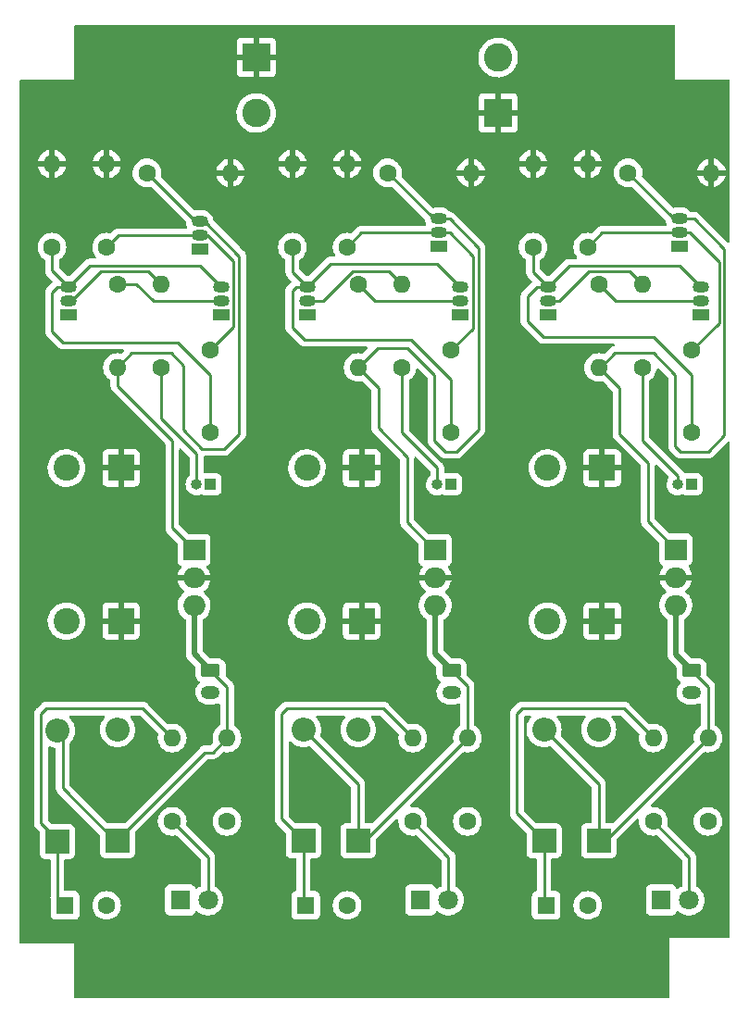
<source format=gbr>
%TF.GenerationSoftware,KiCad,Pcbnew,(6.0.1)*%
%TF.CreationDate,2023-11-16T23:02:11-08:00*%
%TF.ProjectId,CuGlock,4375476c-6f63-46b2-9e6b-696361645f70,1.0*%
%TF.SameCoordinates,Original*%
%TF.FileFunction,Copper,L1,Top*%
%TF.FilePolarity,Positive*%
%FSLAX46Y46*%
G04 Gerber Fmt 4.6, Leading zero omitted, Abs format (unit mm)*
G04 Created by KiCad (PCBNEW (6.0.1)) date 2023-11-16 23:02:11*
%MOMM*%
%LPD*%
G01*
G04 APERTURE LIST*
G04 Aperture macros list*
%AMRoundRect*
0 Rectangle with rounded corners*
0 $1 Rounding radius*
0 $2 $3 $4 $5 $6 $7 $8 $9 X,Y pos of 4 corners*
0 Add a 4 corners polygon primitive as box body*
4,1,4,$2,$3,$4,$5,$6,$7,$8,$9,$2,$3,0*
0 Add four circle primitives for the rounded corners*
1,1,$1+$1,$2,$3*
1,1,$1+$1,$4,$5*
1,1,$1+$1,$6,$7*
1,1,$1+$1,$8,$9*
0 Add four rect primitives between the rounded corners*
20,1,$1+$1,$2,$3,$4,$5,0*
20,1,$1+$1,$4,$5,$6,$7,0*
20,1,$1+$1,$6,$7,$8,$9,0*
20,1,$1+$1,$8,$9,$2,$3,0*%
G04 Aperture macros list end*
%TA.AperFunction,ComponentPad*%
%ADD10R,1.500000X1.050000*%
%TD*%
%TA.AperFunction,ComponentPad*%
%ADD11O,1.500000X1.050000*%
%TD*%
%TA.AperFunction,ComponentPad*%
%ADD12R,1.000000X1.000000*%
%TD*%
%TA.AperFunction,ComponentPad*%
%ADD13O,1.000000X1.000000*%
%TD*%
%TA.AperFunction,ComponentPad*%
%ADD14C,1.600000*%
%TD*%
%TA.AperFunction,ComponentPad*%
%ADD15O,1.600000X1.600000*%
%TD*%
%TA.AperFunction,ComponentPad*%
%ADD16R,2.000000X1.905000*%
%TD*%
%TA.AperFunction,ComponentPad*%
%ADD17O,2.000000X1.905000*%
%TD*%
%TA.AperFunction,ComponentPad*%
%ADD18R,2.600000X2.600000*%
%TD*%
%TA.AperFunction,ComponentPad*%
%ADD19C,2.600000*%
%TD*%
%TA.AperFunction,ComponentPad*%
%ADD20RoundRect,0.250000X-0.625000X0.350000X-0.625000X-0.350000X0.625000X-0.350000X0.625000X0.350000X0*%
%TD*%
%TA.AperFunction,ComponentPad*%
%ADD21O,1.750000X1.200000*%
%TD*%
%TA.AperFunction,ComponentPad*%
%ADD22R,2.200000X2.200000*%
%TD*%
%TA.AperFunction,ComponentPad*%
%ADD23O,2.200000X2.200000*%
%TD*%
%TA.AperFunction,ComponentPad*%
%ADD24R,1.800000X1.800000*%
%TD*%
%TA.AperFunction,ComponentPad*%
%ADD25C,1.800000*%
%TD*%
%TA.AperFunction,ComponentPad*%
%ADD26R,1.600000X1.600000*%
%TD*%
%TA.AperFunction,ComponentPad*%
%ADD27R,2.400000X2.400000*%
%TD*%
%TA.AperFunction,ComponentPad*%
%ADD28C,2.400000*%
%TD*%
%TA.AperFunction,Conductor*%
%ADD29C,0.250000*%
%TD*%
%TA.AperFunction,Conductor*%
%ADD30C,0.500000*%
%TD*%
G04 APERTURE END LIST*
D10*
%TO.P,Q8,1,E*%
%TO.N,GND*%
X153860000Y-79000000D03*
D11*
%TO.P,Q8,2,B*%
%TO.N,Net-(Q8-Pad2)*%
X153860000Y-77730000D03*
%TO.P,Q8,3,C*%
%TO.N,Net-(C7-Pad1)*%
X153860000Y-76460000D03*
%TD*%
D12*
%TO.P,J5,1,Pin_1*%
%TO.N,GND*%
X175000000Y-94500000D03*
D13*
%TO.P,J5,2,Pin_2*%
%TO.N,Net-(R18-Pad1)*%
X173730000Y-94500000D03*
%TD*%
D12*
%TO.P,J3,1,Pin_1*%
%TO.N,GND*%
X153000000Y-94500000D03*
D13*
%TO.P,J3,2,Pin_2*%
%TO.N,Net-(R11-Pad1)*%
X151730000Y-94500000D03*
%TD*%
D12*
%TO.P,J1,1,Pin_1*%
%TO.N,GND*%
X131000000Y-94500000D03*
D13*
%TO.P,J1,2,Pin_2*%
%TO.N,Net-(R4-Pad1)*%
X129730000Y-94500000D03*
%TD*%
D14*
%TO.P,R21,1*%
%TO.N,Net-(Q12-Pad2)*%
X166500000Y-76190000D03*
D15*
%TO.P,R21,2*%
%TO.N,Net-(Q11-Pad3)*%
X166500000Y-83810000D03*
%TD*%
D14*
%TO.P,R20,1*%
%TO.N,GND*%
X176500000Y-125310000D03*
D15*
%TO.P,R20,2*%
%TO.N,Net-(D7-Pad2)*%
X176500000Y-117690000D03*
%TD*%
D14*
%TO.P,R19,1*%
%TO.N,Net-(D8-Pad2)*%
X171500000Y-125310000D03*
D15*
%TO.P,R19,2*%
%TO.N,Net-(C12-Pad1)*%
X171500000Y-117690000D03*
%TD*%
D14*
%TO.P,R18,1*%
%TO.N,Net-(R18-Pad1)*%
X170500000Y-83810000D03*
D15*
%TO.P,R18,2*%
%TO.N,Net-(Q10-Pad2)*%
X170500000Y-76190000D03*
%TD*%
D14*
%TO.P,R17,1*%
%TO.N,Net-(Q11-Pad3)*%
X169190000Y-66000000D03*
D15*
%TO.P,R17,2*%
%TO.N,/15V*%
X176810000Y-66000000D03*
%TD*%
D14*
%TO.P,R16,1*%
%TO.N,Net-(C11-Pad2)*%
X165500000Y-72810000D03*
D15*
%TO.P,R16,2*%
%TO.N,/15V*%
X165500000Y-65190000D03*
%TD*%
D14*
%TO.P,R15,1*%
%TO.N,Net-(C11-Pad1)*%
X160500000Y-72810000D03*
D15*
%TO.P,R15,2*%
%TO.N,/15V*%
X160500000Y-65190000D03*
%TD*%
D14*
%TO.P,R14,1*%
%TO.N,Net-(Q8-Pad2)*%
X144500000Y-76190000D03*
D15*
%TO.P,R14,2*%
%TO.N,Net-(Q5-Pad1)*%
X144500000Y-83810000D03*
%TD*%
D14*
%TO.P,R13,1*%
%TO.N,GND*%
X154500000Y-125310000D03*
D15*
%TO.P,R13,2*%
%TO.N,Net-(D4-Pad2)*%
X154500000Y-117690000D03*
%TD*%
D14*
%TO.P,R12,1*%
%TO.N,Net-(D5-Pad2)*%
X149500000Y-125310000D03*
D15*
%TO.P,R12,2*%
%TO.N,Net-(C8-Pad1)*%
X149500000Y-117690000D03*
%TD*%
D14*
%TO.P,R11,1*%
%TO.N,Net-(R11-Pad1)*%
X148500000Y-83810000D03*
D15*
%TO.P,R11,2*%
%TO.N,Net-(Q6-Pad2)*%
X148500000Y-76190000D03*
%TD*%
D14*
%TO.P,R10,1*%
%TO.N,Net-(Q5-Pad1)*%
X147190000Y-66000000D03*
D15*
%TO.P,R10,2*%
%TO.N,/15V*%
X154810000Y-66000000D03*
%TD*%
D14*
%TO.P,R9,1*%
%TO.N,Net-(C7-Pad2)*%
X143500000Y-72810000D03*
D15*
%TO.P,R9,2*%
%TO.N,/15V*%
X143500000Y-65190000D03*
%TD*%
D14*
%TO.P,R8,1*%
%TO.N,Net-(C7-Pad1)*%
X138500000Y-72810000D03*
D15*
%TO.P,R8,2*%
%TO.N,/15V*%
X138500000Y-65190000D03*
%TD*%
D14*
%TO.P,R7,1*%
%TO.N,Net-(Q4-Pad2)*%
X122500000Y-76190000D03*
D15*
%TO.P,R7,2*%
%TO.N,Net-(Q1-Pad1)*%
X122500000Y-83810000D03*
%TD*%
D14*
%TO.P,R6,1*%
%TO.N,GND*%
X132500000Y-125310000D03*
D15*
%TO.P,R6,2*%
%TO.N,Net-(D1-Pad2)*%
X132500000Y-117690000D03*
%TD*%
D14*
%TO.P,R5,1*%
%TO.N,Net-(D2-Pad2)*%
X127500000Y-125310000D03*
D15*
%TO.P,R5,2*%
%TO.N,Net-(C4-Pad1)*%
X127500000Y-117690000D03*
%TD*%
D14*
%TO.P,R4,1*%
%TO.N,Net-(R4-Pad1)*%
X126500000Y-83810000D03*
D15*
%TO.P,R4,2*%
%TO.N,Net-(Q2-Pad2)*%
X126500000Y-76190000D03*
%TD*%
D14*
%TO.P,R3,1*%
%TO.N,Net-(Q1-Pad1)*%
X125190000Y-66000000D03*
D15*
%TO.P,R3,2*%
%TO.N,/15V*%
X132810000Y-66000000D03*
%TD*%
D14*
%TO.P,R2,1*%
%TO.N,Net-(C3-Pad2)*%
X121500000Y-72810000D03*
D15*
%TO.P,R2,2*%
%TO.N,/15V*%
X121500000Y-65190000D03*
%TD*%
D14*
%TO.P,R1,1*%
%TO.N,Net-(C3-Pad1)*%
X116500000Y-72810000D03*
D15*
%TO.P,R1,2*%
%TO.N,/15V*%
X116500000Y-65190000D03*
%TD*%
D10*
%TO.P,Q12,1,E*%
%TO.N,GND*%
X175860000Y-79000000D03*
D11*
%TO.P,Q12,2,B*%
%TO.N,Net-(Q12-Pad2)*%
X175860000Y-77730000D03*
%TO.P,Q12,3,C*%
%TO.N,Net-(C11-Pad1)*%
X175860000Y-76460000D03*
%TD*%
D10*
%TO.P,Q11,1,E*%
%TO.N,GND*%
X173860000Y-72770000D03*
D11*
%TO.P,Q11,2,B*%
%TO.N,Net-(C11-Pad2)*%
X173860000Y-71500000D03*
%TO.P,Q11,3,C*%
%TO.N,Net-(Q11-Pad3)*%
X173860000Y-70230000D03*
%TD*%
D10*
%TO.P,Q10,1,E*%
%TO.N,GND*%
X161860000Y-79000000D03*
D11*
%TO.P,Q10,2,B*%
%TO.N,Net-(Q10-Pad2)*%
X161860000Y-77730000D03*
%TO.P,Q10,3,C*%
%TO.N,Net-(C11-Pad1)*%
X161860000Y-76460000D03*
%TD*%
D16*
%TO.P,Q9,1,G*%
%TO.N,Net-(Q11-Pad3)*%
X173555000Y-100460000D03*
D17*
%TO.P,Q9,2,D*%
%TO.N,/15V*%
X173555000Y-103000000D03*
%TO.P,Q9,3,S*%
%TO.N,Net-(D7-Pad2)*%
X173555000Y-105540000D03*
%TD*%
D10*
%TO.P,Q7,1,E*%
%TO.N,GND*%
X151860000Y-72770000D03*
D11*
%TO.P,Q7,2,B*%
%TO.N,Net-(C7-Pad2)*%
X151860000Y-71500000D03*
%TO.P,Q7,3,C*%
%TO.N,Net-(Q5-Pad1)*%
X151860000Y-70230000D03*
%TD*%
D10*
%TO.P,Q6,1,E*%
%TO.N,GND*%
X139860000Y-79000000D03*
D11*
%TO.P,Q6,2,B*%
%TO.N,Net-(Q6-Pad2)*%
X139860000Y-77730000D03*
%TO.P,Q6,3,C*%
%TO.N,Net-(C7-Pad1)*%
X139860000Y-76460000D03*
%TD*%
D16*
%TO.P,Q5,1,G*%
%TO.N,Net-(Q5-Pad1)*%
X151555000Y-100500000D03*
D17*
%TO.P,Q5,2,D*%
%TO.N,/15V*%
X151555000Y-103040000D03*
%TO.P,Q5,3,S*%
%TO.N,Net-(D4-Pad2)*%
X151555000Y-105580000D03*
%TD*%
D10*
%TO.P,Q4,1,E*%
%TO.N,GND*%
X132000000Y-79000000D03*
D11*
%TO.P,Q4,2,B*%
%TO.N,Net-(Q4-Pad2)*%
X132000000Y-77730000D03*
%TO.P,Q4,3,C*%
%TO.N,Net-(C3-Pad1)*%
X132000000Y-76460000D03*
%TD*%
D10*
%TO.P,Q3,1,E*%
%TO.N,GND*%
X130000000Y-73000000D03*
D11*
%TO.P,Q3,2,B*%
%TO.N,Net-(C3-Pad2)*%
X130000000Y-71730000D03*
%TO.P,Q3,3,C*%
%TO.N,Net-(Q1-Pad1)*%
X130000000Y-70460000D03*
%TD*%
%TO.P,Q2,3,C*%
%TO.N,Net-(C3-Pad1)*%
X118000000Y-76460000D03*
%TO.P,Q2,2,B*%
%TO.N,Net-(Q2-Pad2)*%
X118000000Y-77730000D03*
D10*
%TO.P,Q2,1,E*%
%TO.N,GND*%
X118000000Y-79000000D03*
%TD*%
D16*
%TO.P,Q1,1,G*%
%TO.N,Net-(Q1-Pad1)*%
X129500000Y-100500000D03*
D17*
%TO.P,Q1,2,D*%
%TO.N,/15V*%
X129500000Y-103040000D03*
%TO.P,Q1,3,S*%
%TO.N,Net-(D1-Pad2)*%
X129500000Y-105580000D03*
%TD*%
D18*
%TO.P,J8,1,Pin_1*%
%TO.N,/15V*%
X157305000Y-60545000D03*
D19*
%TO.P,J8,2,Pin_2*%
%TO.N,GND*%
X157305000Y-55465000D03*
%TD*%
D18*
%TO.P,J7,1,Pin_1*%
%TO.N,/15V*%
X135195000Y-55455000D03*
D19*
%TO.P,J7,2,Pin_2*%
%TO.N,GND*%
X135195000Y-60535000D03*
%TD*%
D20*
%TO.P,J6,1,Pin_1*%
%TO.N,Net-(D7-Pad2)*%
X175000000Y-111500000D03*
D21*
%TO.P,J6,2,Pin_2*%
%TO.N,GND*%
X175000000Y-113500000D03*
%TD*%
D20*
%TO.P,J4,1,Pin_1*%
%TO.N,Net-(D4-Pad2)*%
X153050000Y-111500000D03*
D21*
%TO.P,J4,2,Pin_2*%
%TO.N,GND*%
X153050000Y-113500000D03*
%TD*%
%TO.P,J2,2,Pin_2*%
%TO.N,GND*%
X131000000Y-113500000D03*
D20*
%TO.P,J2,1,Pin_1*%
%TO.N,Net-(D1-Pad2)*%
X131000000Y-111500000D03*
%TD*%
D22*
%TO.P,D9,1,K*%
%TO.N,Net-(D7-Pad2)*%
X166500000Y-127080000D03*
D23*
%TO.P,D9,2,A*%
%TO.N,GND*%
X166500000Y-116920000D03*
%TD*%
D24*
%TO.P,D8,1,K*%
%TO.N,GND*%
X172225000Y-132500000D03*
D25*
%TO.P,D8,2,A*%
%TO.N,Net-(D8-Pad2)*%
X174765000Y-132500000D03*
%TD*%
D22*
%TO.P,D7,1,K*%
%TO.N,Net-(C12-Pad1)*%
X161500000Y-127080000D03*
D23*
%TO.P,D7,2,A*%
%TO.N,Net-(D7-Pad2)*%
X161500000Y-116920000D03*
%TD*%
D22*
%TO.P,D6,1,K*%
%TO.N,Net-(D4-Pad2)*%
X144500000Y-127080000D03*
D23*
%TO.P,D6,2,A*%
%TO.N,GND*%
X144500000Y-116920000D03*
%TD*%
D24*
%TO.P,D5,1,K*%
%TO.N,GND*%
X150225000Y-132500000D03*
D25*
%TO.P,D5,2,A*%
%TO.N,Net-(D5-Pad2)*%
X152765000Y-132500000D03*
%TD*%
D22*
%TO.P,D4,1,K*%
%TO.N,Net-(C8-Pad1)*%
X139500000Y-127080000D03*
D23*
%TO.P,D4,2,A*%
%TO.N,Net-(D4-Pad2)*%
X139500000Y-116920000D03*
%TD*%
D22*
%TO.P,D3,1,K*%
%TO.N,Net-(D1-Pad2)*%
X122500000Y-127080000D03*
D23*
%TO.P,D3,2,A*%
%TO.N,GND*%
X122500000Y-116920000D03*
%TD*%
D24*
%TO.P,D2,1,K*%
%TO.N,GND*%
X128225000Y-132500000D03*
D25*
%TO.P,D2,2,A*%
%TO.N,Net-(D2-Pad2)*%
X130765000Y-132500000D03*
%TD*%
D22*
%TO.P,D1,1,K*%
%TO.N,Net-(C4-Pad1)*%
X117000000Y-127160000D03*
D23*
%TO.P,D1,2,A*%
%TO.N,Net-(D1-Pad2)*%
X117000000Y-117000000D03*
%TD*%
D26*
%TO.P,C12,1*%
%TO.N,Net-(C12-Pad1)*%
X161697349Y-133000000D03*
D14*
%TO.P,C12,2*%
%TO.N,GND*%
X165497349Y-133000000D03*
%TD*%
%TO.P,C11,1*%
%TO.N,Net-(C11-Pad1)*%
X175000000Y-89750000D03*
%TO.P,C11,2*%
%TO.N,Net-(C11-Pad2)*%
X175000000Y-82250000D03*
%TD*%
D27*
%TO.P,C10,1*%
%TO.N,/15V*%
X166823959Y-107000000D03*
D28*
%TO.P,C10,2*%
%TO.N,GND*%
X161823959Y-107000000D03*
%TD*%
D27*
%TO.P,C9,1*%
%TO.N,/15V*%
X166823959Y-93000000D03*
D28*
%TO.P,C9,2*%
%TO.N,GND*%
X161823959Y-93000000D03*
%TD*%
D26*
%TO.P,C8,1*%
%TO.N,Net-(C8-Pad1)*%
X139697349Y-133000000D03*
D14*
%TO.P,C8,2*%
%TO.N,GND*%
X143497349Y-133000000D03*
%TD*%
%TO.P,C7,1*%
%TO.N,Net-(C7-Pad1)*%
X153000000Y-89750000D03*
%TO.P,C7,2*%
%TO.N,Net-(C7-Pad2)*%
X153000000Y-82250000D03*
%TD*%
D27*
%TO.P,C6,1*%
%TO.N,/15V*%
X144823959Y-107000000D03*
D28*
%TO.P,C6,2*%
%TO.N,GND*%
X139823959Y-107000000D03*
%TD*%
D27*
%TO.P,C5,1*%
%TO.N,/15V*%
X144823959Y-93000000D03*
D28*
%TO.P,C5,2*%
%TO.N,GND*%
X139823959Y-93000000D03*
%TD*%
D26*
%TO.P,C4,1*%
%TO.N,Net-(C4-Pad1)*%
X117697349Y-133000000D03*
D14*
%TO.P,C4,2*%
%TO.N,GND*%
X121497349Y-133000000D03*
%TD*%
%TO.P,C3,2*%
%TO.N,Net-(C3-Pad2)*%
X131000000Y-82250000D03*
%TO.P,C3,1*%
%TO.N,Net-(C3-Pad1)*%
X131000000Y-89750000D03*
%TD*%
D27*
%TO.P,C2,1*%
%TO.N,/15V*%
X122823959Y-107000000D03*
D28*
%TO.P,C2,2*%
%TO.N,GND*%
X117823959Y-107000000D03*
%TD*%
D27*
%TO.P,C1,1*%
%TO.N,/15V*%
X122823959Y-93000000D03*
D28*
%TO.P,C1,2*%
%TO.N,GND*%
X117823959Y-93000000D03*
%TD*%
D29*
%TO.N,Net-(C3-Pad1)*%
X117040000Y-76460000D02*
X118000000Y-76460000D01*
X116500000Y-77000000D02*
X117040000Y-76460000D01*
X116500000Y-80500000D02*
X116500000Y-77000000D01*
X117500000Y-81500000D02*
X116500000Y-80500000D01*
X128000000Y-81500000D02*
X117500000Y-81500000D01*
X131000000Y-84500000D02*
X128000000Y-81500000D01*
X131000000Y-89750000D02*
X131000000Y-84500000D01*
%TO.N,Net-(Q2-Pad2)*%
X118270000Y-77730000D02*
X118000000Y-77730000D01*
X121000000Y-75000000D02*
X118270000Y-77730000D01*
%TO.N,Net-(C3-Pad1)*%
X119959520Y-74500480D02*
X118000000Y-76460000D01*
X116500000Y-74960000D02*
X118000000Y-76460000D01*
%TO.N,Net-(D1-Pad2)*%
X122290000Y-127080000D02*
X117500000Y-122290000D01*
X117500000Y-122290000D02*
X117500000Y-116920000D01*
X122420000Y-127080000D02*
X122290000Y-127080000D01*
%TO.N,Net-(R18-Pad1)*%
X170500000Y-90500000D02*
X173730000Y-93730000D01*
X173730000Y-93730000D02*
X173730000Y-94500000D01*
%TO.N,Net-(Q11-Pad3)*%
X168398470Y-89898470D02*
X171000000Y-92500000D01*
X168398470Y-85708470D02*
X168398470Y-89898470D01*
X166500000Y-83810000D02*
X168398470Y-85708470D01*
X171000000Y-92500000D02*
X171000000Y-97905000D01*
X171000000Y-97905000D02*
X173555000Y-100460000D01*
%TO.N,Net-(R11-Pad1)*%
X151730000Y-93000000D02*
X151730000Y-94500000D01*
X148500000Y-89770000D02*
X151730000Y-93000000D01*
%TO.N,Net-(Q5-Pad1)*%
X151500000Y-100500000D02*
X151555000Y-100500000D01*
X149000000Y-98000000D02*
X151500000Y-100500000D01*
X149000000Y-92000000D02*
X149000000Y-98000000D01*
X146348470Y-89348470D02*
X149000000Y-92000000D01*
X144500000Y-83810000D02*
X146348470Y-85658470D01*
X146348470Y-85658470D02*
X146348470Y-89348470D01*
%TO.N,Net-(R4-Pad1)*%
X129730000Y-91730000D02*
X126500000Y-88500000D01*
X129730000Y-94500000D02*
X129730000Y-91730000D01*
%TO.N,Net-(Q1-Pad1)*%
X127500000Y-98500000D02*
X129500000Y-100500000D01*
X127500000Y-90500000D02*
X127500000Y-98500000D01*
X122500000Y-85500000D02*
X127500000Y-90500000D01*
X122500000Y-83810000D02*
X122500000Y-85500000D01*
%TO.N,Net-(C4-Pad1)*%
X124810000Y-115000000D02*
X127500000Y-117690000D01*
X116000000Y-115000000D02*
X124810000Y-115000000D01*
X115500000Y-125500000D02*
X115500000Y-115500000D01*
X115500000Y-115500000D02*
X116000000Y-115000000D01*
X117000000Y-127000000D02*
X115500000Y-125500000D01*
D30*
%TO.N,Net-(D7-Pad2)*%
X173555000Y-110055000D02*
X175000000Y-111500000D01*
X173555000Y-105540000D02*
X173555000Y-110055000D01*
D29*
%TO.N,Net-(C12-Pad1)*%
X159000000Y-124580000D02*
X161500000Y-127080000D01*
X159500000Y-115000000D02*
X159000000Y-115500000D01*
X171500000Y-117690000D02*
X168810000Y-115000000D01*
X168810000Y-115000000D02*
X159500000Y-115000000D01*
X159000000Y-115500000D02*
X159000000Y-124580000D01*
X161500000Y-132802651D02*
X161697349Y-133000000D01*
X161500000Y-127080000D02*
X161500000Y-132802651D01*
%TO.N,Net-(D8-Pad2)*%
X174765000Y-128575000D02*
X171500000Y-125310000D01*
X174765000Y-132500000D02*
X174765000Y-128575000D01*
%TO.N,Net-(D7-Pad2)*%
X166500000Y-121920000D02*
X161500000Y-116920000D01*
X166500000Y-127080000D02*
X166500000Y-121920000D01*
X167110000Y-127080000D02*
X166500000Y-127080000D01*
X176500000Y-117690000D02*
X167110000Y-127080000D01*
X176500000Y-113000000D02*
X176500000Y-117690000D01*
X175000000Y-111500000D02*
X176500000Y-113000000D01*
%TO.N,Net-(C11-Pad2)*%
X177500000Y-79750000D02*
X175000000Y-82250000D01*
X177500000Y-74140000D02*
X177500000Y-79750000D01*
X174860000Y-71500000D02*
X177500000Y-74140000D01*
X173860000Y-71500000D02*
X174860000Y-71500000D01*
%TO.N,Net-(Q11-Pad3)*%
X175230000Y-70230000D02*
X173860000Y-70230000D01*
X178000000Y-73000000D02*
X175230000Y-70230000D01*
X178000000Y-90000000D02*
X178000000Y-73000000D01*
X174000000Y-91500000D02*
X176500000Y-91500000D01*
X173500000Y-84500000D02*
X173500000Y-91000000D01*
X171500000Y-82500000D02*
X173500000Y-84500000D01*
X176500000Y-91500000D02*
X178000000Y-90000000D01*
X168000000Y-82500000D02*
X171500000Y-82500000D01*
X166500000Y-84000000D02*
X168000000Y-82500000D01*
X166500000Y-83810000D02*
X166500000Y-84000000D01*
X173500000Y-91000000D02*
X174000000Y-91500000D01*
%TO.N,Net-(C11-Pad1)*%
X160860000Y-76460000D02*
X161860000Y-76460000D01*
X160000000Y-77320000D02*
X160860000Y-76460000D01*
X160000000Y-79582011D02*
X160000000Y-77320000D01*
X161417989Y-81000000D02*
X160000000Y-79582011D01*
X175000000Y-84500000D02*
X171500000Y-81000000D01*
X175000000Y-89750000D02*
X175000000Y-84500000D01*
X171500000Y-81000000D02*
X161417989Y-81000000D01*
%TO.N,Net-(R18-Pad1)*%
X170500000Y-83810000D02*
X170500000Y-90500000D01*
%TO.N,Net-(C11-Pad1)*%
X163804031Y-74515969D02*
X173915969Y-74515969D01*
X161860000Y-76460000D02*
X163804031Y-74515969D01*
X173915969Y-74515969D02*
X175860000Y-76460000D01*
%TO.N,Net-(Q10-Pad2)*%
X162860000Y-77730000D02*
X161860000Y-77730000D01*
X165574511Y-75015489D02*
X162860000Y-77730000D01*
X169325489Y-75015489D02*
X165574511Y-75015489D01*
X170500000Y-76190000D02*
X169325489Y-75015489D01*
%TO.N,Net-(Q12-Pad2)*%
X168040000Y-77730000D02*
X175860000Y-77730000D01*
X166500000Y-76190000D02*
X168040000Y-77730000D01*
%TO.N,Net-(C11-Pad1)*%
X160500000Y-75100000D02*
X161860000Y-76460000D01*
X160500000Y-72810000D02*
X160500000Y-75100000D01*
%TO.N,Net-(C11-Pad2)*%
X166810000Y-71500000D02*
X165500000Y-72810000D01*
X173860000Y-71500000D02*
X166810000Y-71500000D01*
%TO.N,Net-(Q11-Pad3)*%
X173420000Y-70230000D02*
X173860000Y-70230000D01*
X169190000Y-66000000D02*
X173420000Y-70230000D01*
D30*
%TO.N,Net-(D4-Pad2)*%
X151555000Y-110005000D02*
X153050000Y-111500000D01*
X151555000Y-105580000D02*
X151555000Y-110005000D01*
D29*
X154500000Y-112950000D02*
X154500000Y-117690000D01*
X153050000Y-111500000D02*
X154500000Y-112950000D01*
%TO.N,Net-(C8-Pad1)*%
X137500000Y-125080000D02*
X139500000Y-127080000D01*
X137500000Y-115500000D02*
X137500000Y-125080000D01*
X149500000Y-117690000D02*
X146810000Y-115000000D01*
X146810000Y-115000000D02*
X138000000Y-115000000D01*
X138000000Y-115000000D02*
X137500000Y-115500000D01*
%TO.N,Net-(D5-Pad2)*%
X152765000Y-128575000D02*
X149500000Y-125310000D01*
X152765000Y-132500000D02*
X152765000Y-128575000D01*
%TO.N,Net-(C8-Pad1)*%
X139500000Y-132802651D02*
X139697349Y-133000000D01*
X139500000Y-127080000D02*
X139500000Y-132802651D01*
%TO.N,Net-(D4-Pad2)*%
X144500000Y-121920000D02*
X139500000Y-116920000D01*
X144500000Y-127080000D02*
X144500000Y-121920000D01*
X145110000Y-127080000D02*
X144500000Y-127080000D01*
X154500000Y-117690000D02*
X145110000Y-127080000D01*
%TO.N,Net-(C3-Pad1)*%
X130040480Y-74500480D02*
X132000000Y-76460000D01*
X119959520Y-74500480D02*
X130040480Y-74500480D01*
%TO.N,Net-(Q1-Pad1)*%
X123810000Y-82500000D02*
X122500000Y-83810000D01*
X128500000Y-89500000D02*
X128500000Y-83609850D01*
X128500000Y-83609850D02*
X127390150Y-82500000D01*
X132250000Y-91250000D02*
X130250000Y-91250000D01*
X133624031Y-89875969D02*
X132250000Y-91250000D01*
X130250000Y-91250000D02*
X128500000Y-89500000D01*
X133624031Y-73624031D02*
X133624031Y-89875969D01*
X130460000Y-70460000D02*
X133624031Y-73624031D01*
X130000000Y-70460000D02*
X130460000Y-70460000D01*
X127390150Y-82500000D02*
X123810000Y-82500000D01*
%TO.N,Net-(C3-Pad2)*%
X130730000Y-71730000D02*
X130000000Y-71730000D01*
X133124511Y-74124511D02*
X130730000Y-71730000D01*
X133124511Y-80125489D02*
X133124511Y-74124511D01*
X131000000Y-82250000D02*
X133124511Y-80125489D01*
%TO.N,Net-(Q5-Pad1)*%
X155492030Y-72862030D02*
X155492030Y-89507970D01*
X152860000Y-70230000D02*
X155492030Y-72862030D01*
X151860000Y-70230000D02*
X152860000Y-70230000D01*
%TO.N,Net-(C7-Pad2)*%
X154988511Y-73628511D02*
X152860000Y-71500000D01*
X152860000Y-71500000D02*
X151860000Y-71500000D01*
X154988511Y-80261489D02*
X154988511Y-73628511D01*
%TO.N,Net-(Q5-Pad1)*%
X153500000Y-91500000D02*
X155492030Y-89507970D01*
X152500000Y-91500000D02*
X153500000Y-91500000D01*
X151500000Y-84500000D02*
X151500000Y-90500000D01*
X151500000Y-90500000D02*
X152500000Y-91500000D01*
X149000000Y-82000000D02*
X151500000Y-84500000D01*
X146310000Y-82000000D02*
X149000000Y-82000000D01*
X144500000Y-83810000D02*
X146310000Y-82000000D01*
%TO.N,Net-(C7-Pad2)*%
X153000000Y-82250000D02*
X154988511Y-80261489D01*
%TO.N,Net-(C7-Pad1)*%
X142004031Y-74315969D02*
X139860000Y-76460000D01*
X151715969Y-74315969D02*
X142004031Y-74315969D01*
%TO.N,Net-(Q6-Pad2)*%
X144023333Y-75000000D02*
X147310000Y-75000000D01*
X147310000Y-75000000D02*
X148500000Y-76190000D01*
X141293333Y-77730000D02*
X144023333Y-75000000D01*
X139860000Y-77730000D02*
X141293333Y-77730000D01*
%TO.N,Net-(C7-Pad1)*%
X151715969Y-74315969D02*
X153860000Y-76460000D01*
X139586458Y-81250480D02*
X149310462Y-81250480D01*
X138485489Y-76834511D02*
X138485489Y-80149511D01*
X138485489Y-80149511D02*
X139586458Y-81250480D01*
X138860000Y-76460000D02*
X138485489Y-76834511D01*
X153000000Y-84940018D02*
X153000000Y-89750000D01*
X139860000Y-76460000D02*
X138860000Y-76460000D01*
X149310462Y-81250480D02*
X153000000Y-84940018D01*
%TO.N,Net-(R11-Pad1)*%
X148500000Y-83810000D02*
X148500000Y-89770000D01*
%TO.N,Net-(Q8-Pad2)*%
X146040000Y-77730000D02*
X153860000Y-77730000D01*
X144500000Y-76190000D02*
X146040000Y-77730000D01*
%TO.N,Net-(Q5-Pad1)*%
X151420000Y-70230000D02*
X151860000Y-70230000D01*
X147190000Y-66000000D02*
X151420000Y-70230000D01*
%TO.N,Net-(C7-Pad2)*%
X144810000Y-71500000D02*
X151860000Y-71500000D01*
X143500000Y-72810000D02*
X144810000Y-71500000D01*
%TO.N,Net-(C7-Pad1)*%
X138500000Y-75100000D02*
X139860000Y-76460000D01*
X138500000Y-72810000D02*
X138500000Y-75100000D01*
%TO.N,Net-(R4-Pad1)*%
X126500000Y-83810000D02*
X126500000Y-88500000D01*
%TO.N,Net-(Q2-Pad2)*%
X125310000Y-75000000D02*
X121000000Y-75000000D01*
X126500000Y-76190000D02*
X125310000Y-75000000D01*
%TO.N,Net-(Q4-Pad2)*%
X124230000Y-76190000D02*
X125770000Y-77730000D01*
X122500000Y-76190000D02*
X124230000Y-76190000D01*
X132000000Y-77730000D02*
X125770000Y-77730000D01*
%TO.N,Net-(D1-Pad2)*%
X122500000Y-127000000D02*
X122500000Y-127080000D01*
X130500000Y-119000000D02*
X122500000Y-127000000D01*
X131190000Y-119000000D02*
X130500000Y-119000000D01*
X132500000Y-117690000D02*
X131190000Y-119000000D01*
%TO.N,Net-(C4-Pad1)*%
X117000000Y-127080000D02*
X117000000Y-132302651D01*
X117000000Y-132302651D02*
X117697349Y-133000000D01*
%TO.N,Net-(D2-Pad2)*%
X130765000Y-128575000D02*
X127500000Y-125310000D01*
X130765000Y-132500000D02*
X130765000Y-128575000D01*
%TO.N,Net-(C4-Pad1)*%
X117000000Y-127080000D02*
X117000000Y-127000000D01*
D30*
%TO.N,Net-(D1-Pad2)*%
X129500000Y-110000000D02*
X129500000Y-105580000D01*
X131000000Y-111500000D02*
X129500000Y-110000000D01*
D29*
X132500000Y-113000000D02*
X131000000Y-111500000D01*
X132500000Y-117690000D02*
X132500000Y-113000000D01*
%TO.N,Net-(C3-Pad2)*%
X122580000Y-71730000D02*
X121500000Y-72810000D01*
X130000000Y-71730000D02*
X122580000Y-71730000D01*
%TO.N,Net-(C3-Pad1)*%
X116500000Y-72810000D02*
X116500000Y-74960000D01*
%TO.N,Net-(Q1-Pad1)*%
X125190000Y-66000000D02*
X129650000Y-70460000D01*
X129650000Y-70460000D02*
X130000000Y-70460000D01*
%TD*%
%TA.AperFunction,Conductor*%
%TO.N,/15V*%
G36*
X173442121Y-52528002D02*
G01*
X173488614Y-52581658D01*
X173500000Y-52634000D01*
X173500000Y-57500000D01*
X178366000Y-57500000D01*
X178434121Y-57520002D01*
X178480614Y-57573658D01*
X178492000Y-57626000D01*
X178492000Y-72291906D01*
X178471998Y-72360027D01*
X178418342Y-72406520D01*
X178348068Y-72416624D01*
X178283488Y-72387130D01*
X178276905Y-72381001D01*
X177071014Y-71175109D01*
X175733652Y-69837747D01*
X175726112Y-69829461D01*
X175722000Y-69822982D01*
X175672348Y-69776356D01*
X175669507Y-69773602D01*
X175649770Y-69753865D01*
X175646573Y-69751385D01*
X175637551Y-69743680D01*
X175611100Y-69718841D01*
X175605321Y-69713414D01*
X175598375Y-69709595D01*
X175598372Y-69709593D01*
X175587566Y-69703652D01*
X175571047Y-69692801D01*
X175570583Y-69692441D01*
X175555041Y-69680386D01*
X175547772Y-69677241D01*
X175547768Y-69677238D01*
X175514463Y-69662826D01*
X175503813Y-69657609D01*
X175465060Y-69636305D01*
X175445437Y-69631267D01*
X175426734Y-69624863D01*
X175415420Y-69619967D01*
X175415419Y-69619967D01*
X175408145Y-69616819D01*
X175400322Y-69615580D01*
X175400312Y-69615577D01*
X175364476Y-69609901D01*
X175352856Y-69607495D01*
X175317711Y-69598472D01*
X175317710Y-69598472D01*
X175310030Y-69596500D01*
X175289776Y-69596500D01*
X175270065Y-69594949D01*
X175257886Y-69593020D01*
X175250057Y-69591780D01*
X175242165Y-69592526D01*
X175206039Y-69595941D01*
X175194181Y-69596500D01*
X174962206Y-69596500D01*
X174894085Y-69576498D01*
X174864010Y-69549453D01*
X174830842Y-69508200D01*
X174830837Y-69508195D01*
X174826981Y-69503399D01*
X174671719Y-69373119D01*
X174666327Y-69370155D01*
X174666323Y-69370152D01*
X174499506Y-69278444D01*
X174494109Y-69275477D01*
X174300916Y-69214193D01*
X174294799Y-69213507D01*
X174294795Y-69213506D01*
X174220652Y-69205190D01*
X174143183Y-69196500D01*
X173583996Y-69196500D01*
X173433287Y-69211277D01*
X173427388Y-69213058D01*
X173400933Y-69221045D01*
X173329938Y-69221584D01*
X173275422Y-69189517D01*
X170499152Y-66413247D01*
X170465126Y-66350935D01*
X170466540Y-66291541D01*
X170473244Y-66266522D01*
X175527273Y-66266522D01*
X175574764Y-66443761D01*
X175578510Y-66454053D01*
X175670586Y-66651511D01*
X175676069Y-66661007D01*
X175801028Y-66839467D01*
X175808084Y-66847875D01*
X175962125Y-67001916D01*
X175970533Y-67008972D01*
X176148993Y-67133931D01*
X176158489Y-67139414D01*
X176355947Y-67231490D01*
X176366239Y-67235236D01*
X176538503Y-67281394D01*
X176552599Y-67281058D01*
X176556000Y-67273116D01*
X176556000Y-67267967D01*
X177064000Y-67267967D01*
X177067973Y-67281498D01*
X177076522Y-67282727D01*
X177253761Y-67235236D01*
X177264053Y-67231490D01*
X177461511Y-67139414D01*
X177471007Y-67133931D01*
X177649467Y-67008972D01*
X177657875Y-67001916D01*
X177811916Y-66847875D01*
X177818972Y-66839467D01*
X177943931Y-66661007D01*
X177949414Y-66651511D01*
X178041490Y-66454053D01*
X178045236Y-66443761D01*
X178091394Y-66271497D01*
X178091058Y-66257401D01*
X178083116Y-66254000D01*
X177082115Y-66254000D01*
X177066876Y-66258475D01*
X177065671Y-66259865D01*
X177064000Y-66267548D01*
X177064000Y-67267967D01*
X176556000Y-67267967D01*
X176556000Y-66272115D01*
X176551525Y-66256876D01*
X176550135Y-66255671D01*
X176542452Y-66254000D01*
X175542033Y-66254000D01*
X175528502Y-66257973D01*
X175527273Y-66266522D01*
X170473244Y-66266522D01*
X170483543Y-66228087D01*
X170503498Y-66000000D01*
X170483543Y-65771913D01*
X170473244Y-65733478D01*
X170471911Y-65728503D01*
X175528606Y-65728503D01*
X175528942Y-65742599D01*
X175536884Y-65746000D01*
X176537885Y-65746000D01*
X176553124Y-65741525D01*
X176554329Y-65740135D01*
X176556000Y-65732452D01*
X176556000Y-65727885D01*
X177064000Y-65727885D01*
X177068475Y-65743124D01*
X177069865Y-65744329D01*
X177077548Y-65746000D01*
X178077967Y-65746000D01*
X178091498Y-65742027D01*
X178092727Y-65733478D01*
X178045236Y-65556239D01*
X178041490Y-65545947D01*
X177949414Y-65348489D01*
X177943931Y-65338993D01*
X177818972Y-65160533D01*
X177811916Y-65152125D01*
X177657875Y-64998084D01*
X177649467Y-64991028D01*
X177471007Y-64866069D01*
X177461511Y-64860586D01*
X177264053Y-64768510D01*
X177253761Y-64764764D01*
X177081497Y-64718606D01*
X177067401Y-64718942D01*
X177064000Y-64726884D01*
X177064000Y-65727885D01*
X176556000Y-65727885D01*
X176556000Y-64732033D01*
X176552027Y-64718502D01*
X176543478Y-64717273D01*
X176366239Y-64764764D01*
X176355947Y-64768510D01*
X176158489Y-64860586D01*
X176148993Y-64866069D01*
X175970533Y-64991028D01*
X175962125Y-64998084D01*
X175808084Y-65152125D01*
X175801028Y-65160533D01*
X175676069Y-65338993D01*
X175670586Y-65348489D01*
X175578510Y-65545947D01*
X175574764Y-65556239D01*
X175528606Y-65728503D01*
X170471911Y-65728503D01*
X170425707Y-65556067D01*
X170425706Y-65556065D01*
X170424284Y-65550757D01*
X170382662Y-65461497D01*
X170329849Y-65348238D01*
X170329846Y-65348233D01*
X170327523Y-65343251D01*
X170196198Y-65155700D01*
X170034300Y-64993802D01*
X170029792Y-64990645D01*
X170029789Y-64990643D01*
X169926762Y-64918503D01*
X169846749Y-64862477D01*
X169841767Y-64860154D01*
X169841762Y-64860151D01*
X169644225Y-64768039D01*
X169644224Y-64768039D01*
X169639243Y-64765716D01*
X169633935Y-64764294D01*
X169633933Y-64764293D01*
X169423402Y-64707881D01*
X169423400Y-64707881D01*
X169418087Y-64706457D01*
X169190000Y-64686502D01*
X168961913Y-64706457D01*
X168956600Y-64707881D01*
X168956598Y-64707881D01*
X168746067Y-64764293D01*
X168746065Y-64764294D01*
X168740757Y-64765716D01*
X168735776Y-64768039D01*
X168735775Y-64768039D01*
X168538238Y-64860151D01*
X168538233Y-64860154D01*
X168533251Y-64862477D01*
X168453238Y-64918503D01*
X168350211Y-64990643D01*
X168350208Y-64990645D01*
X168345700Y-64993802D01*
X168183802Y-65155700D01*
X168052477Y-65343251D01*
X168050154Y-65348233D01*
X168050151Y-65348238D01*
X167997338Y-65461497D01*
X167955716Y-65550757D01*
X167954294Y-65556065D01*
X167954293Y-65556067D01*
X167906756Y-65733478D01*
X167896457Y-65771913D01*
X167876502Y-66000000D01*
X167896457Y-66228087D01*
X167897880Y-66233398D01*
X167897881Y-66233402D01*
X167948280Y-66421490D01*
X167955716Y-66449243D01*
X167958039Y-66454224D01*
X167958039Y-66454225D01*
X168050151Y-66651762D01*
X168050154Y-66651767D01*
X168052477Y-66656749D01*
X168183802Y-66844300D01*
X168345700Y-67006198D01*
X168350208Y-67009355D01*
X168350211Y-67009357D01*
X168428389Y-67064098D01*
X168533251Y-67137523D01*
X168538233Y-67139846D01*
X168538238Y-67139849D01*
X168734765Y-67231490D01*
X168740757Y-67234284D01*
X168746065Y-67235706D01*
X168746067Y-67235707D01*
X168956598Y-67292119D01*
X168956600Y-67292119D01*
X168961913Y-67293543D01*
X169190000Y-67313498D01*
X169418087Y-67293543D01*
X169423398Y-67292120D01*
X169423409Y-67292118D01*
X169481541Y-67276541D01*
X169552517Y-67278230D01*
X169603248Y-67309152D01*
X172572250Y-70278154D01*
X172606276Y-70340466D01*
X172608636Y-70355830D01*
X172613488Y-70409142D01*
X172614894Y-70424596D01*
X172616632Y-70430502D01*
X172616633Y-70430506D01*
X172658251Y-70571909D01*
X172672119Y-70619029D01*
X172674973Y-70624489D01*
X172674975Y-70624493D01*
X172705104Y-70682126D01*
X172718938Y-70751762D01*
X172692927Y-70817822D01*
X172635331Y-70859333D01*
X172593442Y-70866500D01*
X166888768Y-70866500D01*
X166877585Y-70865973D01*
X166870092Y-70864298D01*
X166862166Y-70864547D01*
X166862165Y-70864547D01*
X166802002Y-70866438D01*
X166798044Y-70866500D01*
X166770144Y-70866500D01*
X166766154Y-70867004D01*
X166754320Y-70867936D01*
X166710111Y-70869326D01*
X166702497Y-70871538D01*
X166702492Y-70871539D01*
X166690659Y-70874977D01*
X166671296Y-70878988D01*
X166651203Y-70881526D01*
X166643836Y-70884443D01*
X166643831Y-70884444D01*
X166610092Y-70897802D01*
X166598865Y-70901646D01*
X166556407Y-70913982D01*
X166549581Y-70918019D01*
X166538972Y-70924293D01*
X166521224Y-70932988D01*
X166502383Y-70940448D01*
X166495967Y-70945110D01*
X166495966Y-70945110D01*
X166466613Y-70966436D01*
X166456693Y-70972952D01*
X166425465Y-70991420D01*
X166425462Y-70991422D01*
X166418638Y-70995458D01*
X166404317Y-71009779D01*
X166389284Y-71022619D01*
X166372893Y-71034528D01*
X166367842Y-71040634D01*
X166344702Y-71068605D01*
X166336712Y-71077384D01*
X165913248Y-71500848D01*
X165850936Y-71534874D01*
X165791541Y-71533459D01*
X165733409Y-71517882D01*
X165733398Y-71517880D01*
X165728087Y-71516457D01*
X165500000Y-71496502D01*
X165271913Y-71516457D01*
X165266600Y-71517881D01*
X165266598Y-71517881D01*
X165056067Y-71574293D01*
X165056065Y-71574294D01*
X165050757Y-71575716D01*
X165045776Y-71578039D01*
X165045775Y-71578039D01*
X164848238Y-71670151D01*
X164848233Y-71670154D01*
X164843251Y-71672477D01*
X164738389Y-71745902D01*
X164660211Y-71800643D01*
X164660208Y-71800645D01*
X164655700Y-71803802D01*
X164493802Y-71965700D01*
X164362477Y-72153251D01*
X164360154Y-72158233D01*
X164360151Y-72158238D01*
X164268039Y-72355775D01*
X164265716Y-72360757D01*
X164264294Y-72366065D01*
X164264293Y-72366067D01*
X164211553Y-72562893D01*
X164206457Y-72581913D01*
X164186502Y-72810000D01*
X164206457Y-73038087D01*
X164207881Y-73043400D01*
X164207881Y-73043402D01*
X164257093Y-73227060D01*
X164265716Y-73259243D01*
X164268039Y-73264224D01*
X164268039Y-73264225D01*
X164360151Y-73461762D01*
X164360154Y-73461767D01*
X164362477Y-73466749D01*
X164389039Y-73504683D01*
X164487581Y-73645415D01*
X164493802Y-73654300D01*
X164506876Y-73667374D01*
X164540902Y-73729686D01*
X164535837Y-73800501D01*
X164493290Y-73857337D01*
X164426770Y-73882148D01*
X164417781Y-73882469D01*
X163882798Y-73882469D01*
X163871615Y-73881942D01*
X163864122Y-73880267D01*
X163856196Y-73880516D01*
X163856195Y-73880516D01*
X163796045Y-73882407D01*
X163792086Y-73882469D01*
X163764175Y-73882469D01*
X163760241Y-73882966D01*
X163760240Y-73882966D01*
X163760175Y-73882974D01*
X163748338Y-73883907D01*
X163716080Y-73884921D01*
X163712061Y-73885047D01*
X163704142Y-73885296D01*
X163684688Y-73890948D01*
X163665331Y-73894956D01*
X163653101Y-73896501D01*
X163653100Y-73896501D01*
X163645234Y-73897495D01*
X163637863Y-73900414D01*
X163637861Y-73900414D01*
X163604119Y-73913773D01*
X163592889Y-73917618D01*
X163558048Y-73927740D01*
X163558047Y-73927740D01*
X163550438Y-73929951D01*
X163543619Y-73933984D01*
X163543614Y-73933986D01*
X163533003Y-73940262D01*
X163515255Y-73948957D01*
X163496414Y-73956417D01*
X163489998Y-73961079D01*
X163489997Y-73961079D01*
X163460644Y-73982405D01*
X163450724Y-73988921D01*
X163419496Y-74007389D01*
X163419493Y-74007391D01*
X163412669Y-74011427D01*
X163398348Y-74025748D01*
X163383315Y-74038588D01*
X163366924Y-74050497D01*
X163358248Y-74060985D01*
X163338733Y-74084574D01*
X163330743Y-74093353D01*
X162034500Y-75389595D01*
X161972188Y-75423621D01*
X161945405Y-75426500D01*
X161774595Y-75426500D01*
X161706474Y-75406498D01*
X161685500Y-75389595D01*
X161170405Y-74874500D01*
X161136379Y-74812188D01*
X161133500Y-74785405D01*
X161133500Y-74029394D01*
X161153502Y-73961273D01*
X161187229Y-73926181D01*
X161339789Y-73819357D01*
X161339792Y-73819355D01*
X161344300Y-73816198D01*
X161506198Y-73654300D01*
X161512420Y-73645415D01*
X161610961Y-73504683D01*
X161637523Y-73466749D01*
X161639846Y-73461767D01*
X161639849Y-73461762D01*
X161731961Y-73264225D01*
X161731961Y-73264224D01*
X161734284Y-73259243D01*
X161742908Y-73227060D01*
X161792119Y-73043402D01*
X161792119Y-73043400D01*
X161793543Y-73038087D01*
X161813498Y-72810000D01*
X161793543Y-72581913D01*
X161788447Y-72562893D01*
X161735707Y-72366067D01*
X161735706Y-72366065D01*
X161734284Y-72360757D01*
X161731961Y-72355775D01*
X161639849Y-72158238D01*
X161639846Y-72158233D01*
X161637523Y-72153251D01*
X161506198Y-71965700D01*
X161344300Y-71803802D01*
X161339792Y-71800645D01*
X161339789Y-71800643D01*
X161261611Y-71745902D01*
X161156749Y-71672477D01*
X161151767Y-71670154D01*
X161151762Y-71670151D01*
X160954225Y-71578039D01*
X160954224Y-71578039D01*
X160949243Y-71575716D01*
X160943935Y-71574294D01*
X160943933Y-71574293D01*
X160733402Y-71517881D01*
X160733400Y-71517881D01*
X160728087Y-71516457D01*
X160500000Y-71496502D01*
X160271913Y-71516457D01*
X160266600Y-71517881D01*
X160266598Y-71517881D01*
X160056067Y-71574293D01*
X160056065Y-71574294D01*
X160050757Y-71575716D01*
X160045776Y-71578039D01*
X160045775Y-71578039D01*
X159848238Y-71670151D01*
X159848233Y-71670154D01*
X159843251Y-71672477D01*
X159738389Y-71745902D01*
X159660211Y-71800643D01*
X159660208Y-71800645D01*
X159655700Y-71803802D01*
X159493802Y-71965700D01*
X159362477Y-72153251D01*
X159360154Y-72158233D01*
X159360151Y-72158238D01*
X159268039Y-72355775D01*
X159265716Y-72360757D01*
X159264294Y-72366065D01*
X159264293Y-72366067D01*
X159211553Y-72562893D01*
X159206457Y-72581913D01*
X159186502Y-72810000D01*
X159206457Y-73038087D01*
X159207881Y-73043400D01*
X159207881Y-73043402D01*
X159257093Y-73227060D01*
X159265716Y-73259243D01*
X159268039Y-73264224D01*
X159268039Y-73264225D01*
X159360151Y-73461762D01*
X159360154Y-73461767D01*
X159362477Y-73466749D01*
X159389039Y-73504683D01*
X159487581Y-73645415D01*
X159493802Y-73654300D01*
X159655700Y-73816198D01*
X159660208Y-73819355D01*
X159660211Y-73819357D01*
X159812771Y-73926181D01*
X159857099Y-73981638D01*
X159866500Y-74029394D01*
X159866500Y-75021233D01*
X159865973Y-75032416D01*
X159864298Y-75039909D01*
X159864547Y-75047835D01*
X159864547Y-75047836D01*
X159866438Y-75107986D01*
X159866500Y-75111945D01*
X159866500Y-75139856D01*
X159866997Y-75143790D01*
X159866997Y-75143791D01*
X159867005Y-75143856D01*
X159867938Y-75155693D01*
X159869327Y-75199889D01*
X159874978Y-75219339D01*
X159878987Y-75238700D01*
X159881526Y-75258797D01*
X159884445Y-75266168D01*
X159884445Y-75266170D01*
X159897804Y-75299912D01*
X159901649Y-75311142D01*
X159913982Y-75353593D01*
X159918015Y-75360412D01*
X159918017Y-75360417D01*
X159924293Y-75371028D01*
X159932988Y-75388776D01*
X159940448Y-75407617D01*
X159945110Y-75414033D01*
X159945110Y-75414034D01*
X159966436Y-75443387D01*
X159972952Y-75453307D01*
X159995458Y-75491362D01*
X160009779Y-75505683D01*
X160022619Y-75520716D01*
X160034528Y-75537107D01*
X160040634Y-75542158D01*
X160068605Y-75565298D01*
X160077384Y-75573288D01*
X160375001Y-75870905D01*
X160409027Y-75933217D01*
X160403962Y-76004032D01*
X160375005Y-76049090D01*
X159607736Y-76816359D01*
X159599462Y-76823888D01*
X159592982Y-76828000D01*
X159587557Y-76833777D01*
X159546357Y-76877651D01*
X159543602Y-76880493D01*
X159523865Y-76900230D01*
X159521385Y-76903427D01*
X159513682Y-76912447D01*
X159483414Y-76944679D01*
X159479595Y-76951625D01*
X159479593Y-76951628D01*
X159473652Y-76962434D01*
X159462801Y-76978953D01*
X159450386Y-76994959D01*
X159447241Y-77002228D01*
X159447238Y-77002232D01*
X159432826Y-77035537D01*
X159427609Y-77046187D01*
X159406305Y-77084940D01*
X159404334Y-77092615D01*
X159404334Y-77092616D01*
X159401267Y-77104562D01*
X159394863Y-77123266D01*
X159386819Y-77141855D01*
X159385580Y-77149678D01*
X159385577Y-77149688D01*
X159379901Y-77185524D01*
X159377495Y-77197144D01*
X159366500Y-77239970D01*
X159366500Y-77260224D01*
X159364949Y-77279934D01*
X159361780Y-77299943D01*
X159362526Y-77307835D01*
X159365941Y-77343961D01*
X159366500Y-77355819D01*
X159366500Y-79503244D01*
X159365973Y-79514427D01*
X159364298Y-79521920D01*
X159364547Y-79529846D01*
X159364547Y-79529847D01*
X159366438Y-79589997D01*
X159366500Y-79593956D01*
X159366500Y-79621867D01*
X159366997Y-79625801D01*
X159366997Y-79625802D01*
X159367005Y-79625867D01*
X159367938Y-79637704D01*
X159369327Y-79681900D01*
X159374978Y-79701350D01*
X159378987Y-79720711D01*
X159381526Y-79740808D01*
X159384445Y-79748179D01*
X159384445Y-79748181D01*
X159397804Y-79781923D01*
X159401649Y-79793153D01*
X159413982Y-79835604D01*
X159418015Y-79842423D01*
X159418017Y-79842428D01*
X159424293Y-79853039D01*
X159432988Y-79870787D01*
X159440448Y-79889628D01*
X159445110Y-79896044D01*
X159445110Y-79896045D01*
X159466436Y-79925398D01*
X159472952Y-79935318D01*
X159495458Y-79973373D01*
X159509779Y-79987694D01*
X159522619Y-80002727D01*
X159534528Y-80019118D01*
X159544779Y-80027598D01*
X159568605Y-80047309D01*
X159577384Y-80055299D01*
X160914332Y-81392247D01*
X160921876Y-81400537D01*
X160925989Y-81407018D01*
X160931766Y-81412443D01*
X160975656Y-81453658D01*
X160978498Y-81456413D01*
X160998219Y-81476134D01*
X161001414Y-81478612D01*
X161010436Y-81486318D01*
X161042668Y-81516586D01*
X161049617Y-81520406D01*
X161060421Y-81526346D01*
X161076945Y-81537199D01*
X161092948Y-81549613D01*
X161133532Y-81567176D01*
X161144162Y-81572383D01*
X161182929Y-81593695D01*
X161190606Y-81595666D01*
X161190611Y-81595668D01*
X161202547Y-81598732D01*
X161221255Y-81605137D01*
X161239844Y-81613181D01*
X161247672Y-81614421D01*
X161247679Y-81614423D01*
X161283513Y-81620099D01*
X161295133Y-81622505D01*
X161330278Y-81631528D01*
X161337959Y-81633500D01*
X161358213Y-81633500D01*
X161377923Y-81635051D01*
X161397932Y-81638220D01*
X161405824Y-81637474D01*
X161441950Y-81634059D01*
X161453808Y-81633500D01*
X167813803Y-81633500D01*
X167881924Y-81653502D01*
X167928417Y-81707158D01*
X167938521Y-81777432D01*
X167909027Y-81842012D01*
X167846178Y-81880897D01*
X167841203Y-81881526D01*
X167833834Y-81884443D01*
X167833832Y-81884444D01*
X167800097Y-81897800D01*
X167788869Y-81901645D01*
X167746407Y-81913982D01*
X167739585Y-81918016D01*
X167739579Y-81918019D01*
X167728968Y-81924294D01*
X167711218Y-81932990D01*
X167699756Y-81937528D01*
X167699751Y-81937531D01*
X167692383Y-81940448D01*
X167685968Y-81945109D01*
X167656625Y-81966427D01*
X167646707Y-81972943D01*
X167637122Y-81978612D01*
X167608637Y-81995458D01*
X167594313Y-82009782D01*
X167579281Y-82022621D01*
X167562893Y-82034528D01*
X167550413Y-82049614D01*
X167534712Y-82068593D01*
X167526722Y-82077373D01*
X167063095Y-82541000D01*
X167000783Y-82575026D01*
X166941391Y-82573612D01*
X166728087Y-82516457D01*
X166500000Y-82496502D01*
X166271913Y-82516457D01*
X166266600Y-82517881D01*
X166266598Y-82517881D01*
X166056067Y-82574293D01*
X166056065Y-82574294D01*
X166050757Y-82575716D01*
X166045776Y-82578039D01*
X166045775Y-82578039D01*
X165848238Y-82670151D01*
X165848233Y-82670154D01*
X165843251Y-82672477D01*
X165793722Y-82707158D01*
X165660211Y-82800643D01*
X165660208Y-82800645D01*
X165655700Y-82803802D01*
X165493802Y-82965700D01*
X165362477Y-83153251D01*
X165360154Y-83158233D01*
X165360151Y-83158238D01*
X165314472Y-83256198D01*
X165265716Y-83360757D01*
X165264294Y-83366065D01*
X165264293Y-83366067D01*
X165211520Y-83563019D01*
X165206457Y-83581913D01*
X165186502Y-83810000D01*
X165206457Y-84038087D01*
X165207880Y-84043398D01*
X165207881Y-84043402D01*
X165262277Y-84246407D01*
X165265716Y-84259243D01*
X165268039Y-84264224D01*
X165268039Y-84264225D01*
X165360151Y-84461762D01*
X165360154Y-84461767D01*
X165362477Y-84466749D01*
X165413318Y-84539357D01*
X165450059Y-84591828D01*
X165493802Y-84654300D01*
X165655700Y-84816198D01*
X165660208Y-84819355D01*
X165660211Y-84819357D01*
X165678997Y-84832511D01*
X165843251Y-84947523D01*
X165848233Y-84949846D01*
X165848238Y-84949849D01*
X165996076Y-85018786D01*
X166050757Y-85044284D01*
X166056065Y-85045706D01*
X166056067Y-85045707D01*
X166266598Y-85102119D01*
X166266600Y-85102119D01*
X166271913Y-85103543D01*
X166500000Y-85123498D01*
X166728087Y-85103543D01*
X166733392Y-85102121D01*
X166733406Y-85102119D01*
X166791539Y-85086541D01*
X166862516Y-85088229D01*
X166913248Y-85119152D01*
X167323702Y-85529607D01*
X167728066Y-85933971D01*
X167762091Y-85996283D01*
X167764970Y-86023066D01*
X167764970Y-89819703D01*
X167764443Y-89830886D01*
X167762768Y-89838379D01*
X167763017Y-89846305D01*
X167763017Y-89846306D01*
X167764908Y-89906456D01*
X167764970Y-89910415D01*
X167764970Y-89938326D01*
X167765467Y-89942260D01*
X167765467Y-89942261D01*
X167765475Y-89942326D01*
X167766408Y-89954163D01*
X167767797Y-89998359D01*
X167772870Y-90015819D01*
X167773448Y-90017809D01*
X167777457Y-90037170D01*
X167779996Y-90057267D01*
X167782915Y-90064638D01*
X167782915Y-90064640D01*
X167796274Y-90098382D01*
X167800119Y-90109612D01*
X167812452Y-90152063D01*
X167816485Y-90158882D01*
X167816487Y-90158887D01*
X167822763Y-90169498D01*
X167831458Y-90187246D01*
X167838918Y-90206087D01*
X167843580Y-90212503D01*
X167843580Y-90212504D01*
X167864906Y-90241857D01*
X167871422Y-90251777D01*
X167888716Y-90281019D01*
X167893928Y-90289832D01*
X167908249Y-90304153D01*
X167921089Y-90319186D01*
X167932998Y-90335577D01*
X167939104Y-90340628D01*
X167967075Y-90363768D01*
X167975854Y-90371758D01*
X170329595Y-92725500D01*
X170363621Y-92787812D01*
X170366500Y-92814595D01*
X170366500Y-97826233D01*
X170365973Y-97837416D01*
X170364298Y-97844909D01*
X170364547Y-97852835D01*
X170364547Y-97852836D01*
X170366438Y-97912986D01*
X170366500Y-97916945D01*
X170366500Y-97944856D01*
X170366997Y-97948790D01*
X170366997Y-97948791D01*
X170367005Y-97948856D01*
X170367938Y-97960693D01*
X170369327Y-98004889D01*
X170374978Y-98024339D01*
X170378987Y-98043700D01*
X170378999Y-98043791D01*
X170381526Y-98063797D01*
X170384445Y-98071168D01*
X170384445Y-98071170D01*
X170397804Y-98104912D01*
X170401649Y-98116142D01*
X170413982Y-98158593D01*
X170418015Y-98165412D01*
X170418017Y-98165417D01*
X170424293Y-98176028D01*
X170432988Y-98193776D01*
X170440448Y-98212617D01*
X170445110Y-98219033D01*
X170445110Y-98219034D01*
X170466436Y-98248387D01*
X170472952Y-98258307D01*
X170482529Y-98274500D01*
X170495458Y-98296362D01*
X170509779Y-98310683D01*
X170522619Y-98325716D01*
X170534528Y-98342107D01*
X170568605Y-98370298D01*
X170577384Y-98378288D01*
X172009595Y-99810499D01*
X172043621Y-99872811D01*
X172046500Y-99899594D01*
X172046500Y-101460634D01*
X172053255Y-101522816D01*
X172104385Y-101659205D01*
X172191739Y-101775761D01*
X172308295Y-101863115D01*
X172327368Y-101870265D01*
X172328683Y-101870758D01*
X172385447Y-101913401D01*
X172410146Y-101979962D01*
X172394938Y-102049311D01*
X172383334Y-102066832D01*
X172290055Y-102184944D01*
X172284350Y-102193531D01*
X172173286Y-102394722D01*
X172169056Y-102404134D01*
X172092341Y-102620768D01*
X172089707Y-102630739D01*
X172072353Y-102728163D01*
X172073813Y-102741460D01*
X172088370Y-102746000D01*
X175023096Y-102746000D01*
X175036440Y-102742082D01*
X175038427Y-102727806D01*
X175028890Y-102665485D01*
X175026501Y-102655457D01*
X174955102Y-102437012D01*
X174951105Y-102427503D01*
X174844989Y-102223656D01*
X174839500Y-102214939D01*
X174726098Y-102063901D01*
X174701193Y-101997416D01*
X174716186Y-101928020D01*
X174766316Y-101877747D01*
X174782625Y-101870268D01*
X174801705Y-101863115D01*
X174918261Y-101775761D01*
X175005615Y-101659205D01*
X175056745Y-101522816D01*
X175063500Y-101460634D01*
X175063500Y-99459366D01*
X175056745Y-99397184D01*
X175005615Y-99260795D01*
X174918261Y-99144239D01*
X174801705Y-99056885D01*
X174665316Y-99005755D01*
X174603134Y-98999000D01*
X173042094Y-98999000D01*
X172973973Y-98978998D01*
X172952999Y-98962095D01*
X171670405Y-97679500D01*
X171636379Y-97617188D01*
X171633500Y-97590405D01*
X171633500Y-92833594D01*
X171653502Y-92765473D01*
X171707158Y-92718980D01*
X171777432Y-92708876D01*
X171842012Y-92738370D01*
X171848593Y-92744497D01*
X172362570Y-93258475D01*
X172876284Y-93772189D01*
X172910310Y-93834501D01*
X172905245Y-93905317D01*
X172893769Y-93927432D01*
X172893846Y-93927474D01*
X172798567Y-94100787D01*
X172796706Y-94106654D01*
X172796705Y-94106656D01*
X172761230Y-94218488D01*
X172738765Y-94289306D01*
X172716719Y-94485851D01*
X172717235Y-94491995D01*
X172730786Y-94653370D01*
X172733268Y-94682934D01*
X172787783Y-94873050D01*
X172878187Y-95048956D01*
X173001035Y-95203953D01*
X173005728Y-95207947D01*
X173005729Y-95207948D01*
X173051269Y-95246705D01*
X173151650Y-95332136D01*
X173324294Y-95428624D01*
X173512392Y-95489740D01*
X173708777Y-95513158D01*
X173714912Y-95512686D01*
X173714914Y-95512686D01*
X173899830Y-95498457D01*
X173899834Y-95498456D01*
X173905972Y-95497984D01*
X174096463Y-95444798D01*
X174101959Y-95442022D01*
X174101961Y-95442021D01*
X174115716Y-95435073D01*
X174185538Y-95422214D01*
X174237368Y-95442514D01*
X174238240Y-95440921D01*
X174246109Y-95445229D01*
X174253295Y-95450615D01*
X174389684Y-95501745D01*
X174451866Y-95508500D01*
X175548134Y-95508500D01*
X175610316Y-95501745D01*
X175746705Y-95450615D01*
X175863261Y-95363261D01*
X175950615Y-95246705D01*
X176001745Y-95110316D01*
X176008500Y-95048134D01*
X176008500Y-93951866D01*
X176001745Y-93889684D01*
X175950615Y-93753295D01*
X175863261Y-93636739D01*
X175746705Y-93549385D01*
X175610316Y-93498255D01*
X175548134Y-93491500D01*
X174451866Y-93491500D01*
X174417025Y-93495285D01*
X174347143Y-93482757D01*
X174293000Y-93430719D01*
X174292472Y-93429759D01*
X174289552Y-93422383D01*
X174263564Y-93386613D01*
X174257048Y-93376693D01*
X174238580Y-93345465D01*
X174238578Y-93345462D01*
X174234542Y-93338638D01*
X174220221Y-93324317D01*
X174207380Y-93309283D01*
X174200131Y-93299306D01*
X174195472Y-93292893D01*
X174161395Y-93264702D01*
X174152616Y-93256712D01*
X171170405Y-90274500D01*
X171136379Y-90212188D01*
X171133500Y-90185405D01*
X171133500Y-85029394D01*
X171153502Y-84961273D01*
X171187229Y-84926181D01*
X171339789Y-84819357D01*
X171339792Y-84819355D01*
X171344300Y-84816198D01*
X171506198Y-84654300D01*
X171549942Y-84591828D01*
X171586682Y-84539357D01*
X171637523Y-84466749D01*
X171639846Y-84461767D01*
X171639849Y-84461762D01*
X171731961Y-84264225D01*
X171731961Y-84264224D01*
X171734284Y-84259243D01*
X171737724Y-84246407D01*
X171792119Y-84043402D01*
X171792120Y-84043398D01*
X171793543Y-84038087D01*
X171794022Y-84032609D01*
X171794023Y-84032606D01*
X171798041Y-83986675D01*
X171823904Y-83920556D01*
X171881408Y-83878917D01*
X171952295Y-83874976D01*
X172012655Y-83908559D01*
X172829597Y-84725502D01*
X172863621Y-84787812D01*
X172866500Y-84814595D01*
X172866500Y-90921233D01*
X172865973Y-90932416D01*
X172864298Y-90939909D01*
X172864547Y-90947835D01*
X172864547Y-90947836D01*
X172866438Y-91007986D01*
X172866500Y-91011945D01*
X172866500Y-91039856D01*
X172866997Y-91043790D01*
X172866997Y-91043791D01*
X172867005Y-91043856D01*
X172867938Y-91055693D01*
X172869327Y-91099889D01*
X172874978Y-91119339D01*
X172878987Y-91138700D01*
X172881526Y-91158797D01*
X172884445Y-91166168D01*
X172884445Y-91166170D01*
X172897804Y-91199912D01*
X172901649Y-91211142D01*
X172909560Y-91238371D01*
X172913982Y-91253593D01*
X172918015Y-91260412D01*
X172918017Y-91260417D01*
X172924293Y-91271028D01*
X172932988Y-91288776D01*
X172940448Y-91307617D01*
X172945110Y-91314033D01*
X172945110Y-91314034D01*
X172966436Y-91343387D01*
X172972952Y-91353307D01*
X172995458Y-91391362D01*
X173009779Y-91405683D01*
X173022619Y-91420716D01*
X173034528Y-91437107D01*
X173066413Y-91463484D01*
X173068593Y-91465288D01*
X173077374Y-91473278D01*
X173496353Y-91892258D01*
X173503887Y-91900537D01*
X173508000Y-91907018D01*
X173529095Y-91926827D01*
X173557651Y-91953643D01*
X173560493Y-91956398D01*
X173580230Y-91976135D01*
X173583427Y-91978615D01*
X173592447Y-91986318D01*
X173624679Y-92016586D01*
X173631625Y-92020405D01*
X173631628Y-92020407D01*
X173642434Y-92026348D01*
X173658953Y-92037199D01*
X173674959Y-92049614D01*
X173682228Y-92052759D01*
X173682232Y-92052762D01*
X173715537Y-92067174D01*
X173726187Y-92072391D01*
X173764940Y-92093695D01*
X173772615Y-92095666D01*
X173772616Y-92095666D01*
X173784562Y-92098733D01*
X173803267Y-92105137D01*
X173821855Y-92113181D01*
X173829678Y-92114420D01*
X173829688Y-92114423D01*
X173865524Y-92120099D01*
X173877144Y-92122505D01*
X173908959Y-92130673D01*
X173919970Y-92133500D01*
X173940224Y-92133500D01*
X173959934Y-92135051D01*
X173979943Y-92138220D01*
X173987835Y-92137474D01*
X174006580Y-92135702D01*
X174023962Y-92134059D01*
X174035819Y-92133500D01*
X176421233Y-92133500D01*
X176432416Y-92134027D01*
X176439909Y-92135702D01*
X176447835Y-92135453D01*
X176447836Y-92135453D01*
X176507986Y-92133562D01*
X176511945Y-92133500D01*
X176539856Y-92133500D01*
X176543791Y-92133003D01*
X176543856Y-92132995D01*
X176555693Y-92132062D01*
X176587951Y-92131048D01*
X176591970Y-92130922D01*
X176599889Y-92130673D01*
X176619343Y-92125021D01*
X176638700Y-92121013D01*
X176650930Y-92119468D01*
X176650931Y-92119468D01*
X176658797Y-92118474D01*
X176666168Y-92115555D01*
X176666170Y-92115555D01*
X176699912Y-92102196D01*
X176711142Y-92098351D01*
X176745983Y-92088229D01*
X176745984Y-92088229D01*
X176753593Y-92086018D01*
X176760412Y-92081985D01*
X176760417Y-92081983D01*
X176771028Y-92075707D01*
X176788776Y-92067012D01*
X176807617Y-92059552D01*
X176843387Y-92033564D01*
X176853307Y-92027048D01*
X176884535Y-92008580D01*
X176884538Y-92008578D01*
X176891362Y-92004542D01*
X176905683Y-91990221D01*
X176920717Y-91977380D01*
X176922431Y-91976135D01*
X176937107Y-91965472D01*
X176965298Y-91931395D01*
X176973288Y-91922616D01*
X178276905Y-90618999D01*
X178339217Y-90584973D01*
X178410032Y-90590038D01*
X178466868Y-90632585D01*
X178491679Y-90699105D01*
X178492000Y-90708094D01*
X178492000Y-135874000D01*
X178471998Y-135942121D01*
X178418342Y-135988614D01*
X178366000Y-136000000D01*
X173000000Y-136000000D01*
X173000000Y-141366000D01*
X172979998Y-141434121D01*
X172926342Y-141480614D01*
X172874000Y-141492000D01*
X118626000Y-141492000D01*
X118557879Y-141471998D01*
X118511386Y-141418342D01*
X118500000Y-141366000D01*
X118500000Y-136500000D01*
X113634000Y-136500000D01*
X113565879Y-136479998D01*
X113519386Y-136426342D01*
X113508000Y-136374000D01*
X113508000Y-115479943D01*
X114861780Y-115479943D01*
X114862526Y-115487835D01*
X114865941Y-115523961D01*
X114866500Y-115535819D01*
X114866500Y-125421233D01*
X114865973Y-125432416D01*
X114864298Y-125439909D01*
X114864547Y-125447835D01*
X114864547Y-125447836D01*
X114866438Y-125507986D01*
X114866500Y-125511945D01*
X114866500Y-125539856D01*
X114866997Y-125543790D01*
X114866997Y-125543791D01*
X114867005Y-125543856D01*
X114867938Y-125555693D01*
X114869327Y-125599889D01*
X114874978Y-125619339D01*
X114878987Y-125638700D01*
X114881526Y-125658797D01*
X114884445Y-125666168D01*
X114884445Y-125666170D01*
X114897804Y-125699912D01*
X114901649Y-125711142D01*
X114913982Y-125753593D01*
X114918015Y-125760412D01*
X114918017Y-125760417D01*
X114924293Y-125771028D01*
X114932988Y-125788776D01*
X114940448Y-125807617D01*
X114945110Y-125814033D01*
X114945110Y-125814034D01*
X114966436Y-125843387D01*
X114972952Y-125853307D01*
X114987284Y-125877540D01*
X114995458Y-125891362D01*
X115009779Y-125905683D01*
X115022619Y-125920716D01*
X115034528Y-125937107D01*
X115049731Y-125949684D01*
X115068605Y-125965298D01*
X115077384Y-125973288D01*
X115354595Y-126250499D01*
X115388621Y-126312811D01*
X115391500Y-126339594D01*
X115391500Y-128308134D01*
X115398255Y-128370316D01*
X115449385Y-128506705D01*
X115536739Y-128623261D01*
X115653295Y-128710615D01*
X115789684Y-128761745D01*
X115851866Y-128768500D01*
X116240500Y-128768500D01*
X116308621Y-128788502D01*
X116355114Y-128842158D01*
X116366500Y-128894500D01*
X116366500Y-132223884D01*
X116365973Y-132235067D01*
X116364298Y-132242560D01*
X116364547Y-132250486D01*
X116364547Y-132250487D01*
X116366438Y-132310637D01*
X116366500Y-132314596D01*
X116366500Y-132342507D01*
X116366997Y-132346441D01*
X116366997Y-132346442D01*
X116367005Y-132346507D01*
X116367938Y-132358344D01*
X116369327Y-132402540D01*
X116374978Y-132421990D01*
X116378987Y-132441351D01*
X116380531Y-132453577D01*
X116380532Y-132453582D01*
X116381526Y-132461448D01*
X116384446Y-132468823D01*
X116384891Y-132470556D01*
X116388849Y-132501891D01*
X116388849Y-133848134D01*
X116395604Y-133910316D01*
X116446734Y-134046705D01*
X116534088Y-134163261D01*
X116650644Y-134250615D01*
X116787033Y-134301745D01*
X116849215Y-134308500D01*
X118545483Y-134308500D01*
X118607665Y-134301745D01*
X118744054Y-134250615D01*
X118860610Y-134163261D01*
X118947964Y-134046705D01*
X118999094Y-133910316D01*
X119005849Y-133848134D01*
X119005849Y-133000000D01*
X120183851Y-133000000D01*
X120203806Y-133228087D01*
X120263065Y-133449243D01*
X120265388Y-133454224D01*
X120265388Y-133454225D01*
X120357500Y-133651762D01*
X120357503Y-133651767D01*
X120359826Y-133656749D01*
X120401498Y-133716262D01*
X120472294Y-133817369D01*
X120491151Y-133844300D01*
X120653049Y-134006198D01*
X120657557Y-134009355D01*
X120657560Y-134009357D01*
X120698891Y-134038297D01*
X120840600Y-134137523D01*
X120845582Y-134139846D01*
X120845587Y-134139849D01*
X121043124Y-134231961D01*
X121048106Y-134234284D01*
X121053414Y-134235706D01*
X121053416Y-134235707D01*
X121263947Y-134292119D01*
X121263949Y-134292119D01*
X121269262Y-134293543D01*
X121497349Y-134313498D01*
X121725436Y-134293543D01*
X121730749Y-134292119D01*
X121730751Y-134292119D01*
X121941282Y-134235707D01*
X121941284Y-134235706D01*
X121946592Y-134234284D01*
X121951574Y-134231961D01*
X122149111Y-134139849D01*
X122149116Y-134139846D01*
X122154098Y-134137523D01*
X122295807Y-134038297D01*
X122337138Y-134009357D01*
X122337141Y-134009355D01*
X122341649Y-134006198D01*
X122503547Y-133844300D01*
X122522405Y-133817369D01*
X122593200Y-133716262D01*
X122634872Y-133656749D01*
X122637195Y-133651767D01*
X122637198Y-133651762D01*
X122729310Y-133454225D01*
X122729310Y-133454224D01*
X122731633Y-133449243D01*
X122790892Y-133228087D01*
X122810847Y-133000000D01*
X122790892Y-132771913D01*
X122731633Y-132550757D01*
X122686318Y-132453577D01*
X122637198Y-132348238D01*
X122637195Y-132348233D01*
X122634872Y-132343251D01*
X122503547Y-132155700D01*
X122341649Y-131993802D01*
X122337141Y-131990645D01*
X122337138Y-131990643D01*
X122258960Y-131935902D01*
X122154098Y-131862477D01*
X122149116Y-131860154D01*
X122149111Y-131860151D01*
X121951574Y-131768039D01*
X121951573Y-131768039D01*
X121946592Y-131765716D01*
X121941284Y-131764294D01*
X121941282Y-131764293D01*
X121730751Y-131707881D01*
X121730749Y-131707881D01*
X121725436Y-131706457D01*
X121497349Y-131686502D01*
X121269262Y-131706457D01*
X121263949Y-131707881D01*
X121263947Y-131707881D01*
X121053416Y-131764293D01*
X121053414Y-131764294D01*
X121048106Y-131765716D01*
X121043125Y-131768039D01*
X121043124Y-131768039D01*
X120845587Y-131860151D01*
X120845582Y-131860154D01*
X120840600Y-131862477D01*
X120735738Y-131935902D01*
X120657560Y-131990643D01*
X120657557Y-131990645D01*
X120653049Y-131993802D01*
X120491151Y-132155700D01*
X120359826Y-132343251D01*
X120357503Y-132348233D01*
X120357500Y-132348238D01*
X120308380Y-132453577D01*
X120263065Y-132550757D01*
X120203806Y-132771913D01*
X120183851Y-133000000D01*
X119005849Y-133000000D01*
X119005849Y-132151866D01*
X118999094Y-132089684D01*
X118947964Y-131953295D01*
X118860610Y-131836739D01*
X118744054Y-131749385D01*
X118607665Y-131698255D01*
X118545483Y-131691500D01*
X117759500Y-131691500D01*
X117691379Y-131671498D01*
X117644886Y-131617842D01*
X117633500Y-131565500D01*
X117633500Y-128894500D01*
X117653502Y-128826379D01*
X117707158Y-128779886D01*
X117759500Y-128768500D01*
X118148134Y-128768500D01*
X118210316Y-128761745D01*
X118346705Y-128710615D01*
X118463261Y-128623261D01*
X118550615Y-128506705D01*
X118601745Y-128370316D01*
X118608500Y-128308134D01*
X118608500Y-126011866D01*
X118601745Y-125949684D01*
X118550615Y-125813295D01*
X118463261Y-125696739D01*
X118346705Y-125609385D01*
X118210316Y-125558255D01*
X118148134Y-125551500D01*
X116499595Y-125551500D01*
X116431474Y-125531498D01*
X116410500Y-125514595D01*
X116170405Y-125274500D01*
X116136379Y-125212188D01*
X116133500Y-125185405D01*
X116133500Y-118570685D01*
X116153502Y-118502564D01*
X116207158Y-118456071D01*
X116277432Y-118445967D01*
X116307718Y-118454276D01*
X116490219Y-118529870D01*
X116501409Y-118534505D01*
X116586032Y-118554821D01*
X116742784Y-118592454D01*
X116742790Y-118592455D01*
X116747597Y-118593609D01*
X116752529Y-118593997D01*
X116757422Y-118594772D01*
X116757163Y-118596407D01*
X116816745Y-118619128D01*
X116858875Y-118676274D01*
X116866500Y-118719441D01*
X116866500Y-122211233D01*
X116865973Y-122222416D01*
X116864298Y-122229909D01*
X116864547Y-122237835D01*
X116864547Y-122237836D01*
X116866438Y-122297986D01*
X116866500Y-122301945D01*
X116866500Y-122329856D01*
X116866997Y-122333790D01*
X116866997Y-122333791D01*
X116867005Y-122333856D01*
X116867938Y-122345693D01*
X116869327Y-122389889D01*
X116874978Y-122409339D01*
X116878987Y-122428700D01*
X116881526Y-122448797D01*
X116884445Y-122456168D01*
X116884445Y-122456170D01*
X116897804Y-122489912D01*
X116901649Y-122501142D01*
X116913982Y-122543593D01*
X116918015Y-122550412D01*
X116918017Y-122550417D01*
X116924293Y-122561028D01*
X116932988Y-122578776D01*
X116940448Y-122597617D01*
X116945110Y-122604033D01*
X116945110Y-122604034D01*
X116966436Y-122633387D01*
X116972952Y-122643307D01*
X116995458Y-122681362D01*
X117009779Y-122695683D01*
X117022619Y-122710716D01*
X117034528Y-122727107D01*
X117040634Y-122732158D01*
X117068605Y-122755298D01*
X117077384Y-122763288D01*
X120854595Y-126540500D01*
X120888621Y-126602812D01*
X120891500Y-126629595D01*
X120891500Y-128228134D01*
X120898255Y-128290316D01*
X120949385Y-128426705D01*
X121036739Y-128543261D01*
X121153295Y-128630615D01*
X121289684Y-128681745D01*
X121351866Y-128688500D01*
X123648134Y-128688500D01*
X123710316Y-128681745D01*
X123846705Y-128630615D01*
X123963261Y-128543261D01*
X124050615Y-128426705D01*
X124101745Y-128290316D01*
X124108500Y-128228134D01*
X124108500Y-126339594D01*
X124128502Y-126271473D01*
X124145405Y-126250499D01*
X125085904Y-125310000D01*
X126186502Y-125310000D01*
X126206457Y-125538087D01*
X126207880Y-125543398D01*
X126207881Y-125543402D01*
X126228229Y-125619339D01*
X126265716Y-125759243D01*
X126268039Y-125764224D01*
X126268039Y-125764225D01*
X126360151Y-125961762D01*
X126360154Y-125961767D01*
X126362477Y-125966749D01*
X126493802Y-126154300D01*
X126655700Y-126316198D01*
X126660208Y-126319355D01*
X126660211Y-126319357D01*
X126728831Y-126367405D01*
X126843251Y-126447523D01*
X126848233Y-126449846D01*
X126848238Y-126449849D01*
X127042642Y-126540500D01*
X127050757Y-126544284D01*
X127056065Y-126545706D01*
X127056067Y-126545707D01*
X127266598Y-126602119D01*
X127266600Y-126602119D01*
X127271913Y-126603543D01*
X127500000Y-126623498D01*
X127728087Y-126603543D01*
X127733398Y-126602120D01*
X127733409Y-126602118D01*
X127791541Y-126586541D01*
X127862517Y-126588230D01*
X127913248Y-126619152D01*
X130094595Y-128800499D01*
X130128621Y-128862811D01*
X130131500Y-128889594D01*
X130131500Y-131165319D01*
X130111498Y-131233440D01*
X130063679Y-131277083D01*
X130011872Y-131304052D01*
X130007734Y-131307159D01*
X129946287Y-131353295D01*
X129826655Y-131443117D01*
X129809170Y-131461414D01*
X129747646Y-131496844D01*
X129676733Y-131493387D01*
X129618947Y-131452141D01*
X129600094Y-131418592D01*
X129578768Y-131361705D01*
X129578767Y-131361703D01*
X129575615Y-131353295D01*
X129488261Y-131236739D01*
X129371705Y-131149385D01*
X129235316Y-131098255D01*
X129173134Y-131091500D01*
X127276866Y-131091500D01*
X127214684Y-131098255D01*
X127078295Y-131149385D01*
X126961739Y-131236739D01*
X126874385Y-131353295D01*
X126823255Y-131489684D01*
X126816500Y-131551866D01*
X126816500Y-133448134D01*
X126823255Y-133510316D01*
X126874385Y-133646705D01*
X126961739Y-133763261D01*
X127078295Y-133850615D01*
X127214684Y-133901745D01*
X127276866Y-133908500D01*
X129173134Y-133908500D01*
X129235316Y-133901745D01*
X129371705Y-133850615D01*
X129488261Y-133763261D01*
X129575615Y-133646705D01*
X129600180Y-133581178D01*
X129642822Y-133524414D01*
X129709383Y-133499714D01*
X129778732Y-133514921D01*
X129798647Y-133528464D01*
X129949725Y-133653891D01*
X129954349Y-133657730D01*
X130154322Y-133774584D01*
X130370694Y-133857209D01*
X130375760Y-133858240D01*
X130375761Y-133858240D01*
X130428846Y-133869040D01*
X130597656Y-133903385D01*
X130727089Y-133908131D01*
X130823949Y-133911683D01*
X130823953Y-133911683D01*
X130829113Y-133911872D01*
X130834233Y-133911216D01*
X130834235Y-133911216D01*
X130908166Y-133901745D01*
X131058847Y-133882442D01*
X131063795Y-133880957D01*
X131063802Y-133880956D01*
X131275747Y-133817369D01*
X131280690Y-133815886D01*
X131361236Y-133776427D01*
X131484049Y-133716262D01*
X131484052Y-133716260D01*
X131488684Y-133713991D01*
X131677243Y-133579494D01*
X131841303Y-133416005D01*
X131976458Y-133227917D01*
X131979083Y-133222607D01*
X132076784Y-133024922D01*
X132076785Y-133024920D01*
X132079078Y-133020280D01*
X132146408Y-132798671D01*
X132176640Y-132569041D01*
X132177087Y-132550757D01*
X132178245Y-132503365D01*
X132178245Y-132503361D01*
X132178327Y-132500000D01*
X132162921Y-132312609D01*
X132159773Y-132274318D01*
X132159772Y-132274312D01*
X132159349Y-132269167D01*
X132129032Y-132148469D01*
X132104184Y-132049544D01*
X132104183Y-132049540D01*
X132102925Y-132044533D01*
X132079493Y-131990643D01*
X132012630Y-131836868D01*
X132012628Y-131836865D01*
X132010570Y-131832131D01*
X131884764Y-131637665D01*
X131728887Y-131466358D01*
X131724836Y-131463159D01*
X131724832Y-131463155D01*
X131551178Y-131326012D01*
X131551175Y-131326010D01*
X131547123Y-131322810D01*
X131463607Y-131276707D01*
X131413636Y-131226274D01*
X131398500Y-131166398D01*
X131398500Y-128653767D01*
X131399027Y-128642584D01*
X131400702Y-128635091D01*
X131400105Y-128616081D01*
X131398562Y-128567014D01*
X131398500Y-128563055D01*
X131398500Y-128535144D01*
X131397995Y-128531144D01*
X131397062Y-128519301D01*
X131395922Y-128483029D01*
X131395673Y-128475110D01*
X131390022Y-128455658D01*
X131386014Y-128436306D01*
X131384467Y-128424063D01*
X131383474Y-128416203D01*
X131368236Y-128377715D01*
X131367200Y-128375097D01*
X131363355Y-128363870D01*
X131362721Y-128361687D01*
X131351018Y-128321407D01*
X131346984Y-128314585D01*
X131346981Y-128314579D01*
X131340706Y-128303968D01*
X131332010Y-128286218D01*
X131327472Y-128274756D01*
X131327469Y-128274751D01*
X131324552Y-128267383D01*
X131298573Y-128231625D01*
X131292057Y-128221707D01*
X131273575Y-128190457D01*
X131269542Y-128183637D01*
X131255218Y-128169313D01*
X131242376Y-128154278D01*
X131230472Y-128137893D01*
X131196406Y-128109711D01*
X131187627Y-128101722D01*
X128809152Y-125723247D01*
X128775126Y-125660935D01*
X128776540Y-125601541D01*
X128776983Y-125599889D01*
X128793543Y-125538087D01*
X128813498Y-125310000D01*
X131186502Y-125310000D01*
X131206457Y-125538087D01*
X131207880Y-125543398D01*
X131207881Y-125543402D01*
X131228229Y-125619339D01*
X131265716Y-125759243D01*
X131268039Y-125764224D01*
X131268039Y-125764225D01*
X131360151Y-125961762D01*
X131360154Y-125961767D01*
X131362477Y-125966749D01*
X131493802Y-126154300D01*
X131655700Y-126316198D01*
X131660208Y-126319355D01*
X131660211Y-126319357D01*
X131728831Y-126367405D01*
X131843251Y-126447523D01*
X131848233Y-126449846D01*
X131848238Y-126449849D01*
X132042642Y-126540500D01*
X132050757Y-126544284D01*
X132056065Y-126545706D01*
X132056067Y-126545707D01*
X132266598Y-126602119D01*
X132266600Y-126602119D01*
X132271913Y-126603543D01*
X132500000Y-126623498D01*
X132728087Y-126603543D01*
X132733400Y-126602119D01*
X132733402Y-126602119D01*
X132943933Y-126545707D01*
X132943935Y-126545706D01*
X132949243Y-126544284D01*
X132957358Y-126540500D01*
X133151762Y-126449849D01*
X133151767Y-126449846D01*
X133156749Y-126447523D01*
X133271169Y-126367405D01*
X133339789Y-126319357D01*
X133339792Y-126319355D01*
X133344300Y-126316198D01*
X133506198Y-126154300D01*
X133637523Y-125966749D01*
X133639846Y-125961767D01*
X133639849Y-125961762D01*
X133731961Y-125764225D01*
X133731961Y-125764224D01*
X133734284Y-125759243D01*
X133771772Y-125619339D01*
X133792119Y-125543402D01*
X133792120Y-125543398D01*
X133793543Y-125538087D01*
X133813498Y-125310000D01*
X133793543Y-125081913D01*
X133791922Y-125075862D01*
X133735707Y-124866067D01*
X133735706Y-124866065D01*
X133734284Y-124860757D01*
X133729747Y-124851028D01*
X133639849Y-124658238D01*
X133639846Y-124658233D01*
X133637523Y-124653251D01*
X133506198Y-124465700D01*
X133344300Y-124303802D01*
X133339792Y-124300645D01*
X133339789Y-124300643D01*
X133261611Y-124245902D01*
X133156749Y-124172477D01*
X133151767Y-124170154D01*
X133151762Y-124170151D01*
X132954225Y-124078039D01*
X132954224Y-124078039D01*
X132949243Y-124075716D01*
X132943935Y-124074294D01*
X132943933Y-124074293D01*
X132733402Y-124017881D01*
X132733400Y-124017881D01*
X132728087Y-124016457D01*
X132500000Y-123996502D01*
X132271913Y-124016457D01*
X132266600Y-124017881D01*
X132266598Y-124017881D01*
X132056067Y-124074293D01*
X132056065Y-124074294D01*
X132050757Y-124075716D01*
X132045776Y-124078039D01*
X132045775Y-124078039D01*
X131848238Y-124170151D01*
X131848233Y-124170154D01*
X131843251Y-124172477D01*
X131738389Y-124245902D01*
X131660211Y-124300643D01*
X131660208Y-124300645D01*
X131655700Y-124303802D01*
X131493802Y-124465700D01*
X131362477Y-124653251D01*
X131360154Y-124658233D01*
X131360151Y-124658238D01*
X131270253Y-124851028D01*
X131265716Y-124860757D01*
X131264294Y-124866065D01*
X131264293Y-124866067D01*
X131208078Y-125075862D01*
X131206457Y-125081913D01*
X131186502Y-125310000D01*
X128813498Y-125310000D01*
X128793543Y-125081913D01*
X128791922Y-125075862D01*
X128735707Y-124866067D01*
X128735706Y-124866065D01*
X128734284Y-124860757D01*
X128729747Y-124851028D01*
X128639849Y-124658238D01*
X128639846Y-124658233D01*
X128637523Y-124653251D01*
X128506198Y-124465700D01*
X128344300Y-124303802D01*
X128339792Y-124300645D01*
X128339789Y-124300643D01*
X128261611Y-124245902D01*
X128156749Y-124172477D01*
X128151767Y-124170154D01*
X128151762Y-124170151D01*
X127954225Y-124078039D01*
X127954224Y-124078039D01*
X127949243Y-124075716D01*
X127943935Y-124074294D01*
X127943933Y-124074293D01*
X127733402Y-124017881D01*
X127733400Y-124017881D01*
X127728087Y-124016457D01*
X127500000Y-123996502D01*
X127271913Y-124016457D01*
X127266600Y-124017881D01*
X127266598Y-124017881D01*
X127056067Y-124074293D01*
X127056065Y-124074294D01*
X127050757Y-124075716D01*
X127045776Y-124078039D01*
X127045775Y-124078039D01*
X126848238Y-124170151D01*
X126848233Y-124170154D01*
X126843251Y-124172477D01*
X126738389Y-124245902D01*
X126660211Y-124300643D01*
X126660208Y-124300645D01*
X126655700Y-124303802D01*
X126493802Y-124465700D01*
X126362477Y-124653251D01*
X126360154Y-124658233D01*
X126360151Y-124658238D01*
X126270253Y-124851028D01*
X126265716Y-124860757D01*
X126264294Y-124866065D01*
X126264293Y-124866067D01*
X126208078Y-125075862D01*
X126206457Y-125081913D01*
X126186502Y-125310000D01*
X125085904Y-125310000D01*
X130725499Y-119670405D01*
X130787811Y-119636379D01*
X130814594Y-119633500D01*
X131111233Y-119633500D01*
X131122416Y-119634027D01*
X131129909Y-119635702D01*
X131137835Y-119635453D01*
X131137836Y-119635453D01*
X131197986Y-119633562D01*
X131201945Y-119633500D01*
X131229856Y-119633500D01*
X131233791Y-119633003D01*
X131233856Y-119632995D01*
X131245693Y-119632062D01*
X131277951Y-119631048D01*
X131281970Y-119630922D01*
X131289889Y-119630673D01*
X131309343Y-119625021D01*
X131328700Y-119621013D01*
X131340930Y-119619468D01*
X131340931Y-119619468D01*
X131348797Y-119618474D01*
X131356168Y-119615555D01*
X131356170Y-119615555D01*
X131389912Y-119602196D01*
X131401142Y-119598351D01*
X131435983Y-119588229D01*
X131435984Y-119588229D01*
X131443593Y-119586018D01*
X131450412Y-119581985D01*
X131450417Y-119581983D01*
X131461028Y-119575707D01*
X131478776Y-119567012D01*
X131497617Y-119559552D01*
X131533387Y-119533564D01*
X131543307Y-119527048D01*
X131574535Y-119508580D01*
X131574538Y-119508578D01*
X131581362Y-119504542D01*
X131595683Y-119490221D01*
X131610717Y-119477380D01*
X131620694Y-119470131D01*
X131627107Y-119465472D01*
X131655298Y-119431395D01*
X131663288Y-119422616D01*
X132086752Y-118999152D01*
X132149064Y-118965126D01*
X132208459Y-118966541D01*
X132266591Y-118982118D01*
X132266602Y-118982120D01*
X132271913Y-118983543D01*
X132500000Y-119003498D01*
X132728087Y-118983543D01*
X132733400Y-118982119D01*
X132733402Y-118982119D01*
X132943933Y-118925707D01*
X132943935Y-118925706D01*
X132949243Y-118924284D01*
X132954225Y-118921961D01*
X133151762Y-118829849D01*
X133151767Y-118829846D01*
X133156749Y-118827523D01*
X133311106Y-118719441D01*
X133339789Y-118699357D01*
X133339792Y-118699355D01*
X133344300Y-118696198D01*
X133506198Y-118534300D01*
X133518455Y-118516796D01*
X133577133Y-118432994D01*
X133637523Y-118346749D01*
X133639846Y-118341767D01*
X133639849Y-118341762D01*
X133731961Y-118144225D01*
X133731961Y-118144224D01*
X133734284Y-118139243D01*
X133752793Y-118070169D01*
X133792119Y-117923402D01*
X133792120Y-117923398D01*
X133793543Y-117918087D01*
X133813498Y-117690000D01*
X133793543Y-117461913D01*
X133792117Y-117456591D01*
X133735707Y-117246067D01*
X133735706Y-117246065D01*
X133734284Y-117240757D01*
X133702410Y-117172403D01*
X133639849Y-117038238D01*
X133639846Y-117038233D01*
X133637523Y-117033251D01*
X133506198Y-116845700D01*
X133344300Y-116683802D01*
X133339792Y-116680645D01*
X133339789Y-116680643D01*
X133187229Y-116573819D01*
X133142901Y-116518362D01*
X133133500Y-116470606D01*
X133133500Y-115479943D01*
X136861780Y-115479943D01*
X136862526Y-115487835D01*
X136865941Y-115523961D01*
X136866500Y-115535819D01*
X136866500Y-125001233D01*
X136865973Y-125012416D01*
X136864298Y-125019909D01*
X136864547Y-125027835D01*
X136864547Y-125027836D01*
X136866438Y-125087986D01*
X136866500Y-125091945D01*
X136866500Y-125119856D01*
X136866997Y-125123790D01*
X136866997Y-125123791D01*
X136867005Y-125123856D01*
X136867938Y-125135693D01*
X136869327Y-125179889D01*
X136874978Y-125199339D01*
X136878987Y-125218700D01*
X136881526Y-125238797D01*
X136884445Y-125246168D01*
X136884445Y-125246170D01*
X136897804Y-125279912D01*
X136901649Y-125291142D01*
X136913982Y-125333593D01*
X136918015Y-125340412D01*
X136918017Y-125340417D01*
X136924293Y-125351028D01*
X136932988Y-125368776D01*
X136940448Y-125387617D01*
X136945110Y-125394033D01*
X136945110Y-125394034D01*
X136966436Y-125423387D01*
X136972952Y-125433307D01*
X136988806Y-125460114D01*
X136995458Y-125471362D01*
X137009779Y-125485683D01*
X137022619Y-125500716D01*
X137034528Y-125517107D01*
X137062027Y-125539856D01*
X137068605Y-125545298D01*
X137077384Y-125553288D01*
X137854595Y-126330499D01*
X137888621Y-126392811D01*
X137891500Y-126419594D01*
X137891500Y-128228134D01*
X137898255Y-128290316D01*
X137949385Y-128426705D01*
X138036739Y-128543261D01*
X138153295Y-128630615D01*
X138289684Y-128681745D01*
X138351866Y-128688500D01*
X138740500Y-128688500D01*
X138808621Y-128708502D01*
X138855114Y-128762158D01*
X138866500Y-128814500D01*
X138866500Y-131581136D01*
X138846498Y-131649257D01*
X138792842Y-131695750D01*
X138784730Y-131699118D01*
X138666145Y-131743574D01*
X138650644Y-131749385D01*
X138534088Y-131836739D01*
X138446734Y-131953295D01*
X138395604Y-132089684D01*
X138388849Y-132151866D01*
X138388849Y-133848134D01*
X138395604Y-133910316D01*
X138446734Y-134046705D01*
X138534088Y-134163261D01*
X138650644Y-134250615D01*
X138787033Y-134301745D01*
X138849215Y-134308500D01*
X140545483Y-134308500D01*
X140607665Y-134301745D01*
X140744054Y-134250615D01*
X140860610Y-134163261D01*
X140947964Y-134046705D01*
X140999094Y-133910316D01*
X141005849Y-133848134D01*
X141005849Y-133000000D01*
X142183851Y-133000000D01*
X142203806Y-133228087D01*
X142263065Y-133449243D01*
X142265388Y-133454224D01*
X142265388Y-133454225D01*
X142357500Y-133651762D01*
X142357503Y-133651767D01*
X142359826Y-133656749D01*
X142401498Y-133716262D01*
X142472294Y-133817369D01*
X142491151Y-133844300D01*
X142653049Y-134006198D01*
X142657557Y-134009355D01*
X142657560Y-134009357D01*
X142698891Y-134038297D01*
X142840600Y-134137523D01*
X142845582Y-134139846D01*
X142845587Y-134139849D01*
X143043124Y-134231961D01*
X143048106Y-134234284D01*
X143053414Y-134235706D01*
X143053416Y-134235707D01*
X143263947Y-134292119D01*
X143263949Y-134292119D01*
X143269262Y-134293543D01*
X143497349Y-134313498D01*
X143725436Y-134293543D01*
X143730749Y-134292119D01*
X143730751Y-134292119D01*
X143941282Y-134235707D01*
X143941284Y-134235706D01*
X143946592Y-134234284D01*
X143951574Y-134231961D01*
X144149111Y-134139849D01*
X144149116Y-134139846D01*
X144154098Y-134137523D01*
X144295807Y-134038297D01*
X144337138Y-134009357D01*
X144337141Y-134009355D01*
X144341649Y-134006198D01*
X144503547Y-133844300D01*
X144522405Y-133817369D01*
X144593200Y-133716262D01*
X144634872Y-133656749D01*
X144637195Y-133651767D01*
X144637198Y-133651762D01*
X144729310Y-133454225D01*
X144729310Y-133454224D01*
X144731633Y-133449243D01*
X144790892Y-133228087D01*
X144810847Y-133000000D01*
X144790892Y-132771913D01*
X144731633Y-132550757D01*
X144686318Y-132453577D01*
X144637198Y-132348238D01*
X144637195Y-132348233D01*
X144634872Y-132343251D01*
X144503547Y-132155700D01*
X144341649Y-131993802D01*
X144337141Y-131990645D01*
X144337138Y-131990643D01*
X144258960Y-131935902D01*
X144154098Y-131862477D01*
X144149116Y-131860154D01*
X144149111Y-131860151D01*
X143951574Y-131768039D01*
X143951573Y-131768039D01*
X143946592Y-131765716D01*
X143941284Y-131764294D01*
X143941282Y-131764293D01*
X143730751Y-131707881D01*
X143730749Y-131707881D01*
X143725436Y-131706457D01*
X143497349Y-131686502D01*
X143269262Y-131706457D01*
X143263949Y-131707881D01*
X143263947Y-131707881D01*
X143053416Y-131764293D01*
X143053414Y-131764294D01*
X143048106Y-131765716D01*
X143043125Y-131768039D01*
X143043124Y-131768039D01*
X142845587Y-131860151D01*
X142845582Y-131860154D01*
X142840600Y-131862477D01*
X142735738Y-131935902D01*
X142657560Y-131990643D01*
X142657557Y-131990645D01*
X142653049Y-131993802D01*
X142491151Y-132155700D01*
X142359826Y-132343251D01*
X142357503Y-132348233D01*
X142357500Y-132348238D01*
X142308380Y-132453577D01*
X142263065Y-132550757D01*
X142203806Y-132771913D01*
X142183851Y-133000000D01*
X141005849Y-133000000D01*
X141005849Y-132151866D01*
X140999094Y-132089684D01*
X140947964Y-131953295D01*
X140860610Y-131836739D01*
X140744054Y-131749385D01*
X140607665Y-131698255D01*
X140545483Y-131691500D01*
X140259500Y-131691500D01*
X140191379Y-131671498D01*
X140144886Y-131617842D01*
X140133500Y-131565500D01*
X140133500Y-128814500D01*
X140153502Y-128746379D01*
X140207158Y-128699886D01*
X140259500Y-128688500D01*
X140648134Y-128688500D01*
X140710316Y-128681745D01*
X140846705Y-128630615D01*
X140963261Y-128543261D01*
X141050615Y-128426705D01*
X141101745Y-128290316D01*
X141108500Y-128228134D01*
X141108500Y-125931866D01*
X141101745Y-125869684D01*
X141050615Y-125733295D01*
X140963261Y-125616739D01*
X140846705Y-125529385D01*
X140710316Y-125478255D01*
X140648134Y-125471500D01*
X138839595Y-125471500D01*
X138771474Y-125451498D01*
X138750500Y-125434595D01*
X138170405Y-124854500D01*
X138136379Y-124792188D01*
X138133500Y-124765405D01*
X138133500Y-118138290D01*
X138153502Y-118070169D01*
X138207158Y-118023676D01*
X138277432Y-118013572D01*
X138342012Y-118043066D01*
X138355314Y-118056463D01*
X138359102Y-118060898D01*
X138551624Y-118225328D01*
X138767498Y-118357616D01*
X138772068Y-118359509D01*
X138772072Y-118359511D01*
X138967472Y-118440448D01*
X139001409Y-118454505D01*
X139078226Y-118472947D01*
X139242784Y-118512454D01*
X139242790Y-118512455D01*
X139247597Y-118513609D01*
X139500000Y-118533474D01*
X139752403Y-118513609D01*
X139757210Y-118512455D01*
X139757216Y-118512454D01*
X139921774Y-118472947D01*
X139998591Y-118454505D01*
X140019812Y-118445715D01*
X140090402Y-118438126D01*
X140157125Y-118473029D01*
X143829595Y-122145500D01*
X143863621Y-122207812D01*
X143866500Y-122234595D01*
X143866500Y-125345500D01*
X143846498Y-125413621D01*
X143792842Y-125460114D01*
X143740500Y-125471500D01*
X143351866Y-125471500D01*
X143289684Y-125478255D01*
X143153295Y-125529385D01*
X143036739Y-125616739D01*
X142949385Y-125733295D01*
X142898255Y-125869684D01*
X142891500Y-125931866D01*
X142891500Y-128228134D01*
X142898255Y-128290316D01*
X142949385Y-128426705D01*
X143036739Y-128543261D01*
X143153295Y-128630615D01*
X143289684Y-128681745D01*
X143351866Y-128688500D01*
X145648134Y-128688500D01*
X145710316Y-128681745D01*
X145846705Y-128630615D01*
X145963261Y-128543261D01*
X146050615Y-128426705D01*
X146101745Y-128290316D01*
X146108500Y-128228134D01*
X146108500Y-127029594D01*
X146128502Y-126961473D01*
X146145405Y-126940499D01*
X147981081Y-125104823D01*
X148043393Y-125070797D01*
X148114208Y-125075862D01*
X148171044Y-125118409D01*
X148195855Y-125184929D01*
X148195697Y-125204900D01*
X148188152Y-125291142D01*
X148186502Y-125310000D01*
X148206457Y-125538087D01*
X148207880Y-125543398D01*
X148207881Y-125543402D01*
X148228229Y-125619339D01*
X148265716Y-125759243D01*
X148268039Y-125764224D01*
X148268039Y-125764225D01*
X148360151Y-125961762D01*
X148360154Y-125961767D01*
X148362477Y-125966749D01*
X148493802Y-126154300D01*
X148655700Y-126316198D01*
X148660208Y-126319355D01*
X148660211Y-126319357D01*
X148728831Y-126367405D01*
X148843251Y-126447523D01*
X148848233Y-126449846D01*
X148848238Y-126449849D01*
X149042642Y-126540500D01*
X149050757Y-126544284D01*
X149056065Y-126545706D01*
X149056067Y-126545707D01*
X149266598Y-126602119D01*
X149266600Y-126602119D01*
X149271913Y-126603543D01*
X149500000Y-126623498D01*
X149728087Y-126603543D01*
X149733398Y-126602120D01*
X149733409Y-126602118D01*
X149791541Y-126586541D01*
X149862517Y-126588230D01*
X149913248Y-126619152D01*
X152094595Y-128800499D01*
X152128621Y-128862811D01*
X152131500Y-128889594D01*
X152131500Y-131165319D01*
X152111498Y-131233440D01*
X152063679Y-131277083D01*
X152011872Y-131304052D01*
X152007734Y-131307159D01*
X151946287Y-131353295D01*
X151826655Y-131443117D01*
X151809170Y-131461414D01*
X151747646Y-131496844D01*
X151676733Y-131493387D01*
X151618947Y-131452141D01*
X151600094Y-131418592D01*
X151578768Y-131361705D01*
X151578767Y-131361703D01*
X151575615Y-131353295D01*
X151488261Y-131236739D01*
X151371705Y-131149385D01*
X151235316Y-131098255D01*
X151173134Y-131091500D01*
X149276866Y-131091500D01*
X149214684Y-131098255D01*
X149078295Y-131149385D01*
X148961739Y-131236739D01*
X148874385Y-131353295D01*
X148823255Y-131489684D01*
X148816500Y-131551866D01*
X148816500Y-133448134D01*
X148823255Y-133510316D01*
X148874385Y-133646705D01*
X148961739Y-133763261D01*
X149078295Y-133850615D01*
X149214684Y-133901745D01*
X149276866Y-133908500D01*
X151173134Y-133908500D01*
X151235316Y-133901745D01*
X151371705Y-133850615D01*
X151488261Y-133763261D01*
X151575615Y-133646705D01*
X151600180Y-133581178D01*
X151642822Y-133524414D01*
X151709383Y-133499714D01*
X151778732Y-133514921D01*
X151798647Y-133528464D01*
X151949725Y-133653891D01*
X151954349Y-133657730D01*
X152154322Y-133774584D01*
X152370694Y-133857209D01*
X152375760Y-133858240D01*
X152375761Y-133858240D01*
X152428846Y-133869040D01*
X152597656Y-133903385D01*
X152727089Y-133908131D01*
X152823949Y-133911683D01*
X152823953Y-133911683D01*
X152829113Y-133911872D01*
X152834233Y-133911216D01*
X152834235Y-133911216D01*
X152908166Y-133901745D01*
X153058847Y-133882442D01*
X153063795Y-133880957D01*
X153063802Y-133880956D01*
X153275747Y-133817369D01*
X153280690Y-133815886D01*
X153361236Y-133776427D01*
X153484049Y-133716262D01*
X153484052Y-133716260D01*
X153488684Y-133713991D01*
X153677243Y-133579494D01*
X153841303Y-133416005D01*
X153976458Y-133227917D01*
X153979083Y-133222607D01*
X154076784Y-133024922D01*
X154076785Y-133024920D01*
X154079078Y-133020280D01*
X154146408Y-132798671D01*
X154176640Y-132569041D01*
X154177087Y-132550757D01*
X154178245Y-132503365D01*
X154178245Y-132503361D01*
X154178327Y-132500000D01*
X154162921Y-132312609D01*
X154159773Y-132274318D01*
X154159772Y-132274312D01*
X154159349Y-132269167D01*
X154129032Y-132148469D01*
X154104184Y-132049544D01*
X154104183Y-132049540D01*
X154102925Y-132044533D01*
X154079493Y-131990643D01*
X154012630Y-131836868D01*
X154012628Y-131836865D01*
X154010570Y-131832131D01*
X153884764Y-131637665D01*
X153728887Y-131466358D01*
X153724836Y-131463159D01*
X153724832Y-131463155D01*
X153551178Y-131326012D01*
X153551175Y-131326010D01*
X153547123Y-131322810D01*
X153463607Y-131276707D01*
X153413636Y-131226274D01*
X153398500Y-131166398D01*
X153398500Y-128653767D01*
X153399027Y-128642584D01*
X153400702Y-128635091D01*
X153400105Y-128616081D01*
X153398562Y-128567014D01*
X153398500Y-128563055D01*
X153398500Y-128535144D01*
X153397995Y-128531144D01*
X153397062Y-128519301D01*
X153395922Y-128483029D01*
X153395673Y-128475110D01*
X153390022Y-128455658D01*
X153386014Y-128436306D01*
X153384467Y-128424063D01*
X153383474Y-128416203D01*
X153368236Y-128377715D01*
X153367200Y-128375097D01*
X153363355Y-128363870D01*
X153362721Y-128361687D01*
X153351018Y-128321407D01*
X153346984Y-128314585D01*
X153346981Y-128314579D01*
X153340706Y-128303968D01*
X153332010Y-128286218D01*
X153327472Y-128274756D01*
X153327469Y-128274751D01*
X153324552Y-128267383D01*
X153298573Y-128231625D01*
X153292057Y-128221707D01*
X153273575Y-128190457D01*
X153269542Y-128183637D01*
X153255218Y-128169313D01*
X153242376Y-128154278D01*
X153230472Y-128137893D01*
X153196406Y-128109711D01*
X153187627Y-128101722D01*
X150809152Y-125723247D01*
X150775126Y-125660935D01*
X150776540Y-125601541D01*
X150776983Y-125599889D01*
X150793543Y-125538087D01*
X150813498Y-125310000D01*
X153186502Y-125310000D01*
X153206457Y-125538087D01*
X153207880Y-125543398D01*
X153207881Y-125543402D01*
X153228229Y-125619339D01*
X153265716Y-125759243D01*
X153268039Y-125764224D01*
X153268039Y-125764225D01*
X153360151Y-125961762D01*
X153360154Y-125961767D01*
X153362477Y-125966749D01*
X153493802Y-126154300D01*
X153655700Y-126316198D01*
X153660208Y-126319355D01*
X153660211Y-126319357D01*
X153728831Y-126367405D01*
X153843251Y-126447523D01*
X153848233Y-126449846D01*
X153848238Y-126449849D01*
X154042642Y-126540500D01*
X154050757Y-126544284D01*
X154056065Y-126545706D01*
X154056067Y-126545707D01*
X154266598Y-126602119D01*
X154266600Y-126602119D01*
X154271913Y-126603543D01*
X154500000Y-126623498D01*
X154728087Y-126603543D01*
X154733400Y-126602119D01*
X154733402Y-126602119D01*
X154943933Y-126545707D01*
X154943935Y-126545706D01*
X154949243Y-126544284D01*
X154957358Y-126540500D01*
X155151762Y-126449849D01*
X155151767Y-126449846D01*
X155156749Y-126447523D01*
X155271169Y-126367405D01*
X155339789Y-126319357D01*
X155339792Y-126319355D01*
X155344300Y-126316198D01*
X155506198Y-126154300D01*
X155637523Y-125966749D01*
X155639846Y-125961767D01*
X155639849Y-125961762D01*
X155731961Y-125764225D01*
X155731961Y-125764224D01*
X155734284Y-125759243D01*
X155771772Y-125619339D01*
X155792119Y-125543402D01*
X155792120Y-125543398D01*
X155793543Y-125538087D01*
X155813498Y-125310000D01*
X155793543Y-125081913D01*
X155791922Y-125075862D01*
X155735707Y-124866067D01*
X155735706Y-124866065D01*
X155734284Y-124860757D01*
X155729747Y-124851028D01*
X155639849Y-124658238D01*
X155639846Y-124658233D01*
X155637523Y-124653251D01*
X155506198Y-124465700D01*
X155344300Y-124303802D01*
X155339792Y-124300645D01*
X155339789Y-124300643D01*
X155261611Y-124245902D01*
X155156749Y-124172477D01*
X155151767Y-124170154D01*
X155151762Y-124170151D01*
X154954225Y-124078039D01*
X154954224Y-124078039D01*
X154949243Y-124075716D01*
X154943935Y-124074294D01*
X154943933Y-124074293D01*
X154733402Y-124017881D01*
X154733400Y-124017881D01*
X154728087Y-124016457D01*
X154500000Y-123996502D01*
X154271913Y-124016457D01*
X154266600Y-124017881D01*
X154266598Y-124017881D01*
X154056067Y-124074293D01*
X154056065Y-124074294D01*
X154050757Y-124075716D01*
X154045776Y-124078039D01*
X154045775Y-124078039D01*
X153848238Y-124170151D01*
X153848233Y-124170154D01*
X153843251Y-124172477D01*
X153738389Y-124245902D01*
X153660211Y-124300643D01*
X153660208Y-124300645D01*
X153655700Y-124303802D01*
X153493802Y-124465700D01*
X153362477Y-124653251D01*
X153360154Y-124658233D01*
X153360151Y-124658238D01*
X153270253Y-124851028D01*
X153265716Y-124860757D01*
X153264294Y-124866065D01*
X153264293Y-124866067D01*
X153208078Y-125075862D01*
X153206457Y-125081913D01*
X153186502Y-125310000D01*
X150813498Y-125310000D01*
X150793543Y-125081913D01*
X150791922Y-125075862D01*
X150735707Y-124866067D01*
X150735706Y-124866065D01*
X150734284Y-124860757D01*
X150729747Y-124851028D01*
X150639849Y-124658238D01*
X150639846Y-124658233D01*
X150637523Y-124653251D01*
X150506198Y-124465700D01*
X150344300Y-124303802D01*
X150339792Y-124300645D01*
X150339789Y-124300643D01*
X150261611Y-124245902D01*
X150156749Y-124172477D01*
X150151767Y-124170154D01*
X150151762Y-124170151D01*
X149954225Y-124078039D01*
X149954224Y-124078039D01*
X149949243Y-124075716D01*
X149943935Y-124074294D01*
X149943933Y-124074293D01*
X149733402Y-124017881D01*
X149733400Y-124017881D01*
X149728087Y-124016457D01*
X149500000Y-123996502D01*
X149494525Y-123996981D01*
X149394900Y-124005697D01*
X149325295Y-123991708D01*
X149274302Y-123942308D01*
X149258112Y-123873182D01*
X149281865Y-123806277D01*
X149294823Y-123791081D01*
X154086752Y-118999152D01*
X154149064Y-118965126D01*
X154208459Y-118966541D01*
X154266591Y-118982118D01*
X154266602Y-118982120D01*
X154271913Y-118983543D01*
X154500000Y-119003498D01*
X154728087Y-118983543D01*
X154733400Y-118982119D01*
X154733402Y-118982119D01*
X154943933Y-118925707D01*
X154943935Y-118925706D01*
X154949243Y-118924284D01*
X154954225Y-118921961D01*
X155151762Y-118829849D01*
X155151767Y-118829846D01*
X155156749Y-118827523D01*
X155311106Y-118719441D01*
X155339789Y-118699357D01*
X155339792Y-118699355D01*
X155344300Y-118696198D01*
X155506198Y-118534300D01*
X155518455Y-118516796D01*
X155577133Y-118432994D01*
X155637523Y-118346749D01*
X155639846Y-118341767D01*
X155639849Y-118341762D01*
X155731961Y-118144225D01*
X155731961Y-118144224D01*
X155734284Y-118139243D01*
X155752793Y-118070169D01*
X155792119Y-117923402D01*
X155792120Y-117923398D01*
X155793543Y-117918087D01*
X155813498Y-117690000D01*
X155793543Y-117461913D01*
X155792117Y-117456591D01*
X155735707Y-117246067D01*
X155735706Y-117246065D01*
X155734284Y-117240757D01*
X155702410Y-117172403D01*
X155639849Y-117038238D01*
X155639846Y-117038233D01*
X155637523Y-117033251D01*
X155506198Y-116845700D01*
X155344300Y-116683802D01*
X155339792Y-116680645D01*
X155339789Y-116680643D01*
X155187229Y-116573819D01*
X155142901Y-116518362D01*
X155133500Y-116470606D01*
X155133500Y-115479943D01*
X158361780Y-115479943D01*
X158362526Y-115487835D01*
X158365941Y-115523961D01*
X158366500Y-115535819D01*
X158366500Y-124501233D01*
X158365973Y-124512416D01*
X158364298Y-124519909D01*
X158364547Y-124527835D01*
X158364547Y-124527836D01*
X158366438Y-124587986D01*
X158366500Y-124591945D01*
X158366500Y-124619856D01*
X158366997Y-124623790D01*
X158366997Y-124623791D01*
X158367005Y-124623856D01*
X158367938Y-124635693D01*
X158369327Y-124679889D01*
X158374978Y-124699339D01*
X158378987Y-124718700D01*
X158381526Y-124738797D01*
X158384445Y-124746168D01*
X158384445Y-124746170D01*
X158397804Y-124779912D01*
X158401649Y-124791142D01*
X158413982Y-124833593D01*
X158418015Y-124840412D01*
X158418017Y-124840417D01*
X158424293Y-124851028D01*
X158432988Y-124868776D01*
X158440448Y-124887617D01*
X158445110Y-124894033D01*
X158445110Y-124894034D01*
X158466436Y-124923387D01*
X158472952Y-124933307D01*
X158495458Y-124971362D01*
X158509779Y-124985683D01*
X158522619Y-125000716D01*
X158534528Y-125017107D01*
X158540634Y-125022158D01*
X158568605Y-125045298D01*
X158577384Y-125053288D01*
X159854595Y-126330500D01*
X159888621Y-126392812D01*
X159891500Y-126419594D01*
X159891500Y-128228134D01*
X159898255Y-128290316D01*
X159949385Y-128426705D01*
X160036739Y-128543261D01*
X160153295Y-128630615D01*
X160289684Y-128681745D01*
X160351866Y-128688500D01*
X160740500Y-128688500D01*
X160808621Y-128708502D01*
X160855114Y-128762158D01*
X160866500Y-128814500D01*
X160866500Y-131581136D01*
X160846498Y-131649257D01*
X160792842Y-131695750D01*
X160784730Y-131699118D01*
X160666145Y-131743574D01*
X160650644Y-131749385D01*
X160534088Y-131836739D01*
X160446734Y-131953295D01*
X160395604Y-132089684D01*
X160388849Y-132151866D01*
X160388849Y-133848134D01*
X160395604Y-133910316D01*
X160446734Y-134046705D01*
X160534088Y-134163261D01*
X160650644Y-134250615D01*
X160787033Y-134301745D01*
X160849215Y-134308500D01*
X162545483Y-134308500D01*
X162607665Y-134301745D01*
X162744054Y-134250615D01*
X162860610Y-134163261D01*
X162947964Y-134046705D01*
X162999094Y-133910316D01*
X163005849Y-133848134D01*
X163005849Y-133000000D01*
X164183851Y-133000000D01*
X164203806Y-133228087D01*
X164263065Y-133449243D01*
X164265388Y-133454224D01*
X164265388Y-133454225D01*
X164357500Y-133651762D01*
X164357503Y-133651767D01*
X164359826Y-133656749D01*
X164401498Y-133716262D01*
X164472294Y-133817369D01*
X164491151Y-133844300D01*
X164653049Y-134006198D01*
X164657557Y-134009355D01*
X164657560Y-134009357D01*
X164698891Y-134038297D01*
X164840600Y-134137523D01*
X164845582Y-134139846D01*
X164845587Y-134139849D01*
X165043124Y-134231961D01*
X165048106Y-134234284D01*
X165053414Y-134235706D01*
X165053416Y-134235707D01*
X165263947Y-134292119D01*
X165263949Y-134292119D01*
X165269262Y-134293543D01*
X165497349Y-134313498D01*
X165725436Y-134293543D01*
X165730749Y-134292119D01*
X165730751Y-134292119D01*
X165941282Y-134235707D01*
X165941284Y-134235706D01*
X165946592Y-134234284D01*
X165951574Y-134231961D01*
X166149111Y-134139849D01*
X166149116Y-134139846D01*
X166154098Y-134137523D01*
X166295807Y-134038297D01*
X166337138Y-134009357D01*
X166337141Y-134009355D01*
X166341649Y-134006198D01*
X166503547Y-133844300D01*
X166522405Y-133817369D01*
X166593200Y-133716262D01*
X166634872Y-133656749D01*
X166637195Y-133651767D01*
X166637198Y-133651762D01*
X166729310Y-133454225D01*
X166729310Y-133454224D01*
X166731633Y-133449243D01*
X166790892Y-133228087D01*
X166810847Y-133000000D01*
X166790892Y-132771913D01*
X166731633Y-132550757D01*
X166686318Y-132453577D01*
X166637198Y-132348238D01*
X166637195Y-132348233D01*
X166634872Y-132343251D01*
X166503547Y-132155700D01*
X166341649Y-131993802D01*
X166337141Y-131990645D01*
X166337138Y-131990643D01*
X166258960Y-131935902D01*
X166154098Y-131862477D01*
X166149116Y-131860154D01*
X166149111Y-131860151D01*
X165951574Y-131768039D01*
X165951573Y-131768039D01*
X165946592Y-131765716D01*
X165941284Y-131764294D01*
X165941282Y-131764293D01*
X165730751Y-131707881D01*
X165730749Y-131707881D01*
X165725436Y-131706457D01*
X165497349Y-131686502D01*
X165269262Y-131706457D01*
X165263949Y-131707881D01*
X165263947Y-131707881D01*
X165053416Y-131764293D01*
X165053414Y-131764294D01*
X165048106Y-131765716D01*
X165043125Y-131768039D01*
X165043124Y-131768039D01*
X164845587Y-131860151D01*
X164845582Y-131860154D01*
X164840600Y-131862477D01*
X164735738Y-131935902D01*
X164657560Y-131990643D01*
X164657557Y-131990645D01*
X164653049Y-131993802D01*
X164491151Y-132155700D01*
X164359826Y-132343251D01*
X164357503Y-132348233D01*
X164357500Y-132348238D01*
X164308380Y-132453577D01*
X164263065Y-132550757D01*
X164203806Y-132771913D01*
X164183851Y-133000000D01*
X163005849Y-133000000D01*
X163005849Y-132151866D01*
X162999094Y-132089684D01*
X162947964Y-131953295D01*
X162860610Y-131836739D01*
X162744054Y-131749385D01*
X162607665Y-131698255D01*
X162545483Y-131691500D01*
X162259500Y-131691500D01*
X162191379Y-131671498D01*
X162144886Y-131617842D01*
X162133500Y-131565500D01*
X162133500Y-128814500D01*
X162153502Y-128746379D01*
X162207158Y-128699886D01*
X162259500Y-128688500D01*
X162648134Y-128688500D01*
X162710316Y-128681745D01*
X162846705Y-128630615D01*
X162963261Y-128543261D01*
X163050615Y-128426705D01*
X163101745Y-128290316D01*
X163108500Y-128228134D01*
X163108500Y-125931866D01*
X163101745Y-125869684D01*
X163050615Y-125733295D01*
X162963261Y-125616739D01*
X162846705Y-125529385D01*
X162710316Y-125478255D01*
X162648134Y-125471500D01*
X160839594Y-125471500D01*
X160771473Y-125451498D01*
X160750499Y-125434595D01*
X159670405Y-124354500D01*
X159636379Y-124292188D01*
X159633500Y-124265405D01*
X159633500Y-115814595D01*
X159653502Y-115746474D01*
X159670405Y-115725499D01*
X159725501Y-115670404D01*
X159787814Y-115636379D01*
X159814596Y-115633500D01*
X160210142Y-115633500D01*
X160278263Y-115653502D01*
X160324756Y-115707158D01*
X160334860Y-115777432D01*
X160305953Y-115841331D01*
X160293516Y-115855893D01*
X160194672Y-115971624D01*
X160062384Y-116187498D01*
X160060491Y-116192068D01*
X160060489Y-116192072D01*
X159967389Y-116416836D01*
X159965495Y-116421409D01*
X159964340Y-116426221D01*
X159934029Y-116552477D01*
X159906391Y-116667597D01*
X159886526Y-116920000D01*
X159906391Y-117172403D01*
X159907545Y-117177210D01*
X159907546Y-117177216D01*
X159931443Y-117276752D01*
X159965495Y-117418591D01*
X159967388Y-117423160D01*
X159967389Y-117423164D01*
X160006503Y-117517592D01*
X160062384Y-117652502D01*
X160194672Y-117868376D01*
X160318682Y-118013572D01*
X160351338Y-118051807D01*
X160359102Y-118060898D01*
X160551624Y-118225328D01*
X160767498Y-118357616D01*
X160772068Y-118359509D01*
X160772072Y-118359511D01*
X160967472Y-118440448D01*
X161001409Y-118454505D01*
X161078226Y-118472947D01*
X161242784Y-118512454D01*
X161242790Y-118512455D01*
X161247597Y-118513609D01*
X161500000Y-118533474D01*
X161752403Y-118513609D01*
X161757210Y-118512455D01*
X161757216Y-118512454D01*
X161921774Y-118472947D01*
X161998591Y-118454505D01*
X162019812Y-118445715D01*
X162090402Y-118438126D01*
X162157125Y-118473029D01*
X165829595Y-122145500D01*
X165863621Y-122207812D01*
X165866500Y-122234595D01*
X165866500Y-125345500D01*
X165846498Y-125413621D01*
X165792842Y-125460114D01*
X165740500Y-125471500D01*
X165351866Y-125471500D01*
X165289684Y-125478255D01*
X165153295Y-125529385D01*
X165036739Y-125616739D01*
X164949385Y-125733295D01*
X164898255Y-125869684D01*
X164891500Y-125931866D01*
X164891500Y-128228134D01*
X164898255Y-128290316D01*
X164949385Y-128426705D01*
X165036739Y-128543261D01*
X165153295Y-128630615D01*
X165289684Y-128681745D01*
X165351866Y-128688500D01*
X167648134Y-128688500D01*
X167710316Y-128681745D01*
X167846705Y-128630615D01*
X167963261Y-128543261D01*
X168050615Y-128426705D01*
X168101745Y-128290316D01*
X168108500Y-128228134D01*
X168108500Y-127029594D01*
X168128502Y-126961473D01*
X168145405Y-126940499D01*
X169981081Y-125104823D01*
X170043393Y-125070797D01*
X170114208Y-125075862D01*
X170171044Y-125118409D01*
X170195855Y-125184929D01*
X170195697Y-125204900D01*
X170188152Y-125291142D01*
X170186502Y-125310000D01*
X170206457Y-125538087D01*
X170207880Y-125543398D01*
X170207881Y-125543402D01*
X170228229Y-125619339D01*
X170265716Y-125759243D01*
X170268039Y-125764224D01*
X170268039Y-125764225D01*
X170360151Y-125961762D01*
X170360154Y-125961767D01*
X170362477Y-125966749D01*
X170493802Y-126154300D01*
X170655700Y-126316198D01*
X170660208Y-126319355D01*
X170660211Y-126319357D01*
X170728831Y-126367405D01*
X170843251Y-126447523D01*
X170848233Y-126449846D01*
X170848238Y-126449849D01*
X171042642Y-126540500D01*
X171050757Y-126544284D01*
X171056065Y-126545706D01*
X171056067Y-126545707D01*
X171266598Y-126602119D01*
X171266600Y-126602119D01*
X171271913Y-126603543D01*
X171500000Y-126623498D01*
X171728087Y-126603543D01*
X171733398Y-126602120D01*
X171733409Y-126602118D01*
X171791541Y-126586541D01*
X171862517Y-126588230D01*
X171913248Y-126619152D01*
X174094595Y-128800499D01*
X174128621Y-128862811D01*
X174131500Y-128889594D01*
X174131500Y-131165319D01*
X174111498Y-131233440D01*
X174063679Y-131277083D01*
X174011872Y-131304052D01*
X174007734Y-131307159D01*
X173946287Y-131353295D01*
X173826655Y-131443117D01*
X173809170Y-131461414D01*
X173747646Y-131496844D01*
X173676733Y-131493387D01*
X173618947Y-131452141D01*
X173600094Y-131418592D01*
X173578768Y-131361705D01*
X173578767Y-131361703D01*
X173575615Y-131353295D01*
X173488261Y-131236739D01*
X173371705Y-131149385D01*
X173235316Y-131098255D01*
X173173134Y-131091500D01*
X171276866Y-131091500D01*
X171214684Y-131098255D01*
X171078295Y-131149385D01*
X170961739Y-131236739D01*
X170874385Y-131353295D01*
X170823255Y-131489684D01*
X170816500Y-131551866D01*
X170816500Y-133448134D01*
X170823255Y-133510316D01*
X170874385Y-133646705D01*
X170961739Y-133763261D01*
X171078295Y-133850615D01*
X171214684Y-133901745D01*
X171276866Y-133908500D01*
X173173134Y-133908500D01*
X173235316Y-133901745D01*
X173371705Y-133850615D01*
X173488261Y-133763261D01*
X173575615Y-133646705D01*
X173600180Y-133581178D01*
X173642822Y-133524414D01*
X173709383Y-133499714D01*
X173778732Y-133514921D01*
X173798647Y-133528464D01*
X173949725Y-133653891D01*
X173954349Y-133657730D01*
X174154322Y-133774584D01*
X174370694Y-133857209D01*
X174375760Y-133858240D01*
X174375761Y-133858240D01*
X174428846Y-133869040D01*
X174597656Y-133903385D01*
X174727089Y-133908131D01*
X174823949Y-133911683D01*
X174823953Y-133911683D01*
X174829113Y-133911872D01*
X174834233Y-133911216D01*
X174834235Y-133911216D01*
X174908166Y-133901745D01*
X175058847Y-133882442D01*
X175063795Y-133880957D01*
X175063802Y-133880956D01*
X175275747Y-133817369D01*
X175280690Y-133815886D01*
X175361236Y-133776427D01*
X175484049Y-133716262D01*
X175484052Y-133716260D01*
X175488684Y-133713991D01*
X175677243Y-133579494D01*
X175841303Y-133416005D01*
X175976458Y-133227917D01*
X175979083Y-133222607D01*
X176076784Y-133024922D01*
X176076785Y-133024920D01*
X176079078Y-133020280D01*
X176146408Y-132798671D01*
X176176640Y-132569041D01*
X176177087Y-132550757D01*
X176178245Y-132503365D01*
X176178245Y-132503361D01*
X176178327Y-132500000D01*
X176162921Y-132312609D01*
X176159773Y-132274318D01*
X176159772Y-132274312D01*
X176159349Y-132269167D01*
X176129032Y-132148469D01*
X176104184Y-132049544D01*
X176104183Y-132049540D01*
X176102925Y-132044533D01*
X176079493Y-131990643D01*
X176012630Y-131836868D01*
X176012628Y-131836865D01*
X176010570Y-131832131D01*
X175884764Y-131637665D01*
X175728887Y-131466358D01*
X175724836Y-131463159D01*
X175724832Y-131463155D01*
X175551178Y-131326012D01*
X175551175Y-131326010D01*
X175547123Y-131322810D01*
X175463607Y-131276707D01*
X175413636Y-131226274D01*
X175398500Y-131166398D01*
X175398500Y-128653767D01*
X175399027Y-128642584D01*
X175400702Y-128635091D01*
X175400105Y-128616081D01*
X175398562Y-128567014D01*
X175398500Y-128563055D01*
X175398500Y-128535144D01*
X175397995Y-128531144D01*
X175397062Y-128519301D01*
X175395922Y-128483029D01*
X175395673Y-128475110D01*
X175390022Y-128455658D01*
X175386014Y-128436306D01*
X175384467Y-128424063D01*
X175383474Y-128416203D01*
X175368236Y-128377715D01*
X175367200Y-128375097D01*
X175363355Y-128363870D01*
X175362721Y-128361687D01*
X175351018Y-128321407D01*
X175346984Y-128314585D01*
X175346981Y-128314579D01*
X175340706Y-128303968D01*
X175332010Y-128286218D01*
X175327472Y-128274756D01*
X175327469Y-128274751D01*
X175324552Y-128267383D01*
X175298573Y-128231625D01*
X175292057Y-128221707D01*
X175273575Y-128190457D01*
X175269542Y-128183637D01*
X175255218Y-128169313D01*
X175242376Y-128154278D01*
X175230472Y-128137893D01*
X175196406Y-128109711D01*
X175187627Y-128101722D01*
X172809152Y-125723247D01*
X172775126Y-125660935D01*
X172776540Y-125601541D01*
X172776983Y-125599889D01*
X172793543Y-125538087D01*
X172813498Y-125310000D01*
X175186502Y-125310000D01*
X175206457Y-125538087D01*
X175207880Y-125543398D01*
X175207881Y-125543402D01*
X175228229Y-125619339D01*
X175265716Y-125759243D01*
X175268039Y-125764224D01*
X175268039Y-125764225D01*
X175360151Y-125961762D01*
X175360154Y-125961767D01*
X175362477Y-125966749D01*
X175493802Y-126154300D01*
X175655700Y-126316198D01*
X175660208Y-126319355D01*
X175660211Y-126319357D01*
X175728831Y-126367405D01*
X175843251Y-126447523D01*
X175848233Y-126449846D01*
X175848238Y-126449849D01*
X176042642Y-126540500D01*
X176050757Y-126544284D01*
X176056065Y-126545706D01*
X176056067Y-126545707D01*
X176266598Y-126602119D01*
X176266600Y-126602119D01*
X176271913Y-126603543D01*
X176500000Y-126623498D01*
X176728087Y-126603543D01*
X176733400Y-126602119D01*
X176733402Y-126602119D01*
X176943933Y-126545707D01*
X176943935Y-126545706D01*
X176949243Y-126544284D01*
X176957358Y-126540500D01*
X177151762Y-126449849D01*
X177151767Y-126449846D01*
X177156749Y-126447523D01*
X177271169Y-126367405D01*
X177339789Y-126319357D01*
X177339792Y-126319355D01*
X177344300Y-126316198D01*
X177506198Y-126154300D01*
X177637523Y-125966749D01*
X177639846Y-125961767D01*
X177639849Y-125961762D01*
X177731961Y-125764225D01*
X177731961Y-125764224D01*
X177734284Y-125759243D01*
X177771772Y-125619339D01*
X177792119Y-125543402D01*
X177792120Y-125543398D01*
X177793543Y-125538087D01*
X177813498Y-125310000D01*
X177793543Y-125081913D01*
X177791922Y-125075862D01*
X177735707Y-124866067D01*
X177735706Y-124866065D01*
X177734284Y-124860757D01*
X177729747Y-124851028D01*
X177639849Y-124658238D01*
X177639846Y-124658233D01*
X177637523Y-124653251D01*
X177506198Y-124465700D01*
X177344300Y-124303802D01*
X177339792Y-124300645D01*
X177339789Y-124300643D01*
X177261611Y-124245902D01*
X177156749Y-124172477D01*
X177151767Y-124170154D01*
X177151762Y-124170151D01*
X176954225Y-124078039D01*
X176954224Y-124078039D01*
X176949243Y-124075716D01*
X176943935Y-124074294D01*
X176943933Y-124074293D01*
X176733402Y-124017881D01*
X176733400Y-124017881D01*
X176728087Y-124016457D01*
X176500000Y-123996502D01*
X176271913Y-124016457D01*
X176266600Y-124017881D01*
X176266598Y-124017881D01*
X176056067Y-124074293D01*
X176056065Y-124074294D01*
X176050757Y-124075716D01*
X176045776Y-124078039D01*
X176045775Y-124078039D01*
X175848238Y-124170151D01*
X175848233Y-124170154D01*
X175843251Y-124172477D01*
X175738389Y-124245902D01*
X175660211Y-124300643D01*
X175660208Y-124300645D01*
X175655700Y-124303802D01*
X175493802Y-124465700D01*
X175362477Y-124653251D01*
X175360154Y-124658233D01*
X175360151Y-124658238D01*
X175270253Y-124851028D01*
X175265716Y-124860757D01*
X175264294Y-124866065D01*
X175264293Y-124866067D01*
X175208078Y-125075862D01*
X175206457Y-125081913D01*
X175186502Y-125310000D01*
X172813498Y-125310000D01*
X172793543Y-125081913D01*
X172791922Y-125075862D01*
X172735707Y-124866067D01*
X172735706Y-124866065D01*
X172734284Y-124860757D01*
X172729747Y-124851028D01*
X172639849Y-124658238D01*
X172639846Y-124658233D01*
X172637523Y-124653251D01*
X172506198Y-124465700D01*
X172344300Y-124303802D01*
X172339792Y-124300645D01*
X172339789Y-124300643D01*
X172261611Y-124245902D01*
X172156749Y-124172477D01*
X172151767Y-124170154D01*
X172151762Y-124170151D01*
X171954225Y-124078039D01*
X171954224Y-124078039D01*
X171949243Y-124075716D01*
X171943935Y-124074294D01*
X171943933Y-124074293D01*
X171733402Y-124017881D01*
X171733400Y-124017881D01*
X171728087Y-124016457D01*
X171500000Y-123996502D01*
X171494525Y-123996981D01*
X171394900Y-124005697D01*
X171325295Y-123991708D01*
X171274302Y-123942308D01*
X171258112Y-123873182D01*
X171281865Y-123806277D01*
X171294823Y-123791081D01*
X176086752Y-118999152D01*
X176149064Y-118965126D01*
X176208459Y-118966541D01*
X176266591Y-118982118D01*
X176266602Y-118982120D01*
X176271913Y-118983543D01*
X176500000Y-119003498D01*
X176728087Y-118983543D01*
X176733400Y-118982119D01*
X176733402Y-118982119D01*
X176943933Y-118925707D01*
X176943935Y-118925706D01*
X176949243Y-118924284D01*
X176954225Y-118921961D01*
X177151762Y-118829849D01*
X177151767Y-118829846D01*
X177156749Y-118827523D01*
X177311106Y-118719441D01*
X177339789Y-118699357D01*
X177339792Y-118699355D01*
X177344300Y-118696198D01*
X177506198Y-118534300D01*
X177518455Y-118516796D01*
X177577133Y-118432994D01*
X177637523Y-118346749D01*
X177639846Y-118341767D01*
X177639849Y-118341762D01*
X177731961Y-118144225D01*
X177731961Y-118144224D01*
X177734284Y-118139243D01*
X177752793Y-118070169D01*
X177792119Y-117923402D01*
X177792120Y-117923398D01*
X177793543Y-117918087D01*
X177813498Y-117690000D01*
X177793543Y-117461913D01*
X177792117Y-117456591D01*
X177735707Y-117246067D01*
X177735706Y-117246065D01*
X177734284Y-117240757D01*
X177702410Y-117172403D01*
X177639849Y-117038238D01*
X177639846Y-117038233D01*
X177637523Y-117033251D01*
X177506198Y-116845700D01*
X177344300Y-116683802D01*
X177339792Y-116680645D01*
X177339789Y-116680643D01*
X177187229Y-116573819D01*
X177142901Y-116518362D01*
X177133500Y-116470606D01*
X177133500Y-113078763D01*
X177134027Y-113067579D01*
X177135701Y-113060091D01*
X177133562Y-112992032D01*
X177133500Y-112988075D01*
X177133500Y-112960144D01*
X177132994Y-112956138D01*
X177132061Y-112944292D01*
X177130922Y-112908037D01*
X177130673Y-112900110D01*
X177125022Y-112880658D01*
X177121014Y-112861306D01*
X177119467Y-112849063D01*
X177118474Y-112841203D01*
X177110528Y-112821133D01*
X177102200Y-112800097D01*
X177098355Y-112788870D01*
X177096891Y-112783831D01*
X177086018Y-112746407D01*
X177081984Y-112739585D01*
X177081981Y-112739579D01*
X177075706Y-112728968D01*
X177067010Y-112711218D01*
X177062472Y-112699756D01*
X177062469Y-112699751D01*
X177059552Y-112692383D01*
X177033573Y-112656625D01*
X177027057Y-112646707D01*
X177008575Y-112615457D01*
X177004542Y-112608637D01*
X176990218Y-112594313D01*
X176977376Y-112579278D01*
X176965472Y-112562893D01*
X176931406Y-112534711D01*
X176922627Y-112526722D01*
X176417750Y-112021845D01*
X176383724Y-111959533D01*
X176381501Y-111919905D01*
X176383173Y-111903593D01*
X176383173Y-111903590D01*
X176383500Y-111900400D01*
X176383500Y-111099600D01*
X176372526Y-110993834D01*
X176316550Y-110826054D01*
X176223478Y-110675652D01*
X176098303Y-110550695D01*
X176088824Y-110544852D01*
X175953968Y-110461725D01*
X175953966Y-110461724D01*
X175947738Y-110457885D01*
X175802802Y-110409812D01*
X175786389Y-110404368D01*
X175786387Y-110404368D01*
X175779861Y-110402203D01*
X175773025Y-110401503D01*
X175773022Y-110401502D01*
X175728465Y-110396937D01*
X175675400Y-110391500D01*
X175016371Y-110391500D01*
X174948250Y-110371498D01*
X174927276Y-110354595D01*
X174350405Y-109777724D01*
X174316379Y-109715412D01*
X174313500Y-109688629D01*
X174313500Y-106888754D01*
X174333502Y-106820633D01*
X174371060Y-106782962D01*
X174492637Y-106704310D01*
X174492640Y-106704308D01*
X174496977Y-106701502D01*
X174674670Y-106539814D01*
X174743982Y-106452050D01*
X174820367Y-106355330D01*
X174820370Y-106355325D01*
X174823568Y-106351276D01*
X174837885Y-106325342D01*
X174937177Y-106145474D01*
X174937179Y-106145470D01*
X174939674Y-106140950D01*
X174976035Y-106038272D01*
X175018144Y-105919360D01*
X175018145Y-105919356D01*
X175019870Y-105914485D01*
X175025183Y-105884659D01*
X175061095Y-105683052D01*
X175061096Y-105683046D01*
X175062001Y-105677963D01*
X175064510Y-105472623D01*
X175064873Y-105442907D01*
X175064873Y-105442905D01*
X175064936Y-105437737D01*
X175028596Y-105200256D01*
X174991906Y-105088003D01*
X174955566Y-104976817D01*
X174955563Y-104976811D01*
X174953958Y-104971899D01*
X174843025Y-104758800D01*
X174726128Y-104603108D01*
X174701882Y-104570815D01*
X174701880Y-104570812D01*
X174698777Y-104566680D01*
X174525088Y-104400699D01*
X174487649Y-104375160D01*
X174442648Y-104320249D01*
X174434477Y-104249725D01*
X174465731Y-104185978D01*
X174490210Y-104165284D01*
X174492326Y-104163915D01*
X174500498Y-104157622D01*
X174670480Y-104002950D01*
X174677506Y-103995417D01*
X174819945Y-103815056D01*
X174825650Y-103806469D01*
X174936714Y-103605278D01*
X174940944Y-103595866D01*
X175017659Y-103379232D01*
X175020293Y-103369261D01*
X175037647Y-103271837D01*
X175036187Y-103258540D01*
X175021630Y-103254000D01*
X172086904Y-103254000D01*
X172073560Y-103257918D01*
X172071573Y-103272194D01*
X172081110Y-103334515D01*
X172083499Y-103344543D01*
X172154898Y-103562988D01*
X172158895Y-103572497D01*
X172265011Y-103776344D01*
X172270505Y-103785069D01*
X172408493Y-103968852D01*
X172415336Y-103976559D01*
X172581491Y-104135339D01*
X172589498Y-104141823D01*
X172622356Y-104164237D01*
X172667359Y-104219148D01*
X172675532Y-104289672D01*
X172644278Y-104353420D01*
X172619796Y-104374116D01*
X172618181Y-104375161D01*
X172613023Y-104378498D01*
X172435330Y-104540186D01*
X172403740Y-104580186D01*
X172289633Y-104724670D01*
X172289630Y-104724675D01*
X172286432Y-104728724D01*
X172283939Y-104733240D01*
X172283937Y-104733243D01*
X172172823Y-104934526D01*
X172170326Y-104939050D01*
X172168602Y-104943919D01*
X172168600Y-104943923D01*
X172142787Y-105016817D01*
X172090130Y-105165515D01*
X172089223Y-105170608D01*
X172089222Y-105170611D01*
X172049449Y-105393897D01*
X172047999Y-105402037D01*
X172045064Y-105642263D01*
X172081404Y-105879744D01*
X172105833Y-105954485D01*
X172154434Y-106103183D01*
X172154437Y-106103189D01*
X172156042Y-106108101D01*
X172158429Y-106112687D01*
X172158431Y-106112691D01*
X172179254Y-106152691D01*
X172266975Y-106321200D01*
X172270085Y-106325342D01*
X172400533Y-106499082D01*
X172411223Y-106513320D01*
X172584912Y-106679301D01*
X172618906Y-106702490D01*
X172741505Y-106786122D01*
X172786507Y-106841033D01*
X172796500Y-106890210D01*
X172796500Y-109987930D01*
X172795067Y-110006880D01*
X172791801Y-110028349D01*
X172792394Y-110035641D01*
X172792394Y-110035644D01*
X172796085Y-110081018D01*
X172796500Y-110091233D01*
X172796500Y-110099293D01*
X172796925Y-110102937D01*
X172799789Y-110127507D01*
X172800222Y-110131882D01*
X172804344Y-110182553D01*
X172806140Y-110204637D01*
X172808396Y-110211601D01*
X172809587Y-110217560D01*
X172810971Y-110223415D01*
X172811818Y-110230681D01*
X172836735Y-110299327D01*
X172838152Y-110303455D01*
X172852602Y-110348058D01*
X172860649Y-110372899D01*
X172864445Y-110379154D01*
X172866951Y-110384628D01*
X172869670Y-110390058D01*
X172872167Y-110396937D01*
X172876180Y-110403057D01*
X172876180Y-110403058D01*
X172912186Y-110457976D01*
X172914523Y-110461680D01*
X172952405Y-110524107D01*
X172956121Y-110528315D01*
X172956122Y-110528316D01*
X172959803Y-110532484D01*
X172959776Y-110532508D01*
X172962429Y-110535500D01*
X172965132Y-110538733D01*
X172969144Y-110544852D01*
X172975312Y-110550695D01*
X173025383Y-110598128D01*
X173027825Y-110600506D01*
X173579595Y-111152276D01*
X173613621Y-111214588D01*
X173616500Y-111241371D01*
X173616500Y-111900400D01*
X173616837Y-111903646D01*
X173616837Y-111903650D01*
X173622636Y-111959534D01*
X173627474Y-112006166D01*
X173683450Y-112173946D01*
X173776522Y-112324348D01*
X173901697Y-112449305D01*
X173907927Y-112453145D01*
X173907928Y-112453146D01*
X173953236Y-112481074D01*
X174000729Y-112533846D01*
X174012153Y-112603918D01*
X173983879Y-112669042D01*
X173964955Y-112687418D01*
X173957080Y-112693604D01*
X173953148Y-112698135D01*
X173953145Y-112698138D01*
X173846416Y-112821133D01*
X173818448Y-112853363D01*
X173815448Y-112858549D01*
X173815445Y-112858553D01*
X173754385Y-112964099D01*
X173712527Y-113036454D01*
X173643139Y-113236271D01*
X173612787Y-113445604D01*
X173622567Y-113656899D01*
X173672125Y-113862534D01*
X173759674Y-114055087D01*
X173882054Y-114227611D01*
X173886381Y-114231753D01*
X174025100Y-114364547D01*
X174034850Y-114373881D01*
X174212548Y-114488620D01*
X174243438Y-114501069D01*
X174403168Y-114565442D01*
X174403171Y-114565443D01*
X174408737Y-114567686D01*
X174616337Y-114608228D01*
X174621899Y-114608500D01*
X175327846Y-114608500D01*
X175485566Y-114593452D01*
X175688534Y-114533908D01*
X175693750Y-114531222D01*
X175764381Y-114524498D01*
X175827476Y-114557048D01*
X175862957Y-114618543D01*
X175866500Y-114648214D01*
X175866500Y-116470606D01*
X175846498Y-116538727D01*
X175812771Y-116573819D01*
X175660211Y-116680643D01*
X175660208Y-116680645D01*
X175655700Y-116683802D01*
X175493802Y-116845700D01*
X175362477Y-117033251D01*
X175360154Y-117038233D01*
X175360151Y-117038238D01*
X175297590Y-117172403D01*
X175265716Y-117240757D01*
X175264294Y-117246065D01*
X175264293Y-117246067D01*
X175207883Y-117456591D01*
X175206457Y-117461913D01*
X175186502Y-117690000D01*
X175206457Y-117918087D01*
X175223459Y-117981539D01*
X175223460Y-117981541D01*
X175221770Y-118052518D01*
X175190848Y-118103247D01*
X167844431Y-125449664D01*
X167782119Y-125483690D01*
X167726163Y-125479646D01*
X167725400Y-125482856D01*
X167717716Y-125481029D01*
X167710316Y-125478255D01*
X167648134Y-125471500D01*
X167259500Y-125471500D01*
X167191379Y-125451498D01*
X167144886Y-125397842D01*
X167133500Y-125345500D01*
X167133500Y-121998767D01*
X167134027Y-121987584D01*
X167135702Y-121980091D01*
X167133562Y-121912000D01*
X167133500Y-121908043D01*
X167133500Y-121880144D01*
X167132996Y-121876153D01*
X167132063Y-121864311D01*
X167130923Y-121828036D01*
X167130674Y-121820111D01*
X167128462Y-121812497D01*
X167128461Y-121812492D01*
X167125023Y-121800659D01*
X167121012Y-121781295D01*
X167119467Y-121769064D01*
X167118474Y-121761203D01*
X167115557Y-121753836D01*
X167115556Y-121753831D01*
X167102198Y-121720092D01*
X167098354Y-121708865D01*
X167088230Y-121674022D01*
X167086018Y-121666407D01*
X167075707Y-121648972D01*
X167067012Y-121631224D01*
X167059552Y-121612383D01*
X167033564Y-121576613D01*
X167027048Y-121566693D01*
X167008580Y-121535465D01*
X167008578Y-121535462D01*
X167004542Y-121528638D01*
X166990221Y-121514317D01*
X166977380Y-121499283D01*
X166970131Y-121489306D01*
X166965472Y-121482893D01*
X166931395Y-121454702D01*
X166922616Y-121446712D01*
X164966125Y-119490221D01*
X163053028Y-117577123D01*
X163019003Y-117514813D01*
X163025716Y-117439810D01*
X163032613Y-117423160D01*
X163032615Y-117423154D01*
X163034505Y-117418591D01*
X163068557Y-117276752D01*
X163092454Y-117177216D01*
X163092455Y-117177210D01*
X163093609Y-117172403D01*
X163113474Y-116920000D01*
X163093609Y-116667597D01*
X163065972Y-116552477D01*
X163035660Y-116426221D01*
X163034505Y-116421409D01*
X163032611Y-116416836D01*
X162939511Y-116192072D01*
X162939509Y-116192068D01*
X162937616Y-116187498D01*
X162805328Y-115971624D01*
X162706484Y-115855893D01*
X162694047Y-115841331D01*
X162665016Y-115776541D01*
X162675621Y-115706341D01*
X162722496Y-115653018D01*
X162789858Y-115633500D01*
X165210142Y-115633500D01*
X165278263Y-115653502D01*
X165324756Y-115707158D01*
X165334860Y-115777432D01*
X165305953Y-115841331D01*
X165293516Y-115855893D01*
X165194672Y-115971624D01*
X165062384Y-116187498D01*
X165060491Y-116192068D01*
X165060489Y-116192072D01*
X164967389Y-116416836D01*
X164965495Y-116421409D01*
X164964340Y-116426221D01*
X164934029Y-116552477D01*
X164906391Y-116667597D01*
X164886526Y-116920000D01*
X164906391Y-117172403D01*
X164907545Y-117177210D01*
X164907546Y-117177216D01*
X164931443Y-117276752D01*
X164965495Y-117418591D01*
X164967388Y-117423160D01*
X164967389Y-117423164D01*
X165006503Y-117517592D01*
X165062384Y-117652502D01*
X165194672Y-117868376D01*
X165318682Y-118013572D01*
X165351338Y-118051807D01*
X165359102Y-118060898D01*
X165551624Y-118225328D01*
X165767498Y-118357616D01*
X165772068Y-118359509D01*
X165772072Y-118359511D01*
X165967472Y-118440448D01*
X166001409Y-118454505D01*
X166078226Y-118472947D01*
X166242784Y-118512454D01*
X166242790Y-118512455D01*
X166247597Y-118513609D01*
X166500000Y-118533474D01*
X166752403Y-118513609D01*
X166757210Y-118512455D01*
X166757216Y-118512454D01*
X166921774Y-118472947D01*
X166998591Y-118454505D01*
X167032528Y-118440448D01*
X167227928Y-118359511D01*
X167227932Y-118359509D01*
X167232502Y-118357616D01*
X167448376Y-118225328D01*
X167640898Y-118060898D01*
X167648663Y-118051807D01*
X167681318Y-118013572D01*
X167805328Y-117868376D01*
X167937616Y-117652502D01*
X167993498Y-117517592D01*
X168032611Y-117423164D01*
X168032612Y-117423160D01*
X168034505Y-117418591D01*
X168068557Y-117276752D01*
X168092454Y-117177216D01*
X168092455Y-117177210D01*
X168093609Y-117172403D01*
X168113474Y-116920000D01*
X168093609Y-116667597D01*
X168065972Y-116552477D01*
X168035660Y-116426221D01*
X168034505Y-116421409D01*
X168032611Y-116416836D01*
X167939511Y-116192072D01*
X167939509Y-116192068D01*
X167937616Y-116187498D01*
X167805328Y-115971624D01*
X167706484Y-115855893D01*
X167694047Y-115841331D01*
X167665016Y-115776541D01*
X167675621Y-115706341D01*
X167722496Y-115653018D01*
X167789858Y-115633500D01*
X168495406Y-115633500D01*
X168563527Y-115653502D01*
X168584501Y-115670405D01*
X170190848Y-117276752D01*
X170224874Y-117339064D01*
X170223459Y-117398459D01*
X170207882Y-117456591D01*
X170207881Y-117456598D01*
X170206457Y-117461913D01*
X170186502Y-117690000D01*
X170206457Y-117918087D01*
X170207880Y-117923398D01*
X170207881Y-117923402D01*
X170247208Y-118070169D01*
X170265716Y-118139243D01*
X170268039Y-118144224D01*
X170268039Y-118144225D01*
X170360151Y-118341762D01*
X170360154Y-118341767D01*
X170362477Y-118346749D01*
X170422867Y-118432994D01*
X170481546Y-118516796D01*
X170493802Y-118534300D01*
X170655700Y-118696198D01*
X170660208Y-118699355D01*
X170660211Y-118699357D01*
X170688894Y-118719441D01*
X170843251Y-118827523D01*
X170848233Y-118829846D01*
X170848238Y-118829849D01*
X171045775Y-118921961D01*
X171050757Y-118924284D01*
X171056065Y-118925706D01*
X171056067Y-118925707D01*
X171266598Y-118982119D01*
X171266600Y-118982119D01*
X171271913Y-118983543D01*
X171500000Y-119003498D01*
X171728087Y-118983543D01*
X171733400Y-118982119D01*
X171733402Y-118982119D01*
X171943933Y-118925707D01*
X171943935Y-118925706D01*
X171949243Y-118924284D01*
X171954225Y-118921961D01*
X172151762Y-118829849D01*
X172151767Y-118829846D01*
X172156749Y-118827523D01*
X172311106Y-118719441D01*
X172339789Y-118699357D01*
X172339792Y-118699355D01*
X172344300Y-118696198D01*
X172506198Y-118534300D01*
X172518455Y-118516796D01*
X172577133Y-118432994D01*
X172637523Y-118346749D01*
X172639846Y-118341767D01*
X172639849Y-118341762D01*
X172731961Y-118144225D01*
X172731961Y-118144224D01*
X172734284Y-118139243D01*
X172752793Y-118070169D01*
X172792119Y-117923402D01*
X172792120Y-117923398D01*
X172793543Y-117918087D01*
X172813498Y-117690000D01*
X172793543Y-117461913D01*
X172792117Y-117456591D01*
X172735707Y-117246067D01*
X172735706Y-117246065D01*
X172734284Y-117240757D01*
X172702410Y-117172403D01*
X172639849Y-117038238D01*
X172639846Y-117038233D01*
X172637523Y-117033251D01*
X172506198Y-116845700D01*
X172344300Y-116683802D01*
X172339792Y-116680645D01*
X172339789Y-116680643D01*
X172187228Y-116573819D01*
X172156749Y-116552477D01*
X172151767Y-116550154D01*
X172151762Y-116550151D01*
X171954225Y-116458039D01*
X171954224Y-116458039D01*
X171949243Y-116455716D01*
X171943935Y-116454294D01*
X171943933Y-116454293D01*
X171733402Y-116397881D01*
X171733400Y-116397881D01*
X171728087Y-116396457D01*
X171500000Y-116376502D01*
X171271913Y-116396457D01*
X171208458Y-116413460D01*
X171137482Y-116411770D01*
X171086753Y-116380848D01*
X169313652Y-114607747D01*
X169306112Y-114599461D01*
X169302000Y-114592982D01*
X169252348Y-114546356D01*
X169249507Y-114543602D01*
X169229770Y-114523865D01*
X169226573Y-114521385D01*
X169217551Y-114513680D01*
X169204122Y-114501069D01*
X169185321Y-114483414D01*
X169178375Y-114479595D01*
X169178372Y-114479593D01*
X169167566Y-114473652D01*
X169151047Y-114462801D01*
X169150583Y-114462441D01*
X169135041Y-114450386D01*
X169127772Y-114447241D01*
X169127768Y-114447238D01*
X169094463Y-114432826D01*
X169083813Y-114427609D01*
X169045060Y-114406305D01*
X169025437Y-114401267D01*
X169006734Y-114394863D01*
X168995420Y-114389967D01*
X168995419Y-114389967D01*
X168988145Y-114386819D01*
X168980322Y-114385580D01*
X168980312Y-114385577D01*
X168944476Y-114379901D01*
X168932856Y-114377495D01*
X168897711Y-114368472D01*
X168897710Y-114368472D01*
X168890030Y-114366500D01*
X168869776Y-114366500D01*
X168850065Y-114364949D01*
X168837886Y-114363020D01*
X168830057Y-114361780D01*
X168800786Y-114364547D01*
X168786039Y-114365941D01*
X168774181Y-114366500D01*
X159578768Y-114366500D01*
X159567585Y-114365973D01*
X159560092Y-114364298D01*
X159552166Y-114364547D01*
X159552165Y-114364547D01*
X159492002Y-114366438D01*
X159488044Y-114366500D01*
X159460144Y-114366500D01*
X159456154Y-114367004D01*
X159444320Y-114367936D01*
X159400111Y-114369326D01*
X159392497Y-114371538D01*
X159392492Y-114371539D01*
X159380659Y-114374977D01*
X159361296Y-114378988D01*
X159341203Y-114381526D01*
X159333836Y-114384443D01*
X159333831Y-114384444D01*
X159300092Y-114397802D01*
X159288865Y-114401646D01*
X159246407Y-114413982D01*
X159239581Y-114418019D01*
X159228972Y-114424293D01*
X159211224Y-114432988D01*
X159192383Y-114440448D01*
X159185967Y-114445110D01*
X159185966Y-114445110D01*
X159156613Y-114466436D01*
X159146693Y-114472952D01*
X159115465Y-114491420D01*
X159115462Y-114491422D01*
X159108638Y-114495458D01*
X159094317Y-114509779D01*
X159079284Y-114522619D01*
X159062893Y-114534528D01*
X159044263Y-114557048D01*
X159034712Y-114568593D01*
X159026722Y-114577374D01*
X158607742Y-114996353D01*
X158599463Y-115003887D01*
X158592982Y-115008000D01*
X158546357Y-115057651D01*
X158543602Y-115060493D01*
X158523865Y-115080230D01*
X158521385Y-115083427D01*
X158513682Y-115092447D01*
X158483414Y-115124679D01*
X158479595Y-115131625D01*
X158479593Y-115131628D01*
X158473652Y-115142434D01*
X158462801Y-115158953D01*
X158450386Y-115174959D01*
X158447241Y-115182228D01*
X158447238Y-115182232D01*
X158432826Y-115215537D01*
X158427609Y-115226187D01*
X158406305Y-115264940D01*
X158404334Y-115272615D01*
X158404334Y-115272616D01*
X158401267Y-115284562D01*
X158394863Y-115303266D01*
X158386819Y-115321855D01*
X158385580Y-115329678D01*
X158385577Y-115329688D01*
X158379901Y-115365524D01*
X158377495Y-115377144D01*
X158366500Y-115419970D01*
X158366500Y-115440224D01*
X158364949Y-115459934D01*
X158361780Y-115479943D01*
X155133500Y-115479943D01*
X155133500Y-113028768D01*
X155134027Y-113017585D01*
X155135702Y-113010092D01*
X155135135Y-112992033D01*
X155133562Y-112942002D01*
X155133500Y-112938044D01*
X155133500Y-112910144D01*
X155132996Y-112906153D01*
X155132063Y-112894311D01*
X155130923Y-112858036D01*
X155130674Y-112850111D01*
X155128086Y-112841203D01*
X155125021Y-112830652D01*
X155121012Y-112811293D01*
X155120846Y-112809983D01*
X155118474Y-112791203D01*
X155115558Y-112783837D01*
X155115556Y-112783831D01*
X155102200Y-112750098D01*
X155098355Y-112738868D01*
X155088230Y-112704017D01*
X155088230Y-112704016D01*
X155086019Y-112696407D01*
X155075705Y-112678966D01*
X155067008Y-112661213D01*
X155062472Y-112649758D01*
X155059552Y-112642383D01*
X155033563Y-112606612D01*
X155027047Y-112596692D01*
X155021492Y-112587299D01*
X155004542Y-112558638D01*
X154990221Y-112544317D01*
X154977380Y-112529283D01*
X154970131Y-112519306D01*
X154965472Y-112512893D01*
X154931395Y-112484702D01*
X154922616Y-112476712D01*
X154467750Y-112021846D01*
X154433724Y-111959534D01*
X154431501Y-111919907D01*
X154431501Y-111919905D01*
X154433500Y-111900400D01*
X154433500Y-111099600D01*
X154422526Y-110993834D01*
X154366550Y-110826054D01*
X154273478Y-110675652D01*
X154148303Y-110550695D01*
X154138824Y-110544852D01*
X154003968Y-110461725D01*
X154003966Y-110461724D01*
X153997738Y-110457885D01*
X153852802Y-110409812D01*
X153836389Y-110404368D01*
X153836387Y-110404368D01*
X153829861Y-110402203D01*
X153823025Y-110401503D01*
X153823022Y-110401502D01*
X153778465Y-110396937D01*
X153725400Y-110391500D01*
X153066371Y-110391500D01*
X152998250Y-110371498D01*
X152977276Y-110354595D01*
X152350405Y-109727724D01*
X152316379Y-109665412D01*
X152313500Y-109638629D01*
X152313500Y-106955151D01*
X160111255Y-106955151D01*
X160123439Y-107208798D01*
X160172980Y-107457857D01*
X160174559Y-107462255D01*
X160174561Y-107462262D01*
X160218981Y-107585980D01*
X160258790Y-107696858D01*
X160378984Y-107920551D01*
X160381779Y-107924294D01*
X160381781Y-107924297D01*
X160528130Y-108120282D01*
X160528135Y-108120288D01*
X160530922Y-108124020D01*
X160534231Y-108127300D01*
X160534236Y-108127306D01*
X160659505Y-108251486D01*
X160711266Y-108302797D01*
X160715028Y-108305555D01*
X160715031Y-108305558D01*
X160820723Y-108383054D01*
X160916053Y-108452953D01*
X160920188Y-108455129D01*
X160920192Y-108455131D01*
X161038248Y-108517243D01*
X161140786Y-108571191D01*
X161275119Y-108618102D01*
X161375980Y-108653324D01*
X161380527Y-108654912D01*
X161630009Y-108702278D01*
X161750491Y-108707011D01*
X161879084Y-108712064D01*
X161879089Y-108712064D01*
X161883752Y-108712247D01*
X161982733Y-108701407D01*
X162131528Y-108685112D01*
X162131534Y-108685111D01*
X162136181Y-108684602D01*
X162245639Y-108655784D01*
X162377232Y-108621138D01*
X162381752Y-108619948D01*
X162531239Y-108555724D01*
X162610766Y-108521557D01*
X162610769Y-108521555D01*
X162615069Y-108519708D01*
X162619049Y-108517245D01*
X162619053Y-108517243D01*
X162827023Y-108388547D01*
X162827025Y-108388545D01*
X162831006Y-108386082D01*
X162834583Y-108383054D01*
X162998051Y-108244669D01*
X165115960Y-108244669D01*
X165116330Y-108251490D01*
X165121854Y-108302352D01*
X165125480Y-108317604D01*
X165170635Y-108438054D01*
X165179173Y-108453649D01*
X165255674Y-108555724D01*
X165268235Y-108568285D01*
X165370310Y-108644786D01*
X165385905Y-108653324D01*
X165506353Y-108698478D01*
X165521608Y-108702105D01*
X165572473Y-108707631D01*
X165579287Y-108708000D01*
X166551844Y-108708000D01*
X166567083Y-108703525D01*
X166568288Y-108702135D01*
X166569959Y-108694452D01*
X166569959Y-108689884D01*
X167077959Y-108689884D01*
X167082434Y-108705123D01*
X167083824Y-108706328D01*
X167091507Y-108707999D01*
X168068628Y-108707999D01*
X168075449Y-108707629D01*
X168126311Y-108702105D01*
X168141563Y-108698479D01*
X168262013Y-108653324D01*
X168277608Y-108644786D01*
X168379683Y-108568285D01*
X168392244Y-108555724D01*
X168468745Y-108453649D01*
X168477283Y-108438054D01*
X168522437Y-108317606D01*
X168526064Y-108302351D01*
X168531590Y-108251486D01*
X168531959Y-108244672D01*
X168531959Y-107272115D01*
X168527484Y-107256876D01*
X168526094Y-107255671D01*
X168518411Y-107254000D01*
X167096074Y-107254000D01*
X167080835Y-107258475D01*
X167079630Y-107259865D01*
X167077959Y-107267548D01*
X167077959Y-108689884D01*
X166569959Y-108689884D01*
X166569959Y-107272115D01*
X166565484Y-107256876D01*
X166564094Y-107255671D01*
X166556411Y-107254000D01*
X165134075Y-107254000D01*
X165118836Y-107258475D01*
X165117631Y-107259865D01*
X165115960Y-107267548D01*
X165115960Y-108244669D01*
X162998051Y-108244669D01*
X163021248Y-108225031D01*
X163021250Y-108225029D01*
X163024821Y-108222006D01*
X163192254Y-108031084D01*
X163329628Y-107817512D01*
X163433926Y-107585980D01*
X163502855Y-107341575D01*
X163534902Y-107089667D01*
X163537250Y-107000000D01*
X163526861Y-106860199D01*
X163518777Y-106751411D01*
X163518776Y-106751407D01*
X163518431Y-106746759D01*
X163517242Y-106741502D01*
X163514161Y-106727885D01*
X165115959Y-106727885D01*
X165120434Y-106743124D01*
X165121824Y-106744329D01*
X165129507Y-106746000D01*
X166551844Y-106746000D01*
X166567083Y-106741525D01*
X166568288Y-106740135D01*
X166569959Y-106732452D01*
X166569959Y-106727885D01*
X167077959Y-106727885D01*
X167082434Y-106743124D01*
X167083824Y-106744329D01*
X167091507Y-106746000D01*
X168513843Y-106746000D01*
X168529082Y-106741525D01*
X168530287Y-106740135D01*
X168531958Y-106732452D01*
X168531958Y-105755331D01*
X168531588Y-105748510D01*
X168526064Y-105697648D01*
X168522438Y-105682396D01*
X168477283Y-105561946D01*
X168468745Y-105546351D01*
X168392244Y-105444276D01*
X168379683Y-105431715D01*
X168277608Y-105355214D01*
X168262013Y-105346676D01*
X168141565Y-105301522D01*
X168126310Y-105297895D01*
X168075445Y-105292369D01*
X168068631Y-105292000D01*
X167096074Y-105292000D01*
X167080835Y-105296475D01*
X167079630Y-105297865D01*
X167077959Y-105305548D01*
X167077959Y-106727885D01*
X166569959Y-106727885D01*
X166569959Y-105310116D01*
X166565484Y-105294877D01*
X166564094Y-105293672D01*
X166556411Y-105292001D01*
X165579290Y-105292001D01*
X165572469Y-105292371D01*
X165521607Y-105297895D01*
X165506355Y-105301521D01*
X165385905Y-105346676D01*
X165370310Y-105355214D01*
X165268235Y-105431715D01*
X165255674Y-105444276D01*
X165179173Y-105546351D01*
X165170635Y-105561946D01*
X165125481Y-105682394D01*
X165121854Y-105697649D01*
X165116328Y-105748514D01*
X165115959Y-105755328D01*
X165115959Y-106727885D01*
X163514161Y-106727885D01*
X163463418Y-106503639D01*
X163462387Y-106499082D01*
X163418706Y-106386757D01*
X163372043Y-106266762D01*
X163372042Y-106266760D01*
X163370350Y-106262409D01*
X163349825Y-106226498D01*
X163246661Y-106045997D01*
X163246659Y-106045995D01*
X163244342Y-106041940D01*
X163087130Y-105842517D01*
X162933129Y-105697648D01*
X162905569Y-105671722D01*
X162905567Y-105671720D01*
X162902168Y-105668523D01*
X162748538Y-105561946D01*
X162697352Y-105526437D01*
X162697349Y-105526435D01*
X162693520Y-105523779D01*
X162689343Y-105521719D01*
X162689336Y-105521715D01*
X162469955Y-105413528D01*
X162469951Y-105413527D01*
X162465769Y-105411464D01*
X162223919Y-105334047D01*
X162219314Y-105333297D01*
X161977894Y-105293980D01*
X161977893Y-105293980D01*
X161973282Y-105293229D01*
X161846324Y-105291567D01*
X161724042Y-105289966D01*
X161724039Y-105289966D01*
X161719365Y-105289905D01*
X161467746Y-105324149D01*
X161223952Y-105395208D01*
X160993339Y-105501522D01*
X160989430Y-105504085D01*
X160784887Y-105638189D01*
X160784882Y-105638193D01*
X160780974Y-105640755D01*
X160717231Y-105697648D01*
X160652606Y-105755328D01*
X160591521Y-105809848D01*
X160429142Y-106005087D01*
X160297406Y-106222182D01*
X160199205Y-106456365D01*
X160198054Y-106460897D01*
X160198053Y-106460900D01*
X160177129Y-106543289D01*
X160136697Y-106702490D01*
X160111255Y-106955151D01*
X152313500Y-106955151D01*
X152313500Y-106928754D01*
X152333502Y-106860633D01*
X152371060Y-106822962D01*
X152492637Y-106744310D01*
X152492640Y-106744308D01*
X152496977Y-106741502D01*
X152674670Y-106579814D01*
X152741867Y-106494728D01*
X152820367Y-106395330D01*
X152820370Y-106395325D01*
X152823568Y-106391276D01*
X152837885Y-106365342D01*
X152937177Y-106185474D01*
X152937179Y-106185470D01*
X152939674Y-106180950D01*
X152955565Y-106136077D01*
X153018144Y-105959360D01*
X153018145Y-105959356D01*
X153019870Y-105954485D01*
X153025183Y-105924659D01*
X153061095Y-105723052D01*
X153061096Y-105723046D01*
X153062001Y-105717963D01*
X153064341Y-105526437D01*
X153064873Y-105482907D01*
X153064873Y-105482905D01*
X153064936Y-105477737D01*
X153028596Y-105240256D01*
X152991906Y-105128003D01*
X152955566Y-105016817D01*
X152955563Y-105016811D01*
X152953958Y-105011899D01*
X152935696Y-104976817D01*
X152845416Y-104803393D01*
X152843025Y-104798800D01*
X152698777Y-104606680D01*
X152525088Y-104440699D01*
X152487649Y-104415160D01*
X152442648Y-104360249D01*
X152434477Y-104289725D01*
X152465731Y-104225978D01*
X152490210Y-104205284D01*
X152492326Y-104203915D01*
X152500498Y-104197622D01*
X152670480Y-104042950D01*
X152677506Y-104035417D01*
X152819945Y-103855056D01*
X152825650Y-103846469D01*
X152936714Y-103645278D01*
X152940944Y-103635866D01*
X153017659Y-103419232D01*
X153020293Y-103409261D01*
X153037647Y-103311837D01*
X153036187Y-103298540D01*
X153021630Y-103294000D01*
X150086904Y-103294000D01*
X150073560Y-103297918D01*
X150071573Y-103312194D01*
X150081110Y-103374515D01*
X150083499Y-103384543D01*
X150154898Y-103602988D01*
X150158895Y-103612497D01*
X150265011Y-103816344D01*
X150270505Y-103825069D01*
X150408493Y-104008852D01*
X150415336Y-104016559D01*
X150581491Y-104175339D01*
X150589498Y-104181823D01*
X150622356Y-104204237D01*
X150667359Y-104259148D01*
X150675532Y-104329672D01*
X150644278Y-104393420D01*
X150619796Y-104414116D01*
X150618181Y-104415161D01*
X150613023Y-104418498D01*
X150435330Y-104580186D01*
X150411141Y-104610815D01*
X150289633Y-104764670D01*
X150289630Y-104764675D01*
X150286432Y-104768724D01*
X150283939Y-104773240D01*
X150283937Y-104773243D01*
X150172823Y-104974526D01*
X150170326Y-104979050D01*
X150168602Y-104983919D01*
X150168600Y-104983923D01*
X150091992Y-105200256D01*
X150090130Y-105205515D01*
X150089223Y-105210608D01*
X150089222Y-105210611D01*
X150049676Y-105432623D01*
X150047999Y-105442037D01*
X150047936Y-105447201D01*
X150045180Y-105672799D01*
X150045064Y-105682263D01*
X150081404Y-105919744D01*
X150108123Y-106001492D01*
X150154434Y-106143183D01*
X150154437Y-106143189D01*
X150156042Y-106148101D01*
X150158429Y-106152687D01*
X150158431Y-106152691D01*
X150194606Y-106222182D01*
X150266975Y-106361200D01*
X150270085Y-106365342D01*
X150403692Y-106543289D01*
X150411223Y-106553320D01*
X150414961Y-106556892D01*
X150562571Y-106697951D01*
X150584912Y-106719301D01*
X150732822Y-106820199D01*
X150741505Y-106826122D01*
X150786507Y-106881033D01*
X150796500Y-106930210D01*
X150796500Y-109937930D01*
X150795067Y-109956880D01*
X150791801Y-109978349D01*
X150792394Y-109985641D01*
X150792394Y-109985644D01*
X150796085Y-110031018D01*
X150796500Y-110041233D01*
X150796500Y-110049293D01*
X150796925Y-110052937D01*
X150799789Y-110077507D01*
X150800222Y-110081882D01*
X150805140Y-110142339D01*
X150806140Y-110154637D01*
X150808396Y-110161601D01*
X150809587Y-110167560D01*
X150810971Y-110173415D01*
X150811818Y-110180681D01*
X150836735Y-110249327D01*
X150838152Y-110253455D01*
X150860649Y-110322899D01*
X150864445Y-110329154D01*
X150866951Y-110334628D01*
X150869670Y-110340058D01*
X150872167Y-110346937D01*
X150876180Y-110353057D01*
X150876180Y-110353058D01*
X150912186Y-110407976D01*
X150914523Y-110411680D01*
X150952405Y-110474107D01*
X150956121Y-110478315D01*
X150956122Y-110478316D01*
X150959803Y-110482484D01*
X150959776Y-110482508D01*
X150962429Y-110485500D01*
X150965132Y-110488733D01*
X150969144Y-110494852D01*
X150974456Y-110499884D01*
X151025383Y-110548128D01*
X151027825Y-110550506D01*
X151629595Y-111152276D01*
X151663621Y-111214588D01*
X151666500Y-111241371D01*
X151666500Y-111900400D01*
X151666837Y-111903646D01*
X151666837Y-111903650D01*
X151672636Y-111959534D01*
X151677474Y-112006166D01*
X151733450Y-112173946D01*
X151826522Y-112324348D01*
X151951697Y-112449305D01*
X151957927Y-112453145D01*
X151957928Y-112453146D01*
X152003236Y-112481074D01*
X152050729Y-112533846D01*
X152062153Y-112603918D01*
X152033879Y-112669042D01*
X152014955Y-112687418D01*
X152007080Y-112693604D01*
X152003148Y-112698135D01*
X152003145Y-112698138D01*
X151896416Y-112821133D01*
X151868448Y-112853363D01*
X151865448Y-112858549D01*
X151865445Y-112858553D01*
X151804385Y-112964099D01*
X151762527Y-113036454D01*
X151693139Y-113236271D01*
X151662787Y-113445604D01*
X151672567Y-113656899D01*
X151722125Y-113862534D01*
X151809674Y-114055087D01*
X151932054Y-114227611D01*
X151936381Y-114231753D01*
X152075100Y-114364547D01*
X152084850Y-114373881D01*
X152262548Y-114488620D01*
X152293438Y-114501069D01*
X152453168Y-114565442D01*
X152453171Y-114565443D01*
X152458737Y-114567686D01*
X152666337Y-114608228D01*
X152671899Y-114608500D01*
X153377846Y-114608500D01*
X153535566Y-114593452D01*
X153541322Y-114591763D01*
X153541324Y-114591763D01*
X153705031Y-114543737D01*
X153776027Y-114543754D01*
X153835744Y-114582153D01*
X153865222Y-114646740D01*
X153866500Y-114664642D01*
X153866500Y-116470606D01*
X153846498Y-116538727D01*
X153812771Y-116573819D01*
X153660211Y-116680643D01*
X153660208Y-116680645D01*
X153655700Y-116683802D01*
X153493802Y-116845700D01*
X153362477Y-117033251D01*
X153360154Y-117038233D01*
X153360151Y-117038238D01*
X153297590Y-117172403D01*
X153265716Y-117240757D01*
X153264294Y-117246065D01*
X153264293Y-117246067D01*
X153207883Y-117456591D01*
X153206457Y-117461913D01*
X153186502Y-117690000D01*
X153206457Y-117918087D01*
X153223459Y-117981539D01*
X153223460Y-117981541D01*
X153221770Y-118052518D01*
X153190848Y-118103247D01*
X145844431Y-125449664D01*
X145782119Y-125483690D01*
X145726163Y-125479646D01*
X145725400Y-125482856D01*
X145717716Y-125481029D01*
X145710316Y-125478255D01*
X145648134Y-125471500D01*
X145259500Y-125471500D01*
X145191379Y-125451498D01*
X145144886Y-125397842D01*
X145133500Y-125345500D01*
X145133500Y-121998767D01*
X145134027Y-121987584D01*
X145135702Y-121980091D01*
X145133562Y-121912000D01*
X145133500Y-121908043D01*
X145133500Y-121880144D01*
X145132996Y-121876153D01*
X145132063Y-121864311D01*
X145130923Y-121828036D01*
X145130674Y-121820111D01*
X145128462Y-121812497D01*
X145128461Y-121812492D01*
X145125023Y-121800659D01*
X145121012Y-121781295D01*
X145119467Y-121769064D01*
X145118474Y-121761203D01*
X145115557Y-121753836D01*
X145115556Y-121753831D01*
X145102198Y-121720092D01*
X145098354Y-121708865D01*
X145088230Y-121674022D01*
X145086018Y-121666407D01*
X145075707Y-121648972D01*
X145067012Y-121631224D01*
X145059552Y-121612383D01*
X145033564Y-121576613D01*
X145027048Y-121566693D01*
X145008580Y-121535465D01*
X145008578Y-121535462D01*
X145004542Y-121528638D01*
X144990221Y-121514317D01*
X144977380Y-121499283D01*
X144970131Y-121489306D01*
X144965472Y-121482893D01*
X144931395Y-121454702D01*
X144922616Y-121446712D01*
X142966125Y-119490221D01*
X141053028Y-117577123D01*
X141019003Y-117514813D01*
X141025716Y-117439810D01*
X141032613Y-117423160D01*
X141032615Y-117423154D01*
X141034505Y-117418591D01*
X141068557Y-117276752D01*
X141092454Y-117177216D01*
X141092455Y-117177210D01*
X141093609Y-117172403D01*
X141113474Y-116920000D01*
X141093609Y-116667597D01*
X141065972Y-116552477D01*
X141035660Y-116426221D01*
X141034505Y-116421409D01*
X141032611Y-116416836D01*
X140939511Y-116192072D01*
X140939509Y-116192068D01*
X140937616Y-116187498D01*
X140805328Y-115971624D01*
X140706484Y-115855893D01*
X140694047Y-115841331D01*
X140665016Y-115776541D01*
X140675621Y-115706341D01*
X140722496Y-115653018D01*
X140789858Y-115633500D01*
X143210142Y-115633500D01*
X143278263Y-115653502D01*
X143324756Y-115707158D01*
X143334860Y-115777432D01*
X143305953Y-115841331D01*
X143293516Y-115855893D01*
X143194672Y-115971624D01*
X143062384Y-116187498D01*
X143060491Y-116192068D01*
X143060489Y-116192072D01*
X142967389Y-116416836D01*
X142965495Y-116421409D01*
X142964340Y-116426221D01*
X142934029Y-116552477D01*
X142906391Y-116667597D01*
X142886526Y-116920000D01*
X142906391Y-117172403D01*
X142907545Y-117177210D01*
X142907546Y-117177216D01*
X142931443Y-117276752D01*
X142965495Y-117418591D01*
X142967388Y-117423160D01*
X142967389Y-117423164D01*
X143006503Y-117517592D01*
X143062384Y-117652502D01*
X143194672Y-117868376D01*
X143318682Y-118013572D01*
X143351338Y-118051807D01*
X143359102Y-118060898D01*
X143551624Y-118225328D01*
X143767498Y-118357616D01*
X143772068Y-118359509D01*
X143772072Y-118359511D01*
X143967472Y-118440448D01*
X144001409Y-118454505D01*
X144078226Y-118472947D01*
X144242784Y-118512454D01*
X144242790Y-118512455D01*
X144247597Y-118513609D01*
X144500000Y-118533474D01*
X144752403Y-118513609D01*
X144757210Y-118512455D01*
X144757216Y-118512454D01*
X144921774Y-118472947D01*
X144998591Y-118454505D01*
X145032528Y-118440448D01*
X145227928Y-118359511D01*
X145227932Y-118359509D01*
X145232502Y-118357616D01*
X145448376Y-118225328D01*
X145640898Y-118060898D01*
X145648663Y-118051807D01*
X145681318Y-118013572D01*
X145805328Y-117868376D01*
X145937616Y-117652502D01*
X145993498Y-117517592D01*
X146032611Y-117423164D01*
X146032612Y-117423160D01*
X146034505Y-117418591D01*
X146068557Y-117276752D01*
X146092454Y-117177216D01*
X146092455Y-117177210D01*
X146093609Y-117172403D01*
X146113474Y-116920000D01*
X146093609Y-116667597D01*
X146065972Y-116552477D01*
X146035660Y-116426221D01*
X146034505Y-116421409D01*
X146032611Y-116416836D01*
X145939511Y-116192072D01*
X145939509Y-116192068D01*
X145937616Y-116187498D01*
X145805328Y-115971624D01*
X145706484Y-115855893D01*
X145694047Y-115841331D01*
X145665016Y-115776541D01*
X145675621Y-115706341D01*
X145722496Y-115653018D01*
X145789858Y-115633500D01*
X146495406Y-115633500D01*
X146563527Y-115653502D01*
X146584501Y-115670405D01*
X148190848Y-117276752D01*
X148224874Y-117339064D01*
X148223459Y-117398459D01*
X148207882Y-117456591D01*
X148207881Y-117456598D01*
X148206457Y-117461913D01*
X148186502Y-117690000D01*
X148206457Y-117918087D01*
X148207880Y-117923398D01*
X148207881Y-117923402D01*
X148247208Y-118070169D01*
X148265716Y-118139243D01*
X148268039Y-118144224D01*
X148268039Y-118144225D01*
X148360151Y-118341762D01*
X148360154Y-118341767D01*
X148362477Y-118346749D01*
X148422867Y-118432994D01*
X148481546Y-118516796D01*
X148493802Y-118534300D01*
X148655700Y-118696198D01*
X148660208Y-118699355D01*
X148660211Y-118699357D01*
X148688894Y-118719441D01*
X148843251Y-118827523D01*
X148848233Y-118829846D01*
X148848238Y-118829849D01*
X149045775Y-118921961D01*
X149050757Y-118924284D01*
X149056065Y-118925706D01*
X149056067Y-118925707D01*
X149266598Y-118982119D01*
X149266600Y-118982119D01*
X149271913Y-118983543D01*
X149500000Y-119003498D01*
X149728087Y-118983543D01*
X149733400Y-118982119D01*
X149733402Y-118982119D01*
X149943933Y-118925707D01*
X149943935Y-118925706D01*
X149949243Y-118924284D01*
X149954225Y-118921961D01*
X150151762Y-118829849D01*
X150151767Y-118829846D01*
X150156749Y-118827523D01*
X150311106Y-118719441D01*
X150339789Y-118699357D01*
X150339792Y-118699355D01*
X150344300Y-118696198D01*
X150506198Y-118534300D01*
X150518455Y-118516796D01*
X150577133Y-118432994D01*
X150637523Y-118346749D01*
X150639846Y-118341767D01*
X150639849Y-118341762D01*
X150731961Y-118144225D01*
X150731961Y-118144224D01*
X150734284Y-118139243D01*
X150752793Y-118070169D01*
X150792119Y-117923402D01*
X150792120Y-117923398D01*
X150793543Y-117918087D01*
X150813498Y-117690000D01*
X150793543Y-117461913D01*
X150792117Y-117456591D01*
X150735707Y-117246067D01*
X150735706Y-117246065D01*
X150734284Y-117240757D01*
X150702410Y-117172403D01*
X150639849Y-117038238D01*
X150639846Y-117038233D01*
X150637523Y-117033251D01*
X150506198Y-116845700D01*
X150344300Y-116683802D01*
X150339792Y-116680645D01*
X150339789Y-116680643D01*
X150187228Y-116573819D01*
X150156749Y-116552477D01*
X150151767Y-116550154D01*
X150151762Y-116550151D01*
X149954225Y-116458039D01*
X149954224Y-116458039D01*
X149949243Y-116455716D01*
X149943935Y-116454294D01*
X149943933Y-116454293D01*
X149733402Y-116397881D01*
X149733400Y-116397881D01*
X149728087Y-116396457D01*
X149500000Y-116376502D01*
X149271913Y-116396457D01*
X149208458Y-116413460D01*
X149137482Y-116411770D01*
X149086753Y-116380848D01*
X147313652Y-114607747D01*
X147306112Y-114599461D01*
X147302000Y-114592982D01*
X147252348Y-114546356D01*
X147249507Y-114543602D01*
X147229770Y-114523865D01*
X147226573Y-114521385D01*
X147217551Y-114513680D01*
X147204122Y-114501069D01*
X147185321Y-114483414D01*
X147178375Y-114479595D01*
X147178372Y-114479593D01*
X147167566Y-114473652D01*
X147151047Y-114462801D01*
X147150583Y-114462441D01*
X147135041Y-114450386D01*
X147127772Y-114447241D01*
X147127768Y-114447238D01*
X147094463Y-114432826D01*
X147083813Y-114427609D01*
X147045060Y-114406305D01*
X147025437Y-114401267D01*
X147006734Y-114394863D01*
X146995420Y-114389967D01*
X146995419Y-114389967D01*
X146988145Y-114386819D01*
X146980322Y-114385580D01*
X146980312Y-114385577D01*
X146944476Y-114379901D01*
X146932856Y-114377495D01*
X146897711Y-114368472D01*
X146897710Y-114368472D01*
X146890030Y-114366500D01*
X146869776Y-114366500D01*
X146850065Y-114364949D01*
X146837886Y-114363020D01*
X146830057Y-114361780D01*
X146800786Y-114364547D01*
X146786039Y-114365941D01*
X146774181Y-114366500D01*
X138078768Y-114366500D01*
X138067585Y-114365973D01*
X138060092Y-114364298D01*
X138052166Y-114364547D01*
X138052165Y-114364547D01*
X137992002Y-114366438D01*
X137988044Y-114366500D01*
X137960144Y-114366500D01*
X137956154Y-114367004D01*
X137944320Y-114367936D01*
X137900111Y-114369326D01*
X137892497Y-114371538D01*
X137892492Y-114371539D01*
X137880659Y-114374977D01*
X137861296Y-114378988D01*
X137841203Y-114381526D01*
X137833836Y-114384443D01*
X137833831Y-114384444D01*
X137800092Y-114397802D01*
X137788865Y-114401646D01*
X137746407Y-114413982D01*
X137739581Y-114418019D01*
X137728972Y-114424293D01*
X137711224Y-114432988D01*
X137692383Y-114440448D01*
X137685967Y-114445110D01*
X137685966Y-114445110D01*
X137656613Y-114466436D01*
X137646693Y-114472952D01*
X137615465Y-114491420D01*
X137615462Y-114491422D01*
X137608638Y-114495458D01*
X137594317Y-114509779D01*
X137579284Y-114522619D01*
X137562893Y-114534528D01*
X137544263Y-114557048D01*
X137534712Y-114568593D01*
X137526722Y-114577374D01*
X137107742Y-114996353D01*
X137099463Y-115003887D01*
X137092982Y-115008000D01*
X137046357Y-115057651D01*
X137043602Y-115060493D01*
X137023865Y-115080230D01*
X137021385Y-115083427D01*
X137013682Y-115092447D01*
X136983414Y-115124679D01*
X136979595Y-115131625D01*
X136979593Y-115131628D01*
X136973652Y-115142434D01*
X136962801Y-115158953D01*
X136950386Y-115174959D01*
X136947241Y-115182228D01*
X136947238Y-115182232D01*
X136932826Y-115215537D01*
X136927609Y-115226187D01*
X136906305Y-115264940D01*
X136904334Y-115272615D01*
X136904334Y-115272616D01*
X136901267Y-115284562D01*
X136894863Y-115303266D01*
X136886819Y-115321855D01*
X136885580Y-115329678D01*
X136885577Y-115329688D01*
X136879901Y-115365524D01*
X136877495Y-115377144D01*
X136866500Y-115419970D01*
X136866500Y-115440224D01*
X136864949Y-115459934D01*
X136861780Y-115479943D01*
X133133500Y-115479943D01*
X133133500Y-113078763D01*
X133134027Y-113067579D01*
X133135701Y-113060091D01*
X133133562Y-112992032D01*
X133133500Y-112988075D01*
X133133500Y-112960144D01*
X133132994Y-112956138D01*
X133132061Y-112944292D01*
X133130922Y-112908037D01*
X133130673Y-112900110D01*
X133125022Y-112880658D01*
X133121014Y-112861306D01*
X133119467Y-112849063D01*
X133118474Y-112841203D01*
X133110528Y-112821133D01*
X133102200Y-112800097D01*
X133098355Y-112788870D01*
X133096891Y-112783831D01*
X133086018Y-112746407D01*
X133081984Y-112739585D01*
X133081981Y-112739579D01*
X133075706Y-112728968D01*
X133067010Y-112711218D01*
X133062472Y-112699756D01*
X133062469Y-112699751D01*
X133059552Y-112692383D01*
X133033573Y-112656625D01*
X133027057Y-112646707D01*
X133008575Y-112615457D01*
X133004542Y-112608637D01*
X132990218Y-112594313D01*
X132977376Y-112579278D01*
X132965472Y-112562893D01*
X132931406Y-112534711D01*
X132922627Y-112526722D01*
X132417750Y-112021845D01*
X132383724Y-111959533D01*
X132381501Y-111919905D01*
X132383173Y-111903593D01*
X132383173Y-111903590D01*
X132383500Y-111900400D01*
X132383500Y-111099600D01*
X132372526Y-110993834D01*
X132316550Y-110826054D01*
X132223478Y-110675652D01*
X132098303Y-110550695D01*
X132088824Y-110544852D01*
X131953968Y-110461725D01*
X131953966Y-110461724D01*
X131947738Y-110457885D01*
X131802802Y-110409812D01*
X131786389Y-110404368D01*
X131786387Y-110404368D01*
X131779861Y-110402203D01*
X131773025Y-110401503D01*
X131773022Y-110401502D01*
X131728465Y-110396937D01*
X131675400Y-110391500D01*
X131016371Y-110391500D01*
X130948250Y-110371498D01*
X130927276Y-110354595D01*
X130295405Y-109722724D01*
X130261379Y-109660412D01*
X130258500Y-109633629D01*
X130258500Y-106955151D01*
X138111255Y-106955151D01*
X138123439Y-107208798D01*
X138172980Y-107457857D01*
X138174559Y-107462255D01*
X138174561Y-107462262D01*
X138218981Y-107585980D01*
X138258790Y-107696858D01*
X138378984Y-107920551D01*
X138381779Y-107924294D01*
X138381781Y-107924297D01*
X138528130Y-108120282D01*
X138528135Y-108120288D01*
X138530922Y-108124020D01*
X138534231Y-108127300D01*
X138534236Y-108127306D01*
X138659505Y-108251486D01*
X138711266Y-108302797D01*
X138715028Y-108305555D01*
X138715031Y-108305558D01*
X138820723Y-108383054D01*
X138916053Y-108452953D01*
X138920188Y-108455129D01*
X138920192Y-108455131D01*
X139038248Y-108517243D01*
X139140786Y-108571191D01*
X139275119Y-108618102D01*
X139375980Y-108653324D01*
X139380527Y-108654912D01*
X139630009Y-108702278D01*
X139750491Y-108707011D01*
X139879084Y-108712064D01*
X139879089Y-108712064D01*
X139883752Y-108712247D01*
X139982733Y-108701407D01*
X140131528Y-108685112D01*
X140131534Y-108685111D01*
X140136181Y-108684602D01*
X140245639Y-108655784D01*
X140377232Y-108621138D01*
X140381752Y-108619948D01*
X140531239Y-108555724D01*
X140610766Y-108521557D01*
X140610769Y-108521555D01*
X140615069Y-108519708D01*
X140619049Y-108517245D01*
X140619053Y-108517243D01*
X140827023Y-108388547D01*
X140827025Y-108388545D01*
X140831006Y-108386082D01*
X140834583Y-108383054D01*
X140998051Y-108244669D01*
X143115960Y-108244669D01*
X143116330Y-108251490D01*
X143121854Y-108302352D01*
X143125480Y-108317604D01*
X143170635Y-108438054D01*
X143179173Y-108453649D01*
X143255674Y-108555724D01*
X143268235Y-108568285D01*
X143370310Y-108644786D01*
X143385905Y-108653324D01*
X143506353Y-108698478D01*
X143521608Y-108702105D01*
X143572473Y-108707631D01*
X143579287Y-108708000D01*
X144551844Y-108708000D01*
X144567083Y-108703525D01*
X144568288Y-108702135D01*
X144569959Y-108694452D01*
X144569959Y-108689884D01*
X145077959Y-108689884D01*
X145082434Y-108705123D01*
X145083824Y-108706328D01*
X145091507Y-108707999D01*
X146068628Y-108707999D01*
X146075449Y-108707629D01*
X146126311Y-108702105D01*
X146141563Y-108698479D01*
X146262013Y-108653324D01*
X146277608Y-108644786D01*
X146379683Y-108568285D01*
X146392244Y-108555724D01*
X146468745Y-108453649D01*
X146477283Y-108438054D01*
X146522437Y-108317606D01*
X146526064Y-108302351D01*
X146531590Y-108251486D01*
X146531959Y-108244672D01*
X146531959Y-107272115D01*
X146527484Y-107256876D01*
X146526094Y-107255671D01*
X146518411Y-107254000D01*
X145096074Y-107254000D01*
X145080835Y-107258475D01*
X145079630Y-107259865D01*
X145077959Y-107267548D01*
X145077959Y-108689884D01*
X144569959Y-108689884D01*
X144569959Y-107272115D01*
X144565484Y-107256876D01*
X144564094Y-107255671D01*
X144556411Y-107254000D01*
X143134075Y-107254000D01*
X143118836Y-107258475D01*
X143117631Y-107259865D01*
X143115960Y-107267548D01*
X143115960Y-108244669D01*
X140998051Y-108244669D01*
X141021248Y-108225031D01*
X141021250Y-108225029D01*
X141024821Y-108222006D01*
X141192254Y-108031084D01*
X141329628Y-107817512D01*
X141433926Y-107585980D01*
X141502855Y-107341575D01*
X141534902Y-107089667D01*
X141537250Y-107000000D01*
X141526861Y-106860199D01*
X141518777Y-106751411D01*
X141518776Y-106751407D01*
X141518431Y-106746759D01*
X141517242Y-106741502D01*
X141514161Y-106727885D01*
X143115959Y-106727885D01*
X143120434Y-106743124D01*
X143121824Y-106744329D01*
X143129507Y-106746000D01*
X144551844Y-106746000D01*
X144567083Y-106741525D01*
X144568288Y-106740135D01*
X144569959Y-106732452D01*
X144569959Y-106727885D01*
X145077959Y-106727885D01*
X145082434Y-106743124D01*
X145083824Y-106744329D01*
X145091507Y-106746000D01*
X146513843Y-106746000D01*
X146529082Y-106741525D01*
X146530287Y-106740135D01*
X146531958Y-106732452D01*
X146531958Y-105755331D01*
X146531588Y-105748510D01*
X146526064Y-105697648D01*
X146522438Y-105682396D01*
X146477283Y-105561946D01*
X146468745Y-105546351D01*
X146392244Y-105444276D01*
X146379683Y-105431715D01*
X146277608Y-105355214D01*
X146262013Y-105346676D01*
X146141565Y-105301522D01*
X146126310Y-105297895D01*
X146075445Y-105292369D01*
X146068631Y-105292000D01*
X145096074Y-105292000D01*
X145080835Y-105296475D01*
X145079630Y-105297865D01*
X145077959Y-105305548D01*
X145077959Y-106727885D01*
X144569959Y-106727885D01*
X144569959Y-105310116D01*
X144565484Y-105294877D01*
X144564094Y-105293672D01*
X144556411Y-105292001D01*
X143579290Y-105292001D01*
X143572469Y-105292371D01*
X143521607Y-105297895D01*
X143506355Y-105301521D01*
X143385905Y-105346676D01*
X143370310Y-105355214D01*
X143268235Y-105431715D01*
X143255674Y-105444276D01*
X143179173Y-105546351D01*
X143170635Y-105561946D01*
X143125481Y-105682394D01*
X143121854Y-105697649D01*
X143116328Y-105748514D01*
X143115959Y-105755328D01*
X143115959Y-106727885D01*
X141514161Y-106727885D01*
X141463418Y-106503639D01*
X141462387Y-106499082D01*
X141418706Y-106386757D01*
X141372043Y-106266762D01*
X141372042Y-106266760D01*
X141370350Y-106262409D01*
X141349825Y-106226498D01*
X141246661Y-106045997D01*
X141246659Y-106045995D01*
X141244342Y-106041940D01*
X141087130Y-105842517D01*
X140933129Y-105697648D01*
X140905569Y-105671722D01*
X140905567Y-105671720D01*
X140902168Y-105668523D01*
X140748538Y-105561946D01*
X140697352Y-105526437D01*
X140697349Y-105526435D01*
X140693520Y-105523779D01*
X140689343Y-105521719D01*
X140689336Y-105521715D01*
X140469955Y-105413528D01*
X140469951Y-105413527D01*
X140465769Y-105411464D01*
X140223919Y-105334047D01*
X140219314Y-105333297D01*
X139977894Y-105293980D01*
X139977893Y-105293980D01*
X139973282Y-105293229D01*
X139846324Y-105291567D01*
X139724042Y-105289966D01*
X139724039Y-105289966D01*
X139719365Y-105289905D01*
X139467746Y-105324149D01*
X139223952Y-105395208D01*
X138993339Y-105501522D01*
X138989430Y-105504085D01*
X138784887Y-105638189D01*
X138784882Y-105638193D01*
X138780974Y-105640755D01*
X138717231Y-105697648D01*
X138652606Y-105755328D01*
X138591521Y-105809848D01*
X138429142Y-106005087D01*
X138297406Y-106222182D01*
X138199205Y-106456365D01*
X138198054Y-106460897D01*
X138198053Y-106460900D01*
X138177129Y-106543289D01*
X138136697Y-106702490D01*
X138111255Y-106955151D01*
X130258500Y-106955151D01*
X130258500Y-106928754D01*
X130278502Y-106860633D01*
X130316060Y-106822962D01*
X130437637Y-106744310D01*
X130437640Y-106744308D01*
X130441977Y-106741502D01*
X130619670Y-106579814D01*
X130686867Y-106494728D01*
X130765367Y-106395330D01*
X130765370Y-106395325D01*
X130768568Y-106391276D01*
X130782885Y-106365342D01*
X130882177Y-106185474D01*
X130882179Y-106185470D01*
X130884674Y-106180950D01*
X130900565Y-106136077D01*
X130963144Y-105959360D01*
X130963145Y-105959356D01*
X130964870Y-105954485D01*
X130970183Y-105924659D01*
X131006095Y-105723052D01*
X131006096Y-105723046D01*
X131007001Y-105717963D01*
X131009341Y-105526437D01*
X131009873Y-105482907D01*
X131009873Y-105482905D01*
X131009936Y-105477737D01*
X130973596Y-105240256D01*
X130936906Y-105128003D01*
X130900566Y-105016817D01*
X130900563Y-105016811D01*
X130898958Y-105011899D01*
X130880696Y-104976817D01*
X130790416Y-104803393D01*
X130788025Y-104798800D01*
X130643777Y-104606680D01*
X130470088Y-104440699D01*
X130432649Y-104415160D01*
X130387648Y-104360249D01*
X130379477Y-104289725D01*
X130410731Y-104225978D01*
X130435210Y-104205284D01*
X130437326Y-104203915D01*
X130445498Y-104197622D01*
X130615480Y-104042950D01*
X130622506Y-104035417D01*
X130764945Y-103855056D01*
X130770650Y-103846469D01*
X130881714Y-103645278D01*
X130885944Y-103635866D01*
X130962659Y-103419232D01*
X130965293Y-103409261D01*
X130982647Y-103311837D01*
X130981187Y-103298540D01*
X130966630Y-103294000D01*
X128031904Y-103294000D01*
X128018560Y-103297918D01*
X128016573Y-103312194D01*
X128026110Y-103374515D01*
X128028499Y-103384543D01*
X128099898Y-103602988D01*
X128103895Y-103612497D01*
X128210011Y-103816344D01*
X128215505Y-103825069D01*
X128353493Y-104008852D01*
X128360336Y-104016559D01*
X128526491Y-104175339D01*
X128534498Y-104181823D01*
X128567356Y-104204237D01*
X128612359Y-104259148D01*
X128620532Y-104329672D01*
X128589278Y-104393420D01*
X128564796Y-104414116D01*
X128563181Y-104415161D01*
X128558023Y-104418498D01*
X128380330Y-104580186D01*
X128356141Y-104610815D01*
X128234633Y-104764670D01*
X128234630Y-104764675D01*
X128231432Y-104768724D01*
X128228939Y-104773240D01*
X128228937Y-104773243D01*
X128117823Y-104974526D01*
X128115326Y-104979050D01*
X128113602Y-104983919D01*
X128113600Y-104983923D01*
X128036992Y-105200256D01*
X128035130Y-105205515D01*
X128034223Y-105210608D01*
X128034222Y-105210611D01*
X127994676Y-105432623D01*
X127992999Y-105442037D01*
X127992936Y-105447201D01*
X127990180Y-105672799D01*
X127990064Y-105682263D01*
X128026404Y-105919744D01*
X128053123Y-106001492D01*
X128099434Y-106143183D01*
X128099437Y-106143189D01*
X128101042Y-106148101D01*
X128103429Y-106152687D01*
X128103431Y-106152691D01*
X128139606Y-106222182D01*
X128211975Y-106361200D01*
X128215085Y-106365342D01*
X128348692Y-106543289D01*
X128356223Y-106553320D01*
X128359961Y-106556892D01*
X128507571Y-106697951D01*
X128529912Y-106719301D01*
X128677822Y-106820199D01*
X128686505Y-106826122D01*
X128731507Y-106881033D01*
X128741500Y-106930210D01*
X128741500Y-109932930D01*
X128740067Y-109951880D01*
X128736801Y-109973349D01*
X128737394Y-109980641D01*
X128737394Y-109980644D01*
X128741085Y-110026018D01*
X128741500Y-110036233D01*
X128741500Y-110044293D01*
X128741925Y-110047937D01*
X128744789Y-110072507D01*
X128745222Y-110076882D01*
X128749696Y-110131882D01*
X128751140Y-110149637D01*
X128753396Y-110156601D01*
X128754587Y-110162560D01*
X128755971Y-110168415D01*
X128756818Y-110175681D01*
X128781735Y-110244327D01*
X128783152Y-110248455D01*
X128800970Y-110303455D01*
X128805649Y-110317899D01*
X128809445Y-110324154D01*
X128811951Y-110329628D01*
X128814670Y-110335058D01*
X128817167Y-110341937D01*
X128821180Y-110348057D01*
X128821180Y-110348058D01*
X128857186Y-110402976D01*
X128859523Y-110406680D01*
X128897405Y-110469107D01*
X128901121Y-110473315D01*
X128901122Y-110473316D01*
X128904803Y-110477484D01*
X128904776Y-110477508D01*
X128907429Y-110480500D01*
X128910132Y-110483733D01*
X128914144Y-110489852D01*
X128919456Y-110494884D01*
X128970383Y-110543128D01*
X128972825Y-110545506D01*
X129579595Y-111152276D01*
X129613621Y-111214588D01*
X129616500Y-111241371D01*
X129616500Y-111900400D01*
X129616837Y-111903646D01*
X129616837Y-111903650D01*
X129622636Y-111959534D01*
X129627474Y-112006166D01*
X129683450Y-112173946D01*
X129776522Y-112324348D01*
X129901697Y-112449305D01*
X129907927Y-112453145D01*
X129907928Y-112453146D01*
X129953236Y-112481074D01*
X130000729Y-112533846D01*
X130012153Y-112603918D01*
X129983879Y-112669042D01*
X129964955Y-112687418D01*
X129957080Y-112693604D01*
X129953148Y-112698135D01*
X129953145Y-112698138D01*
X129846416Y-112821133D01*
X129818448Y-112853363D01*
X129815448Y-112858549D01*
X129815445Y-112858553D01*
X129754385Y-112964099D01*
X129712527Y-113036454D01*
X129643139Y-113236271D01*
X129612787Y-113445604D01*
X129622567Y-113656899D01*
X129672125Y-113862534D01*
X129759674Y-114055087D01*
X129882054Y-114227611D01*
X129886381Y-114231753D01*
X130025100Y-114364547D01*
X130034850Y-114373881D01*
X130212548Y-114488620D01*
X130243438Y-114501069D01*
X130403168Y-114565442D01*
X130403171Y-114565443D01*
X130408737Y-114567686D01*
X130616337Y-114608228D01*
X130621899Y-114608500D01*
X131327846Y-114608500D01*
X131485566Y-114593452D01*
X131688534Y-114533908D01*
X131693750Y-114531222D01*
X131764381Y-114524498D01*
X131827476Y-114557048D01*
X131862957Y-114618543D01*
X131866500Y-114648214D01*
X131866500Y-116470606D01*
X131846498Y-116538727D01*
X131812771Y-116573819D01*
X131660211Y-116680643D01*
X131660208Y-116680645D01*
X131655700Y-116683802D01*
X131493802Y-116845700D01*
X131362477Y-117033251D01*
X131360154Y-117038233D01*
X131360151Y-117038238D01*
X131297590Y-117172403D01*
X131265716Y-117240757D01*
X131264294Y-117246065D01*
X131264293Y-117246067D01*
X131207883Y-117456591D01*
X131206457Y-117461913D01*
X131186502Y-117690000D01*
X131206457Y-117918087D01*
X131207879Y-117923392D01*
X131207881Y-117923406D01*
X131223459Y-117981539D01*
X131221771Y-118052516D01*
X131190848Y-118103248D01*
X130964499Y-118329596D01*
X130902187Y-118363621D01*
X130875404Y-118366500D01*
X130578763Y-118366500D01*
X130567579Y-118365973D01*
X130560091Y-118364299D01*
X130552168Y-118364548D01*
X130492033Y-118366438D01*
X130488075Y-118366500D01*
X130460144Y-118366500D01*
X130456229Y-118366995D01*
X130456225Y-118366995D01*
X130456167Y-118367003D01*
X130456138Y-118367006D01*
X130444296Y-118367939D01*
X130400110Y-118369327D01*
X130382744Y-118374372D01*
X130380658Y-118374978D01*
X130361306Y-118378986D01*
X130349068Y-118380532D01*
X130349066Y-118380533D01*
X130341203Y-118381526D01*
X130300086Y-118397806D01*
X130288885Y-118401641D01*
X130246406Y-118413982D01*
X130239587Y-118418015D01*
X130239582Y-118418017D01*
X130228971Y-118424293D01*
X130211221Y-118432990D01*
X130192383Y-118440448D01*
X130185967Y-118445109D01*
X130185966Y-118445110D01*
X130156625Y-118466428D01*
X130146701Y-118472947D01*
X130115460Y-118491422D01*
X130115455Y-118491426D01*
X130108637Y-118495458D01*
X130094313Y-118509782D01*
X130079281Y-118522621D01*
X130062893Y-118534528D01*
X130034712Y-118568593D01*
X130026722Y-118577373D01*
X123169500Y-125434595D01*
X123107188Y-125468621D01*
X123080405Y-125471500D01*
X121629594Y-125471500D01*
X121561473Y-125451498D01*
X121540499Y-125434595D01*
X118170405Y-122064500D01*
X118136379Y-122002188D01*
X118133500Y-121975405D01*
X118133500Y-118196044D01*
X118153502Y-118127923D01*
X118163689Y-118114213D01*
X118173055Y-118103247D01*
X118305328Y-117948376D01*
X118437616Y-117732502D01*
X118534505Y-117498591D01*
X118575414Y-117328192D01*
X118592454Y-117257216D01*
X118592455Y-117257210D01*
X118593609Y-117252403D01*
X118613474Y-117000000D01*
X118593609Y-116747597D01*
X118578294Y-116683802D01*
X118546207Y-116550151D01*
X118534505Y-116501409D01*
X118516541Y-116458039D01*
X118439511Y-116272072D01*
X118439509Y-116272068D01*
X118437616Y-116267498D01*
X118305328Y-116051624D01*
X118140898Y-115859102D01*
X118136463Y-115855314D01*
X118136277Y-115855029D01*
X118133634Y-115852386D01*
X118134189Y-115851831D01*
X118097652Y-115795865D01*
X118097142Y-115724870D01*
X118135096Y-115664870D01*
X118199464Y-115634914D01*
X118218290Y-115633500D01*
X121210142Y-115633500D01*
X121278263Y-115653502D01*
X121324756Y-115707158D01*
X121334860Y-115777432D01*
X121305953Y-115841331D01*
X121293516Y-115855893D01*
X121194672Y-115971624D01*
X121062384Y-116187498D01*
X121060491Y-116192068D01*
X121060489Y-116192072D01*
X120967389Y-116416836D01*
X120965495Y-116421409D01*
X120964340Y-116426221D01*
X120934029Y-116552477D01*
X120906391Y-116667597D01*
X120886526Y-116920000D01*
X120906391Y-117172403D01*
X120907545Y-117177210D01*
X120907546Y-117177216D01*
X120931443Y-117276752D01*
X120965495Y-117418591D01*
X120967388Y-117423160D01*
X120967389Y-117423164D01*
X121006503Y-117517592D01*
X121062384Y-117652502D01*
X121194672Y-117868376D01*
X121318682Y-118013572D01*
X121351338Y-118051807D01*
X121359102Y-118060898D01*
X121551624Y-118225328D01*
X121767498Y-118357616D01*
X121772068Y-118359509D01*
X121772072Y-118359511D01*
X121967472Y-118440448D01*
X122001409Y-118454505D01*
X122078226Y-118472947D01*
X122242784Y-118512454D01*
X122242790Y-118512455D01*
X122247597Y-118513609D01*
X122500000Y-118533474D01*
X122752403Y-118513609D01*
X122757210Y-118512455D01*
X122757216Y-118512454D01*
X122921774Y-118472947D01*
X122998591Y-118454505D01*
X123032528Y-118440448D01*
X123227928Y-118359511D01*
X123227932Y-118359509D01*
X123232502Y-118357616D01*
X123448376Y-118225328D01*
X123640898Y-118060898D01*
X123648663Y-118051807D01*
X123681318Y-118013572D01*
X123805328Y-117868376D01*
X123937616Y-117652502D01*
X123993498Y-117517592D01*
X124032611Y-117423164D01*
X124032612Y-117423160D01*
X124034505Y-117418591D01*
X124068557Y-117276752D01*
X124092454Y-117177216D01*
X124092455Y-117177210D01*
X124093609Y-117172403D01*
X124113474Y-116920000D01*
X124093609Y-116667597D01*
X124065972Y-116552477D01*
X124035660Y-116426221D01*
X124034505Y-116421409D01*
X124032611Y-116416836D01*
X123939511Y-116192072D01*
X123939509Y-116192068D01*
X123937616Y-116187498D01*
X123805328Y-115971624D01*
X123706484Y-115855893D01*
X123694047Y-115841331D01*
X123665016Y-115776541D01*
X123675621Y-115706341D01*
X123722496Y-115653018D01*
X123789858Y-115633500D01*
X124495406Y-115633500D01*
X124563527Y-115653502D01*
X124584501Y-115670405D01*
X126190848Y-117276752D01*
X126224874Y-117339064D01*
X126223459Y-117398459D01*
X126207882Y-117456591D01*
X126207881Y-117456598D01*
X126206457Y-117461913D01*
X126186502Y-117690000D01*
X126206457Y-117918087D01*
X126207880Y-117923398D01*
X126207881Y-117923402D01*
X126247208Y-118070169D01*
X126265716Y-118139243D01*
X126268039Y-118144224D01*
X126268039Y-118144225D01*
X126360151Y-118341762D01*
X126360154Y-118341767D01*
X126362477Y-118346749D01*
X126422867Y-118432994D01*
X126481546Y-118516796D01*
X126493802Y-118534300D01*
X126655700Y-118696198D01*
X126660208Y-118699355D01*
X126660211Y-118699357D01*
X126688894Y-118719441D01*
X126843251Y-118827523D01*
X126848233Y-118829846D01*
X126848238Y-118829849D01*
X127045775Y-118921961D01*
X127050757Y-118924284D01*
X127056065Y-118925706D01*
X127056067Y-118925707D01*
X127266598Y-118982119D01*
X127266600Y-118982119D01*
X127271913Y-118983543D01*
X127500000Y-119003498D01*
X127728087Y-118983543D01*
X127733400Y-118982119D01*
X127733402Y-118982119D01*
X127943933Y-118925707D01*
X127943935Y-118925706D01*
X127949243Y-118924284D01*
X127954225Y-118921961D01*
X128151762Y-118829849D01*
X128151767Y-118829846D01*
X128156749Y-118827523D01*
X128311106Y-118719441D01*
X128339789Y-118699357D01*
X128339792Y-118699355D01*
X128344300Y-118696198D01*
X128506198Y-118534300D01*
X128518455Y-118516796D01*
X128577133Y-118432994D01*
X128637523Y-118346749D01*
X128639846Y-118341767D01*
X128639849Y-118341762D01*
X128731961Y-118144225D01*
X128731961Y-118144224D01*
X128734284Y-118139243D01*
X128752793Y-118070169D01*
X128792119Y-117923402D01*
X128792120Y-117923398D01*
X128793543Y-117918087D01*
X128813498Y-117690000D01*
X128793543Y-117461913D01*
X128792117Y-117456591D01*
X128735707Y-117246067D01*
X128735706Y-117246065D01*
X128734284Y-117240757D01*
X128702410Y-117172403D01*
X128639849Y-117038238D01*
X128639846Y-117038233D01*
X128637523Y-117033251D01*
X128506198Y-116845700D01*
X128344300Y-116683802D01*
X128339792Y-116680645D01*
X128339789Y-116680643D01*
X128187228Y-116573819D01*
X128156749Y-116552477D01*
X128151767Y-116550154D01*
X128151762Y-116550151D01*
X127954225Y-116458039D01*
X127954224Y-116458039D01*
X127949243Y-116455716D01*
X127943935Y-116454294D01*
X127943933Y-116454293D01*
X127733402Y-116397881D01*
X127733400Y-116397881D01*
X127728087Y-116396457D01*
X127500000Y-116376502D01*
X127271913Y-116396457D01*
X127208458Y-116413460D01*
X127137482Y-116411770D01*
X127086753Y-116380848D01*
X125313652Y-114607747D01*
X125306112Y-114599461D01*
X125302000Y-114592982D01*
X125252348Y-114546356D01*
X125249507Y-114543602D01*
X125229770Y-114523865D01*
X125226573Y-114521385D01*
X125217551Y-114513680D01*
X125204122Y-114501069D01*
X125185321Y-114483414D01*
X125178375Y-114479595D01*
X125178372Y-114479593D01*
X125167566Y-114473652D01*
X125151047Y-114462801D01*
X125150583Y-114462441D01*
X125135041Y-114450386D01*
X125127772Y-114447241D01*
X125127768Y-114447238D01*
X125094463Y-114432826D01*
X125083813Y-114427609D01*
X125045060Y-114406305D01*
X125025437Y-114401267D01*
X125006734Y-114394863D01*
X124995420Y-114389967D01*
X124995419Y-114389967D01*
X124988145Y-114386819D01*
X124980322Y-114385580D01*
X124980312Y-114385577D01*
X124944476Y-114379901D01*
X124932856Y-114377495D01*
X124897711Y-114368472D01*
X124897710Y-114368472D01*
X124890030Y-114366500D01*
X124869776Y-114366500D01*
X124850065Y-114364949D01*
X124837886Y-114363020D01*
X124830057Y-114361780D01*
X124800786Y-114364547D01*
X124786039Y-114365941D01*
X124774181Y-114366500D01*
X116078768Y-114366500D01*
X116067585Y-114365973D01*
X116060092Y-114364298D01*
X116052166Y-114364547D01*
X116052165Y-114364547D01*
X115992002Y-114366438D01*
X115988044Y-114366500D01*
X115960144Y-114366500D01*
X115956154Y-114367004D01*
X115944320Y-114367936D01*
X115900111Y-114369326D01*
X115892497Y-114371538D01*
X115892492Y-114371539D01*
X115880659Y-114374977D01*
X115861296Y-114378988D01*
X115841203Y-114381526D01*
X115833836Y-114384443D01*
X115833831Y-114384444D01*
X115800092Y-114397802D01*
X115788865Y-114401646D01*
X115746407Y-114413982D01*
X115739581Y-114418019D01*
X115728972Y-114424293D01*
X115711224Y-114432988D01*
X115692383Y-114440448D01*
X115685967Y-114445110D01*
X115685966Y-114445110D01*
X115656613Y-114466436D01*
X115646693Y-114472952D01*
X115615465Y-114491420D01*
X115615462Y-114491422D01*
X115608638Y-114495458D01*
X115594317Y-114509779D01*
X115579284Y-114522619D01*
X115562893Y-114534528D01*
X115544263Y-114557048D01*
X115534712Y-114568593D01*
X115526722Y-114577374D01*
X115107742Y-114996353D01*
X115099463Y-115003887D01*
X115092982Y-115008000D01*
X115046357Y-115057651D01*
X115043602Y-115060493D01*
X115023865Y-115080230D01*
X115021385Y-115083427D01*
X115013682Y-115092447D01*
X114983414Y-115124679D01*
X114979595Y-115131625D01*
X114979593Y-115131628D01*
X114973652Y-115142434D01*
X114962801Y-115158953D01*
X114950386Y-115174959D01*
X114947241Y-115182228D01*
X114947238Y-115182232D01*
X114932826Y-115215537D01*
X114927609Y-115226187D01*
X114906305Y-115264940D01*
X114904334Y-115272615D01*
X114904334Y-115272616D01*
X114901267Y-115284562D01*
X114894863Y-115303266D01*
X114886819Y-115321855D01*
X114885580Y-115329678D01*
X114885577Y-115329688D01*
X114879901Y-115365524D01*
X114877495Y-115377144D01*
X114866500Y-115419970D01*
X114866500Y-115440224D01*
X114864949Y-115459934D01*
X114861780Y-115479943D01*
X113508000Y-115479943D01*
X113508000Y-106955151D01*
X116111255Y-106955151D01*
X116123439Y-107208798D01*
X116172980Y-107457857D01*
X116174559Y-107462255D01*
X116174561Y-107462262D01*
X116218981Y-107585980D01*
X116258790Y-107696858D01*
X116378984Y-107920551D01*
X116381779Y-107924294D01*
X116381781Y-107924297D01*
X116528130Y-108120282D01*
X116528135Y-108120288D01*
X116530922Y-108124020D01*
X116534231Y-108127300D01*
X116534236Y-108127306D01*
X116659505Y-108251486D01*
X116711266Y-108302797D01*
X116715028Y-108305555D01*
X116715031Y-108305558D01*
X116820723Y-108383054D01*
X116916053Y-108452953D01*
X116920188Y-108455129D01*
X116920192Y-108455131D01*
X117038248Y-108517243D01*
X117140786Y-108571191D01*
X117275119Y-108618102D01*
X117375980Y-108653324D01*
X117380527Y-108654912D01*
X117630009Y-108702278D01*
X117750491Y-108707011D01*
X117879084Y-108712064D01*
X117879089Y-108712064D01*
X117883752Y-108712247D01*
X117982733Y-108701407D01*
X118131528Y-108685112D01*
X118131534Y-108685111D01*
X118136181Y-108684602D01*
X118245639Y-108655784D01*
X118377232Y-108621138D01*
X118381752Y-108619948D01*
X118531239Y-108555724D01*
X118610766Y-108521557D01*
X118610769Y-108521555D01*
X118615069Y-108519708D01*
X118619049Y-108517245D01*
X118619053Y-108517243D01*
X118827023Y-108388547D01*
X118827025Y-108388545D01*
X118831006Y-108386082D01*
X118834583Y-108383054D01*
X118998051Y-108244669D01*
X121115960Y-108244669D01*
X121116330Y-108251490D01*
X121121854Y-108302352D01*
X121125480Y-108317604D01*
X121170635Y-108438054D01*
X121179173Y-108453649D01*
X121255674Y-108555724D01*
X121268235Y-108568285D01*
X121370310Y-108644786D01*
X121385905Y-108653324D01*
X121506353Y-108698478D01*
X121521608Y-108702105D01*
X121572473Y-108707631D01*
X121579287Y-108708000D01*
X122551844Y-108708000D01*
X122567083Y-108703525D01*
X122568288Y-108702135D01*
X122569959Y-108694452D01*
X122569959Y-108689884D01*
X123077959Y-108689884D01*
X123082434Y-108705123D01*
X123083824Y-108706328D01*
X123091507Y-108707999D01*
X124068628Y-108707999D01*
X124075449Y-108707629D01*
X124126311Y-108702105D01*
X124141563Y-108698479D01*
X124262013Y-108653324D01*
X124277608Y-108644786D01*
X124379683Y-108568285D01*
X124392244Y-108555724D01*
X124468745Y-108453649D01*
X124477283Y-108438054D01*
X124522437Y-108317606D01*
X124526064Y-108302351D01*
X124531590Y-108251486D01*
X124531959Y-108244672D01*
X124531959Y-107272115D01*
X124527484Y-107256876D01*
X124526094Y-107255671D01*
X124518411Y-107254000D01*
X123096074Y-107254000D01*
X123080835Y-107258475D01*
X123079630Y-107259865D01*
X123077959Y-107267548D01*
X123077959Y-108689884D01*
X122569959Y-108689884D01*
X122569959Y-107272115D01*
X122565484Y-107256876D01*
X122564094Y-107255671D01*
X122556411Y-107254000D01*
X121134075Y-107254000D01*
X121118836Y-107258475D01*
X121117631Y-107259865D01*
X121115960Y-107267548D01*
X121115960Y-108244669D01*
X118998051Y-108244669D01*
X119021248Y-108225031D01*
X119021250Y-108225029D01*
X119024821Y-108222006D01*
X119192254Y-108031084D01*
X119329628Y-107817512D01*
X119433926Y-107585980D01*
X119502855Y-107341575D01*
X119534902Y-107089667D01*
X119537250Y-107000000D01*
X119526861Y-106860199D01*
X119518777Y-106751411D01*
X119518776Y-106751407D01*
X119518431Y-106746759D01*
X119517242Y-106741502D01*
X119514161Y-106727885D01*
X121115959Y-106727885D01*
X121120434Y-106743124D01*
X121121824Y-106744329D01*
X121129507Y-106746000D01*
X122551844Y-106746000D01*
X122567083Y-106741525D01*
X122568288Y-106740135D01*
X122569959Y-106732452D01*
X122569959Y-106727885D01*
X123077959Y-106727885D01*
X123082434Y-106743124D01*
X123083824Y-106744329D01*
X123091507Y-106746000D01*
X124513843Y-106746000D01*
X124529082Y-106741525D01*
X124530287Y-106740135D01*
X124531958Y-106732452D01*
X124531958Y-105755331D01*
X124531588Y-105748510D01*
X124526064Y-105697648D01*
X124522438Y-105682396D01*
X124477283Y-105561946D01*
X124468745Y-105546351D01*
X124392244Y-105444276D01*
X124379683Y-105431715D01*
X124277608Y-105355214D01*
X124262013Y-105346676D01*
X124141565Y-105301522D01*
X124126310Y-105297895D01*
X124075445Y-105292369D01*
X124068631Y-105292000D01*
X123096074Y-105292000D01*
X123080835Y-105296475D01*
X123079630Y-105297865D01*
X123077959Y-105305548D01*
X123077959Y-106727885D01*
X122569959Y-106727885D01*
X122569959Y-105310116D01*
X122565484Y-105294877D01*
X122564094Y-105293672D01*
X122556411Y-105292001D01*
X121579290Y-105292001D01*
X121572469Y-105292371D01*
X121521607Y-105297895D01*
X121506355Y-105301521D01*
X121385905Y-105346676D01*
X121370310Y-105355214D01*
X121268235Y-105431715D01*
X121255674Y-105444276D01*
X121179173Y-105546351D01*
X121170635Y-105561946D01*
X121125481Y-105682394D01*
X121121854Y-105697649D01*
X121116328Y-105748514D01*
X121115959Y-105755328D01*
X121115959Y-106727885D01*
X119514161Y-106727885D01*
X119463418Y-106503639D01*
X119462387Y-106499082D01*
X119418706Y-106386757D01*
X119372043Y-106266762D01*
X119372042Y-106266760D01*
X119370350Y-106262409D01*
X119349825Y-106226498D01*
X119246661Y-106045997D01*
X119246659Y-106045995D01*
X119244342Y-106041940D01*
X119087130Y-105842517D01*
X118933129Y-105697648D01*
X118905569Y-105671722D01*
X118905567Y-105671720D01*
X118902168Y-105668523D01*
X118748538Y-105561946D01*
X118697352Y-105526437D01*
X118697349Y-105526435D01*
X118693520Y-105523779D01*
X118689343Y-105521719D01*
X118689336Y-105521715D01*
X118469955Y-105413528D01*
X118469951Y-105413527D01*
X118465769Y-105411464D01*
X118223919Y-105334047D01*
X118219314Y-105333297D01*
X117977894Y-105293980D01*
X117977893Y-105293980D01*
X117973282Y-105293229D01*
X117846324Y-105291567D01*
X117724042Y-105289966D01*
X117724039Y-105289966D01*
X117719365Y-105289905D01*
X117467746Y-105324149D01*
X117223952Y-105395208D01*
X116993339Y-105501522D01*
X116989430Y-105504085D01*
X116784887Y-105638189D01*
X116784882Y-105638193D01*
X116780974Y-105640755D01*
X116717231Y-105697648D01*
X116652606Y-105755328D01*
X116591521Y-105809848D01*
X116429142Y-106005087D01*
X116297406Y-106222182D01*
X116199205Y-106456365D01*
X116198054Y-106460897D01*
X116198053Y-106460900D01*
X116177129Y-106543289D01*
X116136697Y-106702490D01*
X116111255Y-106955151D01*
X113508000Y-106955151D01*
X113508000Y-92955151D01*
X116111255Y-92955151D01*
X116111479Y-92959817D01*
X116111479Y-92959822D01*
X116111685Y-92964110D01*
X116123439Y-93208798D01*
X116134102Y-93262405D01*
X116165924Y-93422383D01*
X116172980Y-93457857D01*
X116174559Y-93462255D01*
X116174561Y-93462262D01*
X116218981Y-93585980D01*
X116258790Y-93696858D01*
X116261007Y-93700984D01*
X116370799Y-93905317D01*
X116378984Y-93920551D01*
X116381779Y-93924294D01*
X116381781Y-93924297D01*
X116528130Y-94120282D01*
X116528135Y-94120288D01*
X116530922Y-94124020D01*
X116534231Y-94127300D01*
X116534236Y-94127306D01*
X116659505Y-94251486D01*
X116711266Y-94302797D01*
X116715028Y-94305555D01*
X116715031Y-94305558D01*
X116820723Y-94383054D01*
X116916053Y-94452953D01*
X116920188Y-94455129D01*
X116920192Y-94455131D01*
X116990259Y-94491995D01*
X117140786Y-94571191D01*
X117275119Y-94618102D01*
X117375980Y-94653324D01*
X117380527Y-94654912D01*
X117630009Y-94702278D01*
X117750491Y-94707011D01*
X117879084Y-94712064D01*
X117879089Y-94712064D01*
X117883752Y-94712247D01*
X117982733Y-94701407D01*
X118131528Y-94685112D01*
X118131534Y-94685111D01*
X118136181Y-94684602D01*
X118142517Y-94682934D01*
X118377232Y-94621138D01*
X118381752Y-94619948D01*
X118531239Y-94555724D01*
X118610766Y-94521557D01*
X118610769Y-94521555D01*
X118615069Y-94519708D01*
X118619049Y-94517245D01*
X118619053Y-94517243D01*
X118827023Y-94388547D01*
X118827025Y-94388545D01*
X118831006Y-94386082D01*
X118834583Y-94383054D01*
X118998051Y-94244669D01*
X121115960Y-94244669D01*
X121116330Y-94251490D01*
X121121854Y-94302352D01*
X121125480Y-94317604D01*
X121170635Y-94438054D01*
X121179173Y-94453649D01*
X121255674Y-94555724D01*
X121268235Y-94568285D01*
X121370310Y-94644786D01*
X121385905Y-94653324D01*
X121506353Y-94698478D01*
X121521608Y-94702105D01*
X121572473Y-94707631D01*
X121579287Y-94708000D01*
X122551844Y-94708000D01*
X122567083Y-94703525D01*
X122568288Y-94702135D01*
X122569959Y-94694452D01*
X122569959Y-94689884D01*
X123077959Y-94689884D01*
X123082434Y-94705123D01*
X123083824Y-94706328D01*
X123091507Y-94707999D01*
X124068628Y-94707999D01*
X124075449Y-94707629D01*
X124126311Y-94702105D01*
X124141563Y-94698479D01*
X124262013Y-94653324D01*
X124277608Y-94644786D01*
X124379683Y-94568285D01*
X124392244Y-94555724D01*
X124468745Y-94453649D01*
X124477283Y-94438054D01*
X124522437Y-94317606D01*
X124526064Y-94302351D01*
X124531590Y-94251486D01*
X124531959Y-94244672D01*
X124531959Y-93272115D01*
X124527484Y-93256876D01*
X124526094Y-93255671D01*
X124518411Y-93254000D01*
X123096074Y-93254000D01*
X123080835Y-93258475D01*
X123079630Y-93259865D01*
X123077959Y-93267548D01*
X123077959Y-94689884D01*
X122569959Y-94689884D01*
X122569959Y-93272115D01*
X122565484Y-93256876D01*
X122564094Y-93255671D01*
X122556411Y-93254000D01*
X121134075Y-93254000D01*
X121118836Y-93258475D01*
X121117631Y-93259865D01*
X121115960Y-93267548D01*
X121115960Y-94244669D01*
X118998051Y-94244669D01*
X119021248Y-94225031D01*
X119021250Y-94225029D01*
X119024821Y-94222006D01*
X119192254Y-94031084D01*
X119256832Y-93930687D01*
X119327100Y-93821442D01*
X119329628Y-93817512D01*
X119433926Y-93585980D01*
X119502855Y-93341575D01*
X119534902Y-93089667D01*
X119535188Y-93078767D01*
X119537167Y-93003160D01*
X119537250Y-93000000D01*
X119529261Y-92892492D01*
X119518777Y-92751411D01*
X119518776Y-92751407D01*
X119518431Y-92746759D01*
X119516933Y-92740135D01*
X119514161Y-92727885D01*
X121115959Y-92727885D01*
X121120434Y-92743124D01*
X121121824Y-92744329D01*
X121129507Y-92746000D01*
X122551844Y-92746000D01*
X122567083Y-92741525D01*
X122568288Y-92740135D01*
X122569959Y-92732452D01*
X122569959Y-92727885D01*
X123077959Y-92727885D01*
X123082434Y-92743124D01*
X123083824Y-92744329D01*
X123091507Y-92746000D01*
X124513843Y-92746000D01*
X124529082Y-92741525D01*
X124530287Y-92740135D01*
X124531958Y-92732452D01*
X124531958Y-91755331D01*
X124531588Y-91748510D01*
X124526064Y-91697648D01*
X124522438Y-91682396D01*
X124477283Y-91561946D01*
X124468745Y-91546351D01*
X124392244Y-91444276D01*
X124379683Y-91431715D01*
X124277608Y-91355214D01*
X124262013Y-91346676D01*
X124141565Y-91301522D01*
X124126310Y-91297895D01*
X124075445Y-91292369D01*
X124068631Y-91292000D01*
X123096074Y-91292000D01*
X123080835Y-91296475D01*
X123079630Y-91297865D01*
X123077959Y-91305548D01*
X123077959Y-92727885D01*
X122569959Y-92727885D01*
X122569959Y-91310116D01*
X122565484Y-91294877D01*
X122564094Y-91293672D01*
X122556411Y-91292001D01*
X121579290Y-91292001D01*
X121572469Y-91292371D01*
X121521607Y-91297895D01*
X121506355Y-91301521D01*
X121385905Y-91346676D01*
X121370310Y-91355214D01*
X121268235Y-91431715D01*
X121255674Y-91444276D01*
X121179173Y-91546351D01*
X121170635Y-91561946D01*
X121125481Y-91682394D01*
X121121854Y-91697649D01*
X121116328Y-91748514D01*
X121115959Y-91755328D01*
X121115959Y-92727885D01*
X119514161Y-92727885D01*
X119463418Y-92503639D01*
X119462387Y-92499082D01*
X119370350Y-92262409D01*
X119349254Y-92225499D01*
X119246661Y-92045997D01*
X119246659Y-92045995D01*
X119244342Y-92041940D01*
X119087130Y-91842517D01*
X118978386Y-91740221D01*
X118905569Y-91671722D01*
X118905567Y-91671720D01*
X118902168Y-91668523D01*
X118748538Y-91561946D01*
X118697352Y-91526437D01*
X118697349Y-91526435D01*
X118693520Y-91523779D01*
X118689343Y-91521719D01*
X118689336Y-91521715D01*
X118469955Y-91413528D01*
X118469951Y-91413527D01*
X118465769Y-91411464D01*
X118223919Y-91334047D01*
X118219314Y-91333297D01*
X117977894Y-91293980D01*
X117977893Y-91293980D01*
X117973282Y-91293229D01*
X117846324Y-91291567D01*
X117724042Y-91289966D01*
X117724039Y-91289966D01*
X117719365Y-91289905D01*
X117467746Y-91324149D01*
X117223952Y-91395208D01*
X116993339Y-91501522D01*
X116989430Y-91504085D01*
X116784887Y-91638189D01*
X116784882Y-91638193D01*
X116780974Y-91640755D01*
X116734319Y-91682396D01*
X116652606Y-91755328D01*
X116591521Y-91809848D01*
X116429142Y-92005087D01*
X116297406Y-92222182D01*
X116295597Y-92226496D01*
X116295596Y-92226498D01*
X116280540Y-92262404D01*
X116199205Y-92456365D01*
X116136697Y-92702490D01*
X116111255Y-92955151D01*
X113508000Y-92955151D01*
X113508000Y-72810000D01*
X115186502Y-72810000D01*
X115206457Y-73038087D01*
X115207881Y-73043400D01*
X115207881Y-73043402D01*
X115257093Y-73227060D01*
X115265716Y-73259243D01*
X115268039Y-73264224D01*
X115268039Y-73264225D01*
X115360151Y-73461762D01*
X115360154Y-73461767D01*
X115362477Y-73466749D01*
X115389039Y-73504683D01*
X115487581Y-73645415D01*
X115493802Y-73654300D01*
X115655700Y-73816198D01*
X115660208Y-73819355D01*
X115660211Y-73819357D01*
X115812771Y-73926181D01*
X115857099Y-73981638D01*
X115866500Y-74029394D01*
X115866500Y-74881233D01*
X115865973Y-74892416D01*
X115864298Y-74899909D01*
X115864547Y-74907835D01*
X115864547Y-74907836D01*
X115866438Y-74967986D01*
X115866500Y-74971945D01*
X115866500Y-74999856D01*
X115866997Y-75003790D01*
X115866997Y-75003791D01*
X115867005Y-75003856D01*
X115867938Y-75015693D01*
X115869327Y-75059889D01*
X115874978Y-75079339D01*
X115878987Y-75098700D01*
X115881526Y-75118797D01*
X115884445Y-75126168D01*
X115884445Y-75126170D01*
X115897804Y-75159912D01*
X115901649Y-75171142D01*
X115913982Y-75213593D01*
X115918015Y-75220412D01*
X115918017Y-75220417D01*
X115924293Y-75231028D01*
X115932988Y-75248776D01*
X115940448Y-75267617D01*
X115945110Y-75274033D01*
X115945110Y-75274034D01*
X115966436Y-75303387D01*
X115972952Y-75313307D01*
X115989805Y-75341803D01*
X115995458Y-75351362D01*
X116009779Y-75365683D01*
X116022619Y-75380716D01*
X116034528Y-75397107D01*
X116054989Y-75414034D01*
X116068605Y-75425298D01*
X116077384Y-75433288D01*
X116535001Y-75890905D01*
X116569027Y-75953217D01*
X116563962Y-76024032D01*
X116535005Y-76069090D01*
X116107736Y-76496359D01*
X116099462Y-76503888D01*
X116092982Y-76508000D01*
X116087557Y-76513777D01*
X116046357Y-76557651D01*
X116043602Y-76560493D01*
X116023865Y-76580230D01*
X116021385Y-76583427D01*
X116013682Y-76592447D01*
X115983414Y-76624679D01*
X115979595Y-76631625D01*
X115979593Y-76631628D01*
X115973652Y-76642434D01*
X115962801Y-76658953D01*
X115950386Y-76674959D01*
X115947241Y-76682228D01*
X115947238Y-76682232D01*
X115932826Y-76715537D01*
X115927609Y-76726187D01*
X115906305Y-76764940D01*
X115904334Y-76772615D01*
X115904334Y-76772616D01*
X115901267Y-76784562D01*
X115894863Y-76803266D01*
X115893410Y-76806625D01*
X115886819Y-76821855D01*
X115885580Y-76829678D01*
X115885577Y-76829688D01*
X115879901Y-76865524D01*
X115877495Y-76877144D01*
X115870749Y-76903419D01*
X115866500Y-76919970D01*
X115866500Y-76940224D01*
X115864949Y-76959934D01*
X115861780Y-76979943D01*
X115862526Y-76987835D01*
X115865941Y-77023961D01*
X115866500Y-77035819D01*
X115866500Y-80421233D01*
X115865973Y-80432416D01*
X115864298Y-80439909D01*
X115864547Y-80447835D01*
X115864547Y-80447836D01*
X115866438Y-80507986D01*
X115866500Y-80511945D01*
X115866500Y-80539856D01*
X115866997Y-80543790D01*
X115866997Y-80543791D01*
X115867005Y-80543856D01*
X115867938Y-80555693D01*
X115869327Y-80599889D01*
X115874978Y-80619339D01*
X115878987Y-80638700D01*
X115881526Y-80658797D01*
X115884445Y-80666168D01*
X115884445Y-80666170D01*
X115897804Y-80699912D01*
X115901649Y-80711142D01*
X115904036Y-80719359D01*
X115913982Y-80753593D01*
X115918015Y-80760412D01*
X115918017Y-80760417D01*
X115924293Y-80771028D01*
X115932988Y-80788776D01*
X115940448Y-80807617D01*
X115945110Y-80814033D01*
X115945110Y-80814034D01*
X115966436Y-80843387D01*
X115972952Y-80853307D01*
X115988680Y-80879901D01*
X115995458Y-80891362D01*
X116009779Y-80905683D01*
X116022619Y-80920716D01*
X116034528Y-80937107D01*
X116059641Y-80957882D01*
X116068605Y-80965298D01*
X116077384Y-80973288D01*
X116996343Y-81892247D01*
X117003887Y-81900537D01*
X117008000Y-81907018D01*
X117013777Y-81912443D01*
X117057667Y-81953658D01*
X117060509Y-81956413D01*
X117080231Y-81976135D01*
X117083355Y-81978558D01*
X117083359Y-81978562D01*
X117083424Y-81978612D01*
X117092445Y-81986317D01*
X117124679Y-82016586D01*
X117131627Y-82020405D01*
X117131629Y-82020407D01*
X117142432Y-82026346D01*
X117158959Y-82037202D01*
X117168698Y-82044757D01*
X117168700Y-82044758D01*
X117174960Y-82049614D01*
X117215540Y-82067174D01*
X117226188Y-82072391D01*
X117264940Y-82093695D01*
X117272616Y-82095666D01*
X117272619Y-82095667D01*
X117284562Y-82098733D01*
X117303267Y-82105137D01*
X117321855Y-82113181D01*
X117329678Y-82114420D01*
X117329688Y-82114423D01*
X117365524Y-82120099D01*
X117377144Y-82122505D01*
X117404063Y-82129416D01*
X117419970Y-82133500D01*
X117440224Y-82133500D01*
X117459934Y-82135051D01*
X117479943Y-82138220D01*
X117487835Y-82137474D01*
X117523961Y-82134059D01*
X117535819Y-82133500D01*
X122976406Y-82133500D01*
X123044527Y-82153502D01*
X123091020Y-82207158D01*
X123101124Y-82277432D01*
X123071630Y-82342012D01*
X123065501Y-82348595D01*
X122913248Y-82500848D01*
X122850936Y-82534874D01*
X122791541Y-82533459D01*
X122733409Y-82517882D01*
X122733398Y-82517880D01*
X122728087Y-82516457D01*
X122500000Y-82496502D01*
X122271913Y-82516457D01*
X122266600Y-82517881D01*
X122266598Y-82517881D01*
X122056067Y-82574293D01*
X122056065Y-82574294D01*
X122050757Y-82575716D01*
X122045776Y-82578039D01*
X122045775Y-82578039D01*
X121848238Y-82670151D01*
X121848233Y-82670154D01*
X121843251Y-82672477D01*
X121793722Y-82707158D01*
X121660211Y-82800643D01*
X121660208Y-82800645D01*
X121655700Y-82803802D01*
X121493802Y-82965700D01*
X121362477Y-83153251D01*
X121360154Y-83158233D01*
X121360151Y-83158238D01*
X121314472Y-83256198D01*
X121265716Y-83360757D01*
X121264294Y-83366065D01*
X121264293Y-83366067D01*
X121211520Y-83563019D01*
X121206457Y-83581913D01*
X121186502Y-83810000D01*
X121206457Y-84038087D01*
X121207880Y-84043398D01*
X121207881Y-84043402D01*
X121262277Y-84246407D01*
X121265716Y-84259243D01*
X121268039Y-84264224D01*
X121268039Y-84264225D01*
X121360151Y-84461762D01*
X121360154Y-84461767D01*
X121362477Y-84466749D01*
X121413318Y-84539357D01*
X121450059Y-84591828D01*
X121493802Y-84654300D01*
X121655700Y-84816198D01*
X121660208Y-84819355D01*
X121660211Y-84819357D01*
X121812771Y-84926181D01*
X121857099Y-84981638D01*
X121866500Y-85029394D01*
X121866500Y-85421233D01*
X121865973Y-85432416D01*
X121864298Y-85439909D01*
X121864547Y-85447835D01*
X121864547Y-85447836D01*
X121866438Y-85507986D01*
X121866500Y-85511945D01*
X121866500Y-85539856D01*
X121866997Y-85543790D01*
X121866997Y-85543791D01*
X121867005Y-85543856D01*
X121867938Y-85555693D01*
X121869327Y-85599889D01*
X121874153Y-85616500D01*
X121874978Y-85619339D01*
X121878987Y-85638700D01*
X121881526Y-85658797D01*
X121884445Y-85666168D01*
X121884445Y-85666170D01*
X121897804Y-85699912D01*
X121901649Y-85711142D01*
X121905784Y-85725376D01*
X121913982Y-85753593D01*
X121918015Y-85760412D01*
X121918017Y-85760417D01*
X121924293Y-85771028D01*
X121932988Y-85788776D01*
X121940448Y-85807617D01*
X121945110Y-85814033D01*
X121945110Y-85814034D01*
X121966436Y-85843387D01*
X121972952Y-85853307D01*
X121991086Y-85883969D01*
X121995458Y-85891362D01*
X122009779Y-85905683D01*
X122022619Y-85920716D01*
X122034528Y-85937107D01*
X122068605Y-85965298D01*
X122077384Y-85973288D01*
X126829595Y-90725500D01*
X126863621Y-90787812D01*
X126866500Y-90814595D01*
X126866500Y-98421233D01*
X126865973Y-98432416D01*
X126864298Y-98439909D01*
X126864547Y-98447835D01*
X126864547Y-98447836D01*
X126866438Y-98507986D01*
X126866500Y-98511945D01*
X126866500Y-98539856D01*
X126866997Y-98543790D01*
X126866997Y-98543791D01*
X126867005Y-98543856D01*
X126867938Y-98555693D01*
X126869327Y-98599889D01*
X126874978Y-98619339D01*
X126878987Y-98638700D01*
X126881526Y-98658797D01*
X126884445Y-98666168D01*
X126884445Y-98666170D01*
X126897804Y-98699912D01*
X126901649Y-98711142D01*
X126913982Y-98753593D01*
X126918015Y-98760412D01*
X126918017Y-98760417D01*
X126924293Y-98771028D01*
X126932988Y-98788776D01*
X126940448Y-98807617D01*
X126945110Y-98814033D01*
X126945110Y-98814034D01*
X126966436Y-98843387D01*
X126972952Y-98853307D01*
X126995458Y-98891362D01*
X127009779Y-98905683D01*
X127022619Y-98920716D01*
X127034528Y-98937107D01*
X127040634Y-98942158D01*
X127068605Y-98965298D01*
X127077384Y-98973288D01*
X127954595Y-99850499D01*
X127988621Y-99912811D01*
X127991500Y-99939594D01*
X127991500Y-101500634D01*
X127998255Y-101562816D01*
X128049385Y-101699205D01*
X128136739Y-101815761D01*
X128253295Y-101903115D01*
X128272368Y-101910265D01*
X128273683Y-101910758D01*
X128330447Y-101953401D01*
X128355146Y-102019962D01*
X128339938Y-102089311D01*
X128328334Y-102106832D01*
X128235055Y-102224944D01*
X128229350Y-102233531D01*
X128118286Y-102434722D01*
X128114056Y-102444134D01*
X128037341Y-102660768D01*
X128034707Y-102670739D01*
X128017353Y-102768163D01*
X128018813Y-102781460D01*
X128033370Y-102786000D01*
X130968096Y-102786000D01*
X130981440Y-102782082D01*
X130983427Y-102767806D01*
X130973890Y-102705485D01*
X130971501Y-102695457D01*
X130900102Y-102477012D01*
X130896105Y-102467503D01*
X130789989Y-102263656D01*
X130784500Y-102254939D01*
X130671098Y-102103901D01*
X130646193Y-102037416D01*
X130661186Y-101968020D01*
X130711316Y-101917747D01*
X130727625Y-101910268D01*
X130746705Y-101903115D01*
X130863261Y-101815761D01*
X130950615Y-101699205D01*
X131001745Y-101562816D01*
X131008500Y-101500634D01*
X131008500Y-99499366D01*
X131001745Y-99437184D01*
X130950615Y-99300795D01*
X130863261Y-99184239D01*
X130746705Y-99096885D01*
X130610316Y-99045755D01*
X130548134Y-99039000D01*
X128987095Y-99039000D01*
X128918974Y-99018998D01*
X128898000Y-99002095D01*
X128170405Y-98274500D01*
X128136379Y-98212188D01*
X128133500Y-98185405D01*
X128133500Y-91333595D01*
X128153502Y-91265474D01*
X128207158Y-91218981D01*
X128277432Y-91208877D01*
X128342012Y-91238371D01*
X128348595Y-91244500D01*
X129059595Y-91955500D01*
X129093621Y-92017812D01*
X129096500Y-92044595D01*
X129096500Y-93654876D01*
X129076498Y-93722997D01*
X129049456Y-93753069D01*
X129020975Y-93775968D01*
X128893846Y-93927474D01*
X128890879Y-93932871D01*
X128890875Y-93932877D01*
X128836886Y-94031084D01*
X128798567Y-94100787D01*
X128796706Y-94106654D01*
X128796705Y-94106656D01*
X128761230Y-94218488D01*
X128738765Y-94289306D01*
X128716719Y-94485851D01*
X128717235Y-94491995D01*
X128730786Y-94653370D01*
X128733268Y-94682934D01*
X128787783Y-94873050D01*
X128878187Y-95048956D01*
X129001035Y-95203953D01*
X129005728Y-95207947D01*
X129005729Y-95207948D01*
X129051269Y-95246705D01*
X129151650Y-95332136D01*
X129324294Y-95428624D01*
X129512392Y-95489740D01*
X129708777Y-95513158D01*
X129714912Y-95512686D01*
X129714914Y-95512686D01*
X129899830Y-95498457D01*
X129899834Y-95498456D01*
X129905972Y-95497984D01*
X130096463Y-95444798D01*
X130101959Y-95442022D01*
X130101961Y-95442021D01*
X130115716Y-95435073D01*
X130185538Y-95422214D01*
X130237368Y-95442514D01*
X130238240Y-95440921D01*
X130246109Y-95445229D01*
X130253295Y-95450615D01*
X130389684Y-95501745D01*
X130451866Y-95508500D01*
X131548134Y-95508500D01*
X131610316Y-95501745D01*
X131746705Y-95450615D01*
X131863261Y-95363261D01*
X131950615Y-95246705D01*
X132001745Y-95110316D01*
X132008500Y-95048134D01*
X132008500Y-93951866D01*
X132001745Y-93889684D01*
X131950615Y-93753295D01*
X131863261Y-93636739D01*
X131746705Y-93549385D01*
X131610316Y-93498255D01*
X131548134Y-93491500D01*
X130489500Y-93491500D01*
X130421379Y-93471498D01*
X130374886Y-93417842D01*
X130363500Y-93365500D01*
X130363500Y-92955151D01*
X138111255Y-92955151D01*
X138111479Y-92959817D01*
X138111479Y-92959822D01*
X138111685Y-92964110D01*
X138123439Y-93208798D01*
X138134102Y-93262405D01*
X138165924Y-93422383D01*
X138172980Y-93457857D01*
X138174559Y-93462255D01*
X138174561Y-93462262D01*
X138218981Y-93585980D01*
X138258790Y-93696858D01*
X138261007Y-93700984D01*
X138370799Y-93905317D01*
X138378984Y-93920551D01*
X138381779Y-93924294D01*
X138381781Y-93924297D01*
X138528130Y-94120282D01*
X138528135Y-94120288D01*
X138530922Y-94124020D01*
X138534231Y-94127300D01*
X138534236Y-94127306D01*
X138659505Y-94251486D01*
X138711266Y-94302797D01*
X138715028Y-94305555D01*
X138715031Y-94305558D01*
X138820723Y-94383054D01*
X138916053Y-94452953D01*
X138920188Y-94455129D01*
X138920192Y-94455131D01*
X138990259Y-94491995D01*
X139140786Y-94571191D01*
X139275119Y-94618102D01*
X139375980Y-94653324D01*
X139380527Y-94654912D01*
X139630009Y-94702278D01*
X139750491Y-94707011D01*
X139879084Y-94712064D01*
X139879089Y-94712064D01*
X139883752Y-94712247D01*
X139982733Y-94701407D01*
X140131528Y-94685112D01*
X140131534Y-94685111D01*
X140136181Y-94684602D01*
X140142517Y-94682934D01*
X140377232Y-94621138D01*
X140381752Y-94619948D01*
X140531239Y-94555724D01*
X140610766Y-94521557D01*
X140610769Y-94521555D01*
X140615069Y-94519708D01*
X140619049Y-94517245D01*
X140619053Y-94517243D01*
X140827023Y-94388547D01*
X140827025Y-94388545D01*
X140831006Y-94386082D01*
X140834583Y-94383054D01*
X140998051Y-94244669D01*
X143115960Y-94244669D01*
X143116330Y-94251490D01*
X143121854Y-94302352D01*
X143125480Y-94317604D01*
X143170635Y-94438054D01*
X143179173Y-94453649D01*
X143255674Y-94555724D01*
X143268235Y-94568285D01*
X143370310Y-94644786D01*
X143385905Y-94653324D01*
X143506353Y-94698478D01*
X143521608Y-94702105D01*
X143572473Y-94707631D01*
X143579287Y-94708000D01*
X144551844Y-94708000D01*
X144567083Y-94703525D01*
X144568288Y-94702135D01*
X144569959Y-94694452D01*
X144569959Y-94689884D01*
X145077959Y-94689884D01*
X145082434Y-94705123D01*
X145083824Y-94706328D01*
X145091507Y-94707999D01*
X146068628Y-94707999D01*
X146075449Y-94707629D01*
X146126311Y-94702105D01*
X146141563Y-94698479D01*
X146262013Y-94653324D01*
X146277608Y-94644786D01*
X146379683Y-94568285D01*
X146392244Y-94555724D01*
X146468745Y-94453649D01*
X146477283Y-94438054D01*
X146522437Y-94317606D01*
X146526064Y-94302351D01*
X146531590Y-94251486D01*
X146531959Y-94244672D01*
X146531959Y-93272115D01*
X146527484Y-93256876D01*
X146526094Y-93255671D01*
X146518411Y-93254000D01*
X145096074Y-93254000D01*
X145080835Y-93258475D01*
X145079630Y-93259865D01*
X145077959Y-93267548D01*
X145077959Y-94689884D01*
X144569959Y-94689884D01*
X144569959Y-93272115D01*
X144565484Y-93256876D01*
X144564094Y-93255671D01*
X144556411Y-93254000D01*
X143134075Y-93254000D01*
X143118836Y-93258475D01*
X143117631Y-93259865D01*
X143115960Y-93267548D01*
X143115960Y-94244669D01*
X140998051Y-94244669D01*
X141021248Y-94225031D01*
X141021250Y-94225029D01*
X141024821Y-94222006D01*
X141192254Y-94031084D01*
X141256832Y-93930687D01*
X141327100Y-93821442D01*
X141329628Y-93817512D01*
X141433926Y-93585980D01*
X141502855Y-93341575D01*
X141534902Y-93089667D01*
X141535188Y-93078767D01*
X141537167Y-93003160D01*
X141537250Y-93000000D01*
X141529261Y-92892492D01*
X141518777Y-92751411D01*
X141518776Y-92751407D01*
X141518431Y-92746759D01*
X141516933Y-92740135D01*
X141514161Y-92727885D01*
X143115959Y-92727885D01*
X143120434Y-92743124D01*
X143121824Y-92744329D01*
X143129507Y-92746000D01*
X144551844Y-92746000D01*
X144567083Y-92741525D01*
X144568288Y-92740135D01*
X144569959Y-92732452D01*
X144569959Y-92727885D01*
X145077959Y-92727885D01*
X145082434Y-92743124D01*
X145083824Y-92744329D01*
X145091507Y-92746000D01*
X146513843Y-92746000D01*
X146529082Y-92741525D01*
X146530287Y-92740135D01*
X146531958Y-92732452D01*
X146531958Y-91755331D01*
X146531588Y-91748510D01*
X146526064Y-91697648D01*
X146522438Y-91682396D01*
X146477283Y-91561946D01*
X146468745Y-91546351D01*
X146392244Y-91444276D01*
X146379683Y-91431715D01*
X146277608Y-91355214D01*
X146262013Y-91346676D01*
X146141565Y-91301522D01*
X146126310Y-91297895D01*
X146075445Y-91292369D01*
X146068631Y-91292000D01*
X145096074Y-91292000D01*
X145080835Y-91296475D01*
X145079630Y-91297865D01*
X145077959Y-91305548D01*
X145077959Y-92727885D01*
X144569959Y-92727885D01*
X144569959Y-91310116D01*
X144565484Y-91294877D01*
X144564094Y-91293672D01*
X144556411Y-91292001D01*
X143579290Y-91292001D01*
X143572469Y-91292371D01*
X143521607Y-91297895D01*
X143506355Y-91301521D01*
X143385905Y-91346676D01*
X143370310Y-91355214D01*
X143268235Y-91431715D01*
X143255674Y-91444276D01*
X143179173Y-91546351D01*
X143170635Y-91561946D01*
X143125481Y-91682394D01*
X143121854Y-91697649D01*
X143116328Y-91748514D01*
X143115959Y-91755328D01*
X143115959Y-92727885D01*
X141514161Y-92727885D01*
X141463418Y-92503639D01*
X141462387Y-92499082D01*
X141370350Y-92262409D01*
X141349254Y-92225499D01*
X141246661Y-92045997D01*
X141246659Y-92045995D01*
X141244342Y-92041940D01*
X141087130Y-91842517D01*
X140978386Y-91740221D01*
X140905569Y-91671722D01*
X140905567Y-91671720D01*
X140902168Y-91668523D01*
X140748538Y-91561946D01*
X140697352Y-91526437D01*
X140697349Y-91526435D01*
X140693520Y-91523779D01*
X140689343Y-91521719D01*
X140689336Y-91521715D01*
X140469955Y-91413528D01*
X140469951Y-91413527D01*
X140465769Y-91411464D01*
X140223919Y-91334047D01*
X140219314Y-91333297D01*
X139977894Y-91293980D01*
X139977893Y-91293980D01*
X139973282Y-91293229D01*
X139846324Y-91291567D01*
X139724042Y-91289966D01*
X139724039Y-91289966D01*
X139719365Y-91289905D01*
X139467746Y-91324149D01*
X139223952Y-91395208D01*
X138993339Y-91501522D01*
X138989430Y-91504085D01*
X138784887Y-91638189D01*
X138784882Y-91638193D01*
X138780974Y-91640755D01*
X138734319Y-91682396D01*
X138652606Y-91755328D01*
X138591521Y-91809848D01*
X138429142Y-92005087D01*
X138297406Y-92222182D01*
X138295597Y-92226496D01*
X138295596Y-92226498D01*
X138280540Y-92262404D01*
X138199205Y-92456365D01*
X138136697Y-92702490D01*
X138111255Y-92955151D01*
X130363500Y-92955151D01*
X130363500Y-92009500D01*
X130383502Y-91941379D01*
X130437158Y-91894886D01*
X130489500Y-91883500D01*
X132171233Y-91883500D01*
X132182416Y-91884027D01*
X132189909Y-91885702D01*
X132197835Y-91885453D01*
X132197836Y-91885453D01*
X132257986Y-91883562D01*
X132261945Y-91883500D01*
X132289856Y-91883500D01*
X132293791Y-91883003D01*
X132293856Y-91882995D01*
X132305693Y-91882062D01*
X132337951Y-91881048D01*
X132341970Y-91880922D01*
X132349889Y-91880673D01*
X132369343Y-91875021D01*
X132388700Y-91871013D01*
X132400930Y-91869468D01*
X132400931Y-91869468D01*
X132408797Y-91868474D01*
X132416168Y-91865555D01*
X132416170Y-91865555D01*
X132449912Y-91852196D01*
X132461142Y-91848351D01*
X132495983Y-91838229D01*
X132495984Y-91838229D01*
X132503593Y-91836018D01*
X132510412Y-91831985D01*
X132510417Y-91831983D01*
X132521028Y-91825707D01*
X132538776Y-91817012D01*
X132557617Y-91809552D01*
X132593387Y-91783564D01*
X132603307Y-91777048D01*
X132634535Y-91758580D01*
X132634538Y-91758578D01*
X132641362Y-91754542D01*
X132655683Y-91740221D01*
X132670717Y-91727380D01*
X132680694Y-91720131D01*
X132687107Y-91715472D01*
X132715298Y-91681395D01*
X132723288Y-91672616D01*
X134016278Y-90379626D01*
X134024568Y-90372082D01*
X134031049Y-90367969D01*
X134077690Y-90318301D01*
X134080444Y-90315460D01*
X134100165Y-90295739D01*
X134102643Y-90292544D01*
X134110349Y-90283522D01*
X134135189Y-90257070D01*
X134140617Y-90251290D01*
X134150377Y-90233537D01*
X134161230Y-90217014D01*
X134168784Y-90207275D01*
X134173644Y-90201010D01*
X134191207Y-90160426D01*
X134196414Y-90149796D01*
X134217726Y-90111029D01*
X134219697Y-90103352D01*
X134219699Y-90103347D01*
X134222763Y-90091411D01*
X134229169Y-90072699D01*
X134234064Y-90061388D01*
X134237212Y-90054114D01*
X134238452Y-90046286D01*
X134238454Y-90046279D01*
X134244130Y-90010445D01*
X134246536Y-89998825D01*
X134255559Y-89963680D01*
X134255559Y-89963679D01*
X134257531Y-89955999D01*
X134257531Y-89935745D01*
X134259082Y-89916034D01*
X134261011Y-89903855D01*
X134262251Y-89896026D01*
X134258090Y-89852007D01*
X134257531Y-89840150D01*
X134257531Y-73702799D01*
X134258058Y-73691616D01*
X134259733Y-73684123D01*
X134259414Y-73673957D01*
X134257593Y-73616033D01*
X134257531Y-73612075D01*
X134257531Y-73584175D01*
X134257027Y-73580184D01*
X134256094Y-73568342D01*
X134254954Y-73532067D01*
X134254705Y-73524142D01*
X134249052Y-73504683D01*
X134245043Y-73485324D01*
X134244877Y-73484014D01*
X134242505Y-73465234D01*
X134239589Y-73457868D01*
X134239587Y-73457862D01*
X134226231Y-73424129D01*
X134222386Y-73412899D01*
X134212261Y-73378048D01*
X134212261Y-73378047D01*
X134210050Y-73370438D01*
X134199736Y-73352997D01*
X134191039Y-73335244D01*
X134186503Y-73323789D01*
X134183583Y-73316414D01*
X134157594Y-73280643D01*
X134151078Y-73270723D01*
X134144289Y-73259243D01*
X134128573Y-73232669D01*
X134114252Y-73218348D01*
X134101411Y-73203314D01*
X134094162Y-73193337D01*
X134089503Y-73186924D01*
X134055426Y-73158733D01*
X134046647Y-73150743D01*
X133705904Y-72810000D01*
X137186502Y-72810000D01*
X137206457Y-73038087D01*
X137207881Y-73043400D01*
X137207881Y-73043402D01*
X137257093Y-73227060D01*
X137265716Y-73259243D01*

... [72824 chars truncated]
</source>
